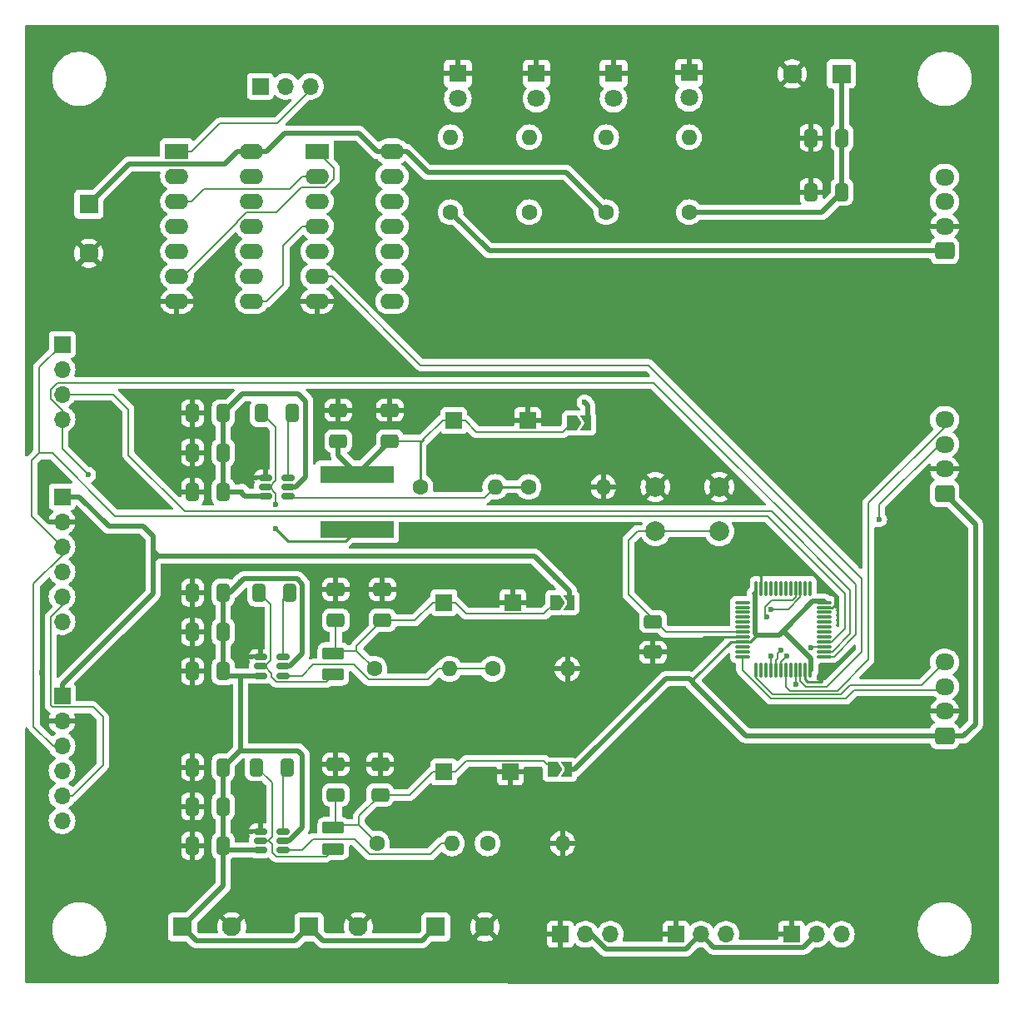
<source format=gbr>
%TF.GenerationSoftware,KiCad,Pcbnew,8.0.0*%
%TF.CreationDate,2024-03-19T14:17:09-05:00*%
%TF.ProjectId,MainBoard,4d61696e-426f-4617-9264-2e6b69636164,rev?*%
%TF.SameCoordinates,Original*%
%TF.FileFunction,Copper,L1,Top*%
%TF.FilePolarity,Positive*%
%FSLAX46Y46*%
G04 Gerber Fmt 4.6, Leading zero omitted, Abs format (unit mm)*
G04 Created by KiCad (PCBNEW 8.0.0) date 2024-03-19 14:17:09*
%MOMM*%
%LPD*%
G01*
G04 APERTURE LIST*
G04 Aperture macros list*
%AMRoundRect*
0 Rectangle with rounded corners*
0 $1 Rounding radius*
0 $2 $3 $4 $5 $6 $7 $8 $9 X,Y pos of 4 corners*
0 Add a 4 corners polygon primitive as box body*
4,1,4,$2,$3,$4,$5,$6,$7,$8,$9,$2,$3,0*
0 Add four circle primitives for the rounded corners*
1,1,$1+$1,$2,$3*
1,1,$1+$1,$4,$5*
1,1,$1+$1,$6,$7*
1,1,$1+$1,$8,$9*
0 Add four rect primitives between the rounded corners*
20,1,$1+$1,$2,$3,$4,$5,0*
20,1,$1+$1,$4,$5,$6,$7,0*
20,1,$1+$1,$6,$7,$8,$9,0*
20,1,$1+$1,$8,$9,$2,$3,0*%
%AMFreePoly0*
4,1,6,1.000000,0.000000,0.500000,-0.750000,-0.500000,-0.750000,-0.500000,0.750000,0.500000,0.750000,1.000000,0.000000,1.000000,0.000000,$1*%
%AMFreePoly1*
4,1,6,0.500000,-0.750000,-0.650000,-0.750000,-0.150000,0.000000,-0.650000,0.750000,0.500000,0.750000,0.500000,-0.750000,0.500000,-0.750000,$1*%
G04 Aperture macros list end*
%TA.AperFunction,SMDPad,CuDef*%
%ADD10RoundRect,0.150000X-0.512500X-0.150000X0.512500X-0.150000X0.512500X0.150000X-0.512500X0.150000X0*%
%TD*%
%TA.AperFunction,ComponentPad*%
%ADD11C,1.600000*%
%TD*%
%TA.AperFunction,ComponentPad*%
%ADD12O,1.600000X1.600000*%
%TD*%
%TA.AperFunction,SMDPad,CuDef*%
%ADD13RoundRect,0.250000X0.412500X0.650000X-0.412500X0.650000X-0.412500X-0.650000X0.412500X-0.650000X0*%
%TD*%
%TA.AperFunction,ComponentPad*%
%ADD14R,1.700000X1.700000*%
%TD*%
%TA.AperFunction,ComponentPad*%
%ADD15O,1.700000X1.700000*%
%TD*%
%TA.AperFunction,ComponentPad*%
%ADD16R,1.950000X1.950000*%
%TD*%
%TA.AperFunction,ComponentPad*%
%ADD17C,1.950000*%
%TD*%
%TA.AperFunction,SMDPad,CuDef*%
%ADD18RoundRect,0.250000X0.650000X-0.412500X0.650000X0.412500X-0.650000X0.412500X-0.650000X-0.412500X0*%
%TD*%
%TA.AperFunction,ComponentPad*%
%ADD19R,1.800000X1.800000*%
%TD*%
%TA.AperFunction,ComponentPad*%
%ADD20C,1.800000*%
%TD*%
%TA.AperFunction,ComponentPad*%
%ADD21C,2.000000*%
%TD*%
%TA.AperFunction,SMDPad,CuDef*%
%ADD22FreePoly0,0.000000*%
%TD*%
%TA.AperFunction,SMDPad,CuDef*%
%ADD23FreePoly1,0.000000*%
%TD*%
%TA.AperFunction,SMDPad,CuDef*%
%ADD24RoundRect,0.075000X-0.662500X-0.075000X0.662500X-0.075000X0.662500X0.075000X-0.662500X0.075000X0*%
%TD*%
%TA.AperFunction,SMDPad,CuDef*%
%ADD25RoundRect,0.075000X-0.075000X-0.662500X0.075000X-0.662500X0.075000X0.662500X-0.075000X0.662500X0*%
%TD*%
%TA.AperFunction,SMDPad,CuDef*%
%ADD26RoundRect,0.250000X0.850000X-0.375000X0.850000X0.375000X-0.850000X0.375000X-0.850000X-0.375000X0*%
%TD*%
%TA.AperFunction,ComponentPad*%
%ADD27RoundRect,0.250000X0.725000X-0.600000X0.725000X0.600000X-0.725000X0.600000X-0.725000X-0.600000X0*%
%TD*%
%TA.AperFunction,ComponentPad*%
%ADD28O,1.950000X1.700000*%
%TD*%
%TA.AperFunction,ComponentPad*%
%ADD29R,2.400000X1.600000*%
%TD*%
%TA.AperFunction,ComponentPad*%
%ADD30O,2.400000X1.600000*%
%TD*%
%TA.AperFunction,SMDPad,CuDef*%
%ADD31R,7.500000X1.800000*%
%TD*%
%TA.AperFunction,SMDPad,CuDef*%
%ADD32RoundRect,0.250000X-0.650000X0.412500X-0.650000X-0.412500X0.650000X-0.412500X0.650000X0.412500X0*%
%TD*%
%TA.AperFunction,ViaPad*%
%ADD33C,0.600000*%
%TD*%
%TA.AperFunction,Conductor*%
%ADD34C,0.508000*%
%TD*%
%TA.AperFunction,Conductor*%
%ADD35C,0.254000*%
%TD*%
%TA.AperFunction,Conductor*%
%ADD36C,0.200000*%
%TD*%
G04 APERTURE END LIST*
D10*
%TO.P,U5,1,GND*%
%TO.N,GND*%
X126950000Y-129550000D03*
%TO.P,U5,2,SW*%
%TO.N,Net-(U5-SW)*%
X126950000Y-130500000D03*
%TO.P,U5,3,VIN*%
%TO.N,+12V*%
X126950000Y-131450000D03*
%TO.P,U5,4,FB*%
%TO.N,Net-(U5-FB)*%
X129225000Y-131450000D03*
%TO.P,U5,5,EN*%
%TO.N,+12V*%
X129225000Y-130500000D03*
%TO.P,U5,6,BOOT*%
%TO.N,Net-(U5-BOOT)*%
X129225000Y-129550000D03*
%TD*%
D11*
%TO.P,R3,1*%
%TO.N,+12V*%
X170500000Y-66560000D03*
D12*
%TO.P,R3,2*%
%TO.N,Net-(D3-A)*%
X170500000Y-58940000D03*
%TD*%
D13*
%TO.P,C11,1*%
%TO.N,+12V*%
X123150000Y-91000000D03*
%TO.P,C11,2*%
%TO.N,GND*%
X120025000Y-91000000D03*
%TD*%
D14*
%TO.P,TP5,1,1*%
%TO.N,Net-(JP3-A)*%
X145587500Y-106250000D03*
%TD*%
%TO.P,TP3,1,1*%
%TO.N,Net-(JP2-A)*%
X146587500Y-87750000D03*
%TD*%
%TO.P,J12,1,Pin_1*%
%TO.N,/SPI2_MOSI*%
X106750000Y-80000000D03*
D15*
%TO.P,J12,2,Pin_2*%
%TO.N,/SPI2_MISO*%
X106750000Y-82540000D03*
%TO.P,J12,3,Pin_3*%
%TO.N,/SPI2_SCK*%
X106750000Y-85080000D03*
%TO.P,J12,4,Pin_4*%
%TO.N,/SPI2_NSS*%
X106750000Y-87620000D03*
%TD*%
D13*
%TO.P,C16,1*%
%TO.N,+12V*%
X123150000Y-105250000D03*
%TO.P,C16,2*%
%TO.N,GND*%
X120025000Y-105250000D03*
%TD*%
D16*
%TO.P,J2,1,1*%
%TO.N,+12V*%
X119000000Y-139250000D03*
D17*
%TO.P,J2,2,2*%
%TO.N,GND*%
X124000000Y-139250000D03*
%TD*%
D11*
%TO.P,R7,1*%
%TO.N,Net-(U1-FB)*%
X154190000Y-94500000D03*
D12*
%TO.P,R7,2*%
%TO.N,GND*%
X161810000Y-94500000D03*
%TD*%
D18*
%TO.P,C8,1*%
%TO.N,Net-(JP1-A)*%
X134587500Y-125812500D03*
%TO.P,C8,2*%
%TO.N,GND*%
X134587500Y-122687500D03*
%TD*%
D14*
%TO.P,J5,1,Pin_1*%
%TO.N,GND*%
X157435000Y-140000000D03*
D15*
%TO.P,J5,2,Pin_2*%
%TO.N,+5V_1.2A*%
X159975000Y-140000000D03*
%TO.P,J5,3,Pin_3*%
%TO.N,Net-(J5-Pin_3)*%
X162515000Y-140000000D03*
%TD*%
D18*
%TO.P,C9,1*%
%TO.N,Net-(JP1-A)*%
X139087500Y-125812500D03*
%TO.P,C9,2*%
%TO.N,GND*%
X139087500Y-122687500D03*
%TD*%
%TO.P,C21,1*%
%TO.N,Net-(JP3-A)*%
X139337500Y-108062500D03*
%TO.P,C21,2*%
%TO.N,GND*%
X139337500Y-104937500D03*
%TD*%
D14*
%TO.P,TP2,1,1*%
%TO.N,GND*%
X152337500Y-123500000D03*
%TD*%
D19*
%TO.P,D1,1,K*%
%TO.N,GND*%
X147000000Y-52460000D03*
D20*
%TO.P,D1,2,A*%
%TO.N,Net-(D1-A)*%
X147000000Y-55000000D03*
%TD*%
D21*
%TO.P,SW1,1,1*%
%TO.N,GND*%
X167087500Y-94500000D03*
X173587500Y-94500000D03*
%TO.P,SW1,2,2*%
%TO.N,Net-(U3-NRST)*%
X167087500Y-99000000D03*
X173587500Y-99000000D03*
%TD*%
D19*
%TO.P,D4,1,K*%
%TO.N,GND*%
X162833300Y-52460000D03*
D20*
%TO.P,D4,2,A*%
%TO.N,Net-(D4-A)*%
X162833300Y-55000000D03*
%TD*%
D22*
%TO.P,JP3,1,A*%
%TO.N,Net-(JP3-A)*%
X156887500Y-106250000D03*
D23*
%TO.P,JP3,2,B*%
%TO.N,+5V_1.2A*%
X158337500Y-106250000D03*
%TD*%
D10*
%TO.P,U2,1,GND*%
%TO.N,GND*%
X126950000Y-111800000D03*
%TO.P,U2,2,SW*%
%TO.N,Net-(U2-SW)*%
X126950000Y-112750000D03*
%TO.P,U2,3,VIN*%
%TO.N,+12V*%
X126950000Y-113700000D03*
%TO.P,U2,4,FB*%
%TO.N,Net-(U2-FB)*%
X129225000Y-113700000D03*
%TO.P,U2,5,EN*%
%TO.N,+12V*%
X129225000Y-112750000D03*
%TO.P,U2,6,BOOT*%
%TO.N,Net-(U2-BOOT)*%
X129225000Y-111800000D03*
%TD*%
D13*
%TO.P,C17,1*%
%TO.N,+12V*%
X123150000Y-109250000D03*
%TO.P,C17,2*%
%TO.N,GND*%
X120025000Y-109250000D03*
%TD*%
%TO.P,C6,1*%
%TO.N,+12V*%
X123150000Y-131000000D03*
%TO.P,C6,2*%
%TO.N,GND*%
X120025000Y-131000000D03*
%TD*%
D11*
%TO.P,R4,1*%
%TO.N,Net-(JP1-A)*%
X138777500Y-130750000D03*
D12*
%TO.P,R4,2*%
%TO.N,Net-(U5-FB)*%
X146397500Y-130750000D03*
%TD*%
D11*
%TO.P,R10,1*%
%TO.N,+5V_3A*%
X162083300Y-66560000D03*
D12*
%TO.P,R10,2*%
%TO.N,Net-(D4-A)*%
X162083300Y-58940000D03*
%TD*%
D11*
%TO.P,R8,1*%
%TO.N,Net-(JP3-A)*%
X138527500Y-113000000D03*
D12*
%TO.P,R8,2*%
%TO.N,Net-(U2-FB)*%
X146147500Y-113000000D03*
%TD*%
D24*
%TO.P,U3,1,VBAT*%
%TO.N,unconnected-(U3-VBAT-Pad1)*%
X175925000Y-106250000D03*
%TO.P,U3,2,PC13*%
%TO.N,unconnected-(U3-PC13-Pad2)*%
X175925000Y-106750000D03*
%TO.P,U3,3,PC14*%
%TO.N,unconnected-(U3-PC14-Pad3)*%
X175925000Y-107250000D03*
%TO.P,U3,4,PC15*%
%TO.N,unconnected-(U3-PC15-Pad4)*%
X175925000Y-107750000D03*
%TO.P,U3,5,PD0*%
%TO.N,unconnected-(U3-PD0-Pad5)*%
X175925000Y-108250000D03*
%TO.P,U3,6,PD1*%
%TO.N,unconnected-(U3-PD1-Pad6)*%
X175925000Y-108750000D03*
%TO.P,U3,7,NRST*%
%TO.N,Net-(U3-NRST)*%
X175925000Y-109250000D03*
%TO.P,U3,8,VSSA*%
%TO.N,GND*%
X175925000Y-109750000D03*
%TO.P,U3,9,VDDA*%
%TO.N,+3.3V_1.2A*%
X175925000Y-110250000D03*
%TO.P,U3,10,PA0*%
%TO.N,unconnected-(U3-PA0-Pad10)*%
X175925000Y-110750000D03*
%TO.P,U3,11,PA1*%
%TO.N,unconnected-(U3-PA1-Pad11)*%
X175925000Y-111250000D03*
%TO.P,U3,12,PA2*%
%TO.N,/ME1_ChA*%
X175925000Y-111750000D03*
D25*
%TO.P,U3,13,PA3*%
%TO.N,/ME1_ChB*%
X177337500Y-113162500D03*
%TO.P,U3,14,PA4*%
%TO.N,unconnected-(U3-PA4-Pad14)*%
X177837500Y-113162500D03*
%TO.P,U3,15,PA5*%
%TO.N,unconnected-(U3-PA5-Pad15)*%
X178337500Y-113162500D03*
%TO.P,U3,16,PA6*%
%TO.N,/ME3_ChA*%
X178837500Y-113162500D03*
%TO.P,U3,17,PA7*%
%TO.N,/ME3_ChB*%
X179337500Y-113162500D03*
%TO.P,U3,18,PB0*%
%TO.N,/ME2_ChA*%
X179837500Y-113162500D03*
%TO.P,U3,19,PB1*%
%TO.N,/ME2_ChB*%
X180337500Y-113162500D03*
%TO.P,U3,20,PB2*%
%TO.N,unconnected-(U3-PB2-Pad20)*%
X180837500Y-113162500D03*
%TO.P,U3,21,PB10*%
%TO.N,Net-(J7-Pin_3)*%
X181337500Y-113162500D03*
%TO.P,U3,22,PB11*%
%TO.N,/LimitSwitchORGates/OR3 Output*%
X181837500Y-113162500D03*
%TO.P,U3,23,VSS*%
%TO.N,GND*%
X182337500Y-113162500D03*
%TO.P,U3,24,VDD*%
%TO.N,+3.3V_1.2A*%
X182837500Y-113162500D03*
D24*
%TO.P,U3,25,PB12*%
%TO.N,/SPI2_NSS*%
X184250000Y-111750000D03*
%TO.P,U3,26,PB13*%
%TO.N,/SPI2_SCK*%
X184250000Y-111250000D03*
%TO.P,U3,27,PB14*%
%TO.N,/SPI2_MISO*%
X184250000Y-110750000D03*
%TO.P,U3,28,PB15*%
%TO.N,/SPI2_MOSI*%
X184250000Y-110250000D03*
%TO.P,U3,29,PA8*%
%TO.N,unconnected-(U3-PA8-Pad29)*%
X184250000Y-109750000D03*
%TO.P,U3,30,PA9*%
%TO.N,unconnected-(U3-PA9-Pad30)*%
X184250000Y-109250000D03*
%TO.P,U3,31,PA10*%
%TO.N,unconnected-(U3-PA10-Pad31)*%
X184250000Y-108750000D03*
%TO.P,U3,32,PA11*%
%TO.N,unconnected-(U3-PA11-Pad32)*%
X184250000Y-108250000D03*
%TO.P,U3,33,PA12*%
%TO.N,unconnected-(U3-PA12-Pad33)*%
X184250000Y-107750000D03*
%TO.P,U3,34,PA13*%
%TO.N,unconnected-(U3-PA13-Pad34)*%
X184250000Y-107250000D03*
%TO.P,U3,35,VSS*%
%TO.N,GND*%
X184250000Y-106750000D03*
%TO.P,U3,36,VDD*%
%TO.N,+3.3V_1.2A*%
X184250000Y-106250000D03*
D25*
%TO.P,U3,37,PA14*%
%TO.N,unconnected-(U3-PA14-Pad37)*%
X182837500Y-104837500D03*
%TO.P,U3,38,PA15*%
%TO.N,unconnected-(U3-PA15-Pad38)*%
X182337500Y-104837500D03*
%TO.P,U3,39,PB3*%
%TO.N,Net-(J5-Pin_3)*%
X181837500Y-104837500D03*
%TO.P,U3,40,PB4*%
%TO.N,Net-(J6-Pin_3)*%
X181337500Y-104837500D03*
%TO.P,U3,41,PB5*%
%TO.N,unconnected-(U3-PB5-Pad41)*%
X180837500Y-104837500D03*
%TO.P,U3,42,PB6*%
%TO.N,unconnected-(U3-PB6-Pad42)*%
X180337500Y-104837500D03*
%TO.P,U3,43,PB7*%
%TO.N,unconnected-(U3-PB7-Pad43)*%
X179837500Y-104837500D03*
%TO.P,U3,44,BOOT0*%
%TO.N,unconnected-(U3-BOOT0-Pad44)*%
X179337500Y-104837500D03*
%TO.P,U3,45,PB8*%
%TO.N,unconnected-(U3-PB8-Pad45)*%
X178837500Y-104837500D03*
%TO.P,U3,46,PB9*%
%TO.N,unconnected-(U3-PB9-Pad46)*%
X178337500Y-104837500D03*
%TO.P,U3,47,VSS*%
%TO.N,GND*%
X177837500Y-104837500D03*
%TO.P,U3,48,VDD*%
%TO.N,+3.3V_1.2A*%
X177337500Y-104837500D03*
%TD*%
D11*
%TO.P,R5,1*%
%TO.N,Net-(U5-FB)*%
X150027500Y-130750000D03*
D12*
%TO.P,R5,2*%
%TO.N,GND*%
X157647500Y-130750000D03*
%TD*%
D26*
%TO.P,L3,1,1*%
%TO.N,Net-(U2-SW)*%
X134337500Y-113575000D03*
%TO.P,L3,2,2*%
%TO.N,Net-(JP3-A)*%
X134337500Y-111425000D03*
%TD*%
D10*
%TO.P,U1,1,GND*%
%TO.N,GND*%
X127450000Y-93550000D03*
%TO.P,U1,2,SW*%
%TO.N,Net-(U1-SW)*%
X127450000Y-94500000D03*
%TO.P,U1,3,VIN*%
%TO.N,+12V*%
X127450000Y-95450000D03*
%TO.P,U1,4,FB*%
%TO.N,Net-(U1-FB)*%
X129725000Y-95450000D03*
%TO.P,U1,5,EN*%
%TO.N,+12V*%
X129725000Y-94500000D03*
%TO.P,U1,6,BOOT*%
%TO.N,Net-(U1-BOOT)*%
X129725000Y-93550000D03*
%TD*%
D11*
%TO.P,R9,1*%
%TO.N,Net-(U2-FB)*%
X150527500Y-113000000D03*
D12*
%TO.P,R9,2*%
%TO.N,GND*%
X158147500Y-113000000D03*
%TD*%
D14*
%TO.P,TP4,1,1*%
%TO.N,GND*%
X154087500Y-87750000D03*
%TD*%
D13*
%TO.P,C18,1*%
%TO.N,+12V*%
X123150000Y-113250000D03*
%TO.P,C18,2*%
%TO.N,GND*%
X120025000Y-113250000D03*
%TD*%
D26*
%TO.P,L1,1,1*%
%TO.N,Net-(U5-SW)*%
X134337500Y-131325000D03*
%TO.P,L1,2,2*%
%TO.N,Net-(JP1-A)*%
X134337500Y-129175000D03*
%TD*%
D13*
%TO.P,C19,1*%
%TO.N,Net-(U2-BOOT)*%
X129900000Y-105250000D03*
%TO.P,C19,2*%
%TO.N,Net-(U2-SW)*%
X126775000Y-105250000D03*
%TD*%
%TO.P,C2,1*%
%TO.N,+12V*%
X123150000Y-127000000D03*
%TO.P,C2,2*%
%TO.N,GND*%
X120025000Y-127000000D03*
%TD*%
%TO.P,C3,1*%
%TO.N,+12V*%
X186062500Y-59000000D03*
%TO.P,C3,2*%
%TO.N,GND*%
X182937500Y-59000000D03*
%TD*%
D27*
%TO.P,J18,1,Pin_1*%
%TO.N,+3.3V_1.2A*%
X196500000Y-95160000D03*
D28*
%TO.P,J18,2,Pin_2*%
%TO.N,GND*%
X196500000Y-92660000D03*
%TO.P,J18,3,Pin_3*%
%TO.N,/ME2_ChA*%
X196500000Y-90160000D03*
%TO.P,J18,4,Pin_4*%
%TO.N,/ME2_ChB*%
X196500000Y-87660000D03*
%TD*%
D27*
%TO.P,J20,1,Pin_1*%
%TO.N,+3.3V_1.2A*%
X196500000Y-70500000D03*
D28*
%TO.P,J20,2,Pin_2*%
%TO.N,GND*%
X196500000Y-68000000D03*
%TO.P,J20,3,Pin_3*%
%TO.N,/ME3_ChA*%
X196500000Y-65500000D03*
%TO.P,J20,4,Pin_4*%
%TO.N,/ME3_ChB*%
X196500000Y-63000000D03*
%TD*%
D11*
%TO.P,R6,1*%
%TO.N,Net-(JP2-A)*%
X143190000Y-94500000D03*
D12*
%TO.P,R6,2*%
%TO.N,Net-(U1-FB)*%
X150810000Y-94500000D03*
%TD*%
D14*
%TO.P,J7,1,Pin_1*%
%TO.N,GND*%
X180920000Y-140000000D03*
D15*
%TO.P,J7,2,Pin_2*%
%TO.N,+5V_1.2A*%
X183460000Y-140000000D03*
%TO.P,J7,3,Pin_3*%
%TO.N,Net-(J7-Pin_3)*%
X186000000Y-140000000D03*
%TD*%
D14*
%TO.P,J10,1,Pin_1*%
%TO.N,+5V_1.2A*%
X106750000Y-95500000D03*
D15*
%TO.P,J10,2,Pin_2*%
%TO.N,GND*%
X106750000Y-98040000D03*
%TO.P,J10,3,Pin_3*%
%TO.N,/SPI2_MOSI*%
X106750000Y-100580000D03*
%TO.P,J10,4,Pin_4*%
%TO.N,/SPI2_MISO*%
X106750000Y-103120000D03*
%TO.P,J10,5,Pin_5*%
%TO.N,/SPI2_SCK*%
X106750000Y-105660000D03*
%TO.P,J10,6,Pin_6*%
%TO.N,/SPI2_NSS*%
X106750000Y-108200000D03*
%TD*%
D16*
%TO.P,J1,1,1*%
%TO.N,+12V*%
X186000000Y-52500000D03*
D17*
%TO.P,J1,2,2*%
%TO.N,GND*%
X181000000Y-52500000D03*
%TD*%
D13*
%TO.P,C13,1*%
%TO.N,Net-(U1-BOOT)*%
X130150000Y-87000000D03*
%TO.P,C13,2*%
%TO.N,Net-(U1-SW)*%
X127025000Y-87000000D03*
%TD*%
D16*
%TO.P,J8,1,1*%
%TO.N,+5V_3A*%
X109475000Y-65750000D03*
D17*
%TO.P,J8,2,2*%
%TO.N,GND*%
X109475000Y-70750000D03*
%TD*%
D14*
%TO.P,J6,1,Pin_1*%
%TO.N,GND*%
X169177500Y-140000000D03*
D15*
%TO.P,J6,2,Pin_2*%
%TO.N,+5V_1.2A*%
X171717500Y-140000000D03*
%TO.P,J6,3,Pin_3*%
%TO.N,Net-(J6-Pin_3)*%
X174257500Y-140000000D03*
%TD*%
D14*
%TO.P,TP6,1,1*%
%TO.N,GND*%
X152587500Y-106250000D03*
%TD*%
D22*
%TO.P,JP2,1,A*%
%TO.N,Net-(JP2-A)*%
X158587500Y-88000000D03*
D23*
%TO.P,JP2,2,B*%
%TO.N,+5V_3A*%
X160037500Y-88000000D03*
%TD*%
D29*
%TO.P,U4,1,1A*%
%TO.N,Net-(J14-Pin_3)*%
X118425000Y-60375000D03*
D30*
%TO.P,U4,2,1B*%
X118425000Y-62915000D03*
%TO.P,U4,3,1Y*%
%TO.N,Net-(U4-1Y)*%
X118425000Y-65455000D03*
%TO.P,U4,4,2A*%
%TO.N,Net-(J14-Pin_2)*%
X118425000Y-67995000D03*
%TO.P,U4,5,2B*%
X118425000Y-70535000D03*
%TO.P,U4,6,2Y*%
%TO.N,Net-(U4-2Y)*%
X118425000Y-73075000D03*
%TO.P,U4,7,GND*%
%TO.N,GND*%
X118425000Y-75615000D03*
%TO.P,U4,8,3Y*%
%TO.N,Net-(U4-3Y)*%
X126045000Y-75615000D03*
%TO.P,U4,9,3A*%
%TO.N,Net-(J14-Pin_1)*%
X126045000Y-73075000D03*
%TO.P,U4,10,3B*%
X126045000Y-70535000D03*
%TO.P,U4,11,4Y*%
%TO.N,unconnected-(U4-4Y-Pad11)*%
X126045000Y-67995000D03*
%TO.P,U4,12,4A*%
%TO.N,unconnected-(U4-4A-Pad12)*%
X126045000Y-65455000D03*
%TO.P,U4,13,4B*%
%TO.N,unconnected-(U4-4B-Pad13)*%
X126045000Y-62915000D03*
%TO.P,U4,14,VCC*%
%TO.N,+5V_3A*%
X126045000Y-60375000D03*
%TD*%
D19*
%TO.P,D3,1,K*%
%TO.N,GND*%
X170500000Y-52375000D03*
D20*
%TO.P,D3,2,A*%
%TO.N,Net-(D3-A)*%
X170500000Y-54915000D03*
%TD*%
D14*
%TO.P,J11,1,Pin_1*%
%TO.N,+5V_1.2A*%
X106750000Y-115750000D03*
D15*
%TO.P,J11,2,Pin_2*%
%TO.N,GND*%
X106750000Y-118290000D03*
%TO.P,J11,3,Pin_3*%
%TO.N,/SPI2_MOSI*%
X106750000Y-120830000D03*
%TO.P,J11,4,Pin_4*%
%TO.N,/SPI2_MISO*%
X106750000Y-123370000D03*
%TO.P,J11,5,Pin_5*%
%TO.N,/SPI2_SCK*%
X106750000Y-125910000D03*
%TO.P,J11,6,Pin_6*%
%TO.N,/SPI2_NSS*%
X106750000Y-128450000D03*
%TD*%
D31*
%TO.P,L2,1*%
%TO.N,Net-(U1-SW)*%
X136750000Y-98800000D03*
%TO.P,L2,2*%
%TO.N,Net-(JP2-A)*%
X136750000Y-93200000D03*
%TD*%
D29*
%TO.P,U6,1,1A*%
%TO.N,Net-(U4-2Y)*%
X132675000Y-60375000D03*
D30*
%TO.P,U6,2,1B*%
%TO.N,Net-(U4-1Y)*%
X132675000Y-62915000D03*
%TO.P,U6,3,1Y*%
%TO.N,Net-(U6-1Y)*%
X132675000Y-65455000D03*
%TO.P,U6,4,2A*%
%TO.N,Net-(U4-3Y)*%
X132675000Y-67995000D03*
%TO.P,U6,5,2B*%
%TO.N,Net-(U6-1Y)*%
X132675000Y-70535000D03*
%TO.P,U6,6,2Y*%
%TO.N,/LimitSwitchORGates/OR3 Output*%
X132675000Y-73075000D03*
%TO.P,U6,7,GND*%
%TO.N,GND*%
X132675000Y-75615000D03*
%TO.P,U6,8,3Y*%
%TO.N,unconnected-(U6-3Y-Pad8)*%
X140295000Y-75615000D03*
%TO.P,U6,9,3A*%
%TO.N,unconnected-(U6-3A-Pad9)*%
X140295000Y-73075000D03*
%TO.P,U6,10,3B*%
%TO.N,unconnected-(U6-3B-Pad10)*%
X140295000Y-70535000D03*
%TO.P,U6,11,4Y*%
%TO.N,unconnected-(U6-4Y-Pad11)*%
X140295000Y-67995000D03*
%TO.P,U6,12,4A*%
%TO.N,unconnected-(U6-4A-Pad12)*%
X140295000Y-65455000D03*
%TO.P,U6,13,4B*%
%TO.N,unconnected-(U6-4B-Pad13)*%
X140295000Y-62915000D03*
%TO.P,U6,14,VCC*%
%TO.N,+5V_3A*%
X140295000Y-60375000D03*
%TD*%
D11*
%TO.P,R1,1*%
%TO.N,+3.3V_1.2A*%
X146250000Y-66560000D03*
D12*
%TO.P,R1,2*%
%TO.N,Net-(D1-A)*%
X146250000Y-58940000D03*
%TD*%
D18*
%TO.P,C20,1*%
%TO.N,Net-(JP3-A)*%
X134587500Y-108062500D03*
%TO.P,C20,2*%
%TO.N,GND*%
X134587500Y-104937500D03*
%TD*%
D13*
%TO.P,C12,1*%
%TO.N,+12V*%
X123150000Y-95000000D03*
%TO.P,C12,2*%
%TO.N,GND*%
X120025000Y-95000000D03*
%TD*%
%TO.P,C7,1*%
%TO.N,Net-(U5-BOOT)*%
X129650000Y-123000000D03*
%TO.P,C7,2*%
%TO.N,Net-(U5-SW)*%
X126525000Y-123000000D03*
%TD*%
D19*
%TO.P,D2,1,K*%
%TO.N,GND*%
X155000000Y-52460000D03*
D20*
%TO.P,D2,2,A*%
%TO.N,Net-(D2-A)*%
X155000000Y-55000000D03*
%TD*%
D13*
%TO.P,C10,1*%
%TO.N,+12V*%
X123150000Y-87000000D03*
%TO.P,C10,2*%
%TO.N,GND*%
X120025000Y-87000000D03*
%TD*%
%TO.P,C4,1*%
%TO.N,+12V*%
X186062500Y-64500000D03*
%TO.P,C4,2*%
%TO.N,GND*%
X182937500Y-64500000D03*
%TD*%
D18*
%TO.P,C15,1*%
%TO.N,Net-(JP2-A)*%
X140087500Y-89812500D03*
%TO.P,C15,2*%
%TO.N,GND*%
X140087500Y-86687500D03*
%TD*%
D14*
%TO.P,TP1,1,1*%
%TO.N,Net-(JP1-A)*%
X145587500Y-123500000D03*
%TD*%
%TO.P,J14,1,Pin_1*%
%TO.N,Net-(J14-Pin_1)*%
X126920000Y-53750000D03*
D15*
%TO.P,J14,2,Pin_2*%
%TO.N,Net-(J14-Pin_2)*%
X129460000Y-53750000D03*
%TO.P,J14,3,Pin_3*%
%TO.N,Net-(J14-Pin_3)*%
X132000000Y-53750000D03*
%TD*%
D16*
%TO.P,J3,1,1*%
%TO.N,+12V*%
X131875000Y-139250000D03*
D17*
%TO.P,J3,2,2*%
%TO.N,GND*%
X136875000Y-139250000D03*
%TD*%
D13*
%TO.P,C1,1*%
%TO.N,+12V*%
X123150000Y-123000000D03*
%TO.P,C1,2*%
%TO.N,GND*%
X120025000Y-123000000D03*
%TD*%
D16*
%TO.P,J4,1,1*%
%TO.N,+12V*%
X144750000Y-139250000D03*
D17*
%TO.P,J4,2,2*%
%TO.N,GND*%
X149750000Y-139250000D03*
%TD*%
D27*
%TO.P,J19,1,Pin_1*%
%TO.N,+3.3V_1.2A*%
X196500000Y-119820000D03*
D28*
%TO.P,J19,2,Pin_2*%
%TO.N,GND*%
X196500000Y-117320000D03*
%TO.P,J19,3,Pin_3*%
%TO.N,/ME1_ChA*%
X196500000Y-114820000D03*
%TO.P,J19,4,Pin_4*%
%TO.N,/ME1_ChB*%
X196500000Y-112320000D03*
%TD*%
D32*
%TO.P,C5,1*%
%TO.N,Net-(U3-NRST)*%
X166837500Y-108187500D03*
%TO.P,C5,2*%
%TO.N,GND*%
X166837500Y-111312500D03*
%TD*%
D11*
%TO.P,R2,1*%
%TO.N,+5V_1.2A*%
X154250000Y-66560000D03*
D12*
%TO.P,R2,2*%
%TO.N,Net-(D2-A)*%
X154250000Y-58940000D03*
%TD*%
D22*
%TO.P,JP1,1,A*%
%TO.N,Net-(JP1-A)*%
X156637500Y-123250000D03*
D23*
%TO.P,JP1,2,B*%
%TO.N,+3.3V_1.2A*%
X158087500Y-123250000D03*
%TD*%
D18*
%TO.P,C14,1*%
%TO.N,Net-(JP2-A)*%
X134837500Y-89812500D03*
%TO.P,C14,2*%
%TO.N,GND*%
X134837500Y-86687500D03*
%TD*%
D33*
%TO.N,+12V*%
X129500000Y-85000000D03*
X125000000Y-95000000D03*
X124902700Y-104156700D03*
%TO.N,GND*%
X136750000Y-133500000D03*
X179000000Y-127500000D03*
X183950000Y-114200000D03*
X138838000Y-118250000D03*
X109950000Y-120900000D03*
X125700000Y-126800000D03*
X125750000Y-90250000D03*
X171250000Y-104000000D03*
X157750000Y-72750000D03*
X185900000Y-118150000D03*
X111750000Y-92000000D03*
X116950000Y-86150000D03*
X104600000Y-93000000D03*
X171500000Y-110350000D03*
X145750000Y-99500000D03*
X104650000Y-113350000D03*
X111400000Y-104100000D03*
X125250000Y-80500000D03*
X185750000Y-81750000D03*
X177800000Y-103150000D03*
X125750000Y-109050000D03*
X184850000Y-105150000D03*
%TO.N,Net-(U1-SW)*%
X128500000Y-98750000D03*
X128500000Y-96250000D03*
%TO.N,+5V_3A*%
X159883500Y-85890400D03*
%TO.N,+5V_1.2A*%
X156936400Y-103687000D03*
%TO.N,Net-(J5-Pin_3)*%
X178831100Y-106920000D03*
%TO.N,Net-(J6-Pin_3)*%
X178381000Y-107683600D03*
%TO.N,Net-(J7-Pin_3)*%
X181400000Y-114611300D03*
%TO.N,/SPI2_NSS*%
X109400000Y-93250000D03*
%TO.N,/SPI2_MISO*%
X182891200Y-110869200D03*
%TO.N,/ME2_ChA*%
X180462500Y-111675100D03*
X189839700Y-97792800D03*
%TO.N,/ME3_ChA*%
X178843300Y-111719600D03*
%TO.N,/ME3_ChB*%
X179886900Y-111094000D03*
%TD*%
D34*
%TO.N,+12V*%
X123150000Y-131000000D02*
X123150000Y-135100000D01*
X124893500Y-121350000D02*
X124800000Y-121350000D01*
X131200000Y-129118100D02*
X131200000Y-121768100D01*
X123600000Y-131450000D02*
X126950000Y-131450000D01*
X123150000Y-87000000D02*
X123150000Y-86931500D01*
X186062500Y-58687500D02*
X186000000Y-58625000D01*
X123150000Y-105250000D02*
X123150000Y-109250000D01*
X125352700Y-95450000D02*
X127450000Y-95450000D01*
X186000000Y-58625000D02*
X186000000Y-52500000D01*
X130657400Y-103850000D02*
X125209400Y-103850000D01*
X144750000Y-139250000D02*
X143321000Y-140679000D01*
X125081500Y-85000000D02*
X130750000Y-85000000D01*
X130500000Y-94500000D02*
X129725000Y-94500000D01*
X130446000Y-140679000D02*
X120429000Y-140679000D01*
X184002500Y-66560000D02*
X186062500Y-64500000D01*
X123150000Y-127000000D02*
X123150000Y-131000000D01*
X133304000Y-140679000D02*
X131875000Y-139250000D01*
X124800000Y-121350000D02*
X123150000Y-123000000D01*
X131875000Y-139250000D02*
X130446000Y-140679000D01*
X123150000Y-135100000D02*
X119000000Y-139250000D01*
X124893500Y-121350000D02*
X124893500Y-113700000D01*
X131200000Y-104392600D02*
X130657400Y-103850000D01*
X170500000Y-66560000D02*
X184002500Y-66560000D01*
X123150000Y-131000000D02*
X123600000Y-131450000D01*
X131500000Y-93500000D02*
X130500000Y-94500000D01*
X123600000Y-113700000D02*
X124893500Y-113700000D01*
X143321000Y-140679000D02*
X133304000Y-140679000D01*
X123150000Y-105250000D02*
X123809400Y-105250000D01*
X123150000Y-91000000D02*
X123150000Y-95000000D01*
X123150000Y-109250000D02*
X123150000Y-113250000D01*
X129919500Y-112750000D02*
X131200000Y-111469500D01*
X129818100Y-130500000D02*
X131200000Y-129118100D01*
X123150000Y-123000000D02*
X123150000Y-127000000D01*
X131200000Y-121768100D02*
X130781900Y-121350000D01*
X123150000Y-113250000D02*
X123600000Y-113700000D01*
X186062500Y-59000000D02*
X186062500Y-64500000D01*
X124902700Y-95000000D02*
X125352700Y-95450000D01*
X186062500Y-59000000D02*
X186062500Y-58687500D01*
X124893500Y-113700000D02*
X126950000Y-113700000D01*
X123150000Y-87000000D02*
X123150000Y-91000000D01*
X130750000Y-85000000D02*
X131500000Y-85750000D01*
X123809400Y-105250000D02*
X124902700Y-104156700D01*
X123150000Y-86931500D02*
X125081500Y-85000000D01*
X129225000Y-130500000D02*
X129606300Y-130500000D01*
X131200000Y-111469500D02*
X131200000Y-104392600D01*
X131500000Y-85750000D02*
X131500000Y-93500000D01*
X123150000Y-95000000D02*
X124902700Y-95000000D01*
X129225000Y-112750000D02*
X129919500Y-112750000D01*
X130781900Y-121350000D02*
X124893500Y-121350000D01*
X125209400Y-103850000D02*
X124902700Y-104156700D01*
X120429000Y-140679000D02*
X119000000Y-139250000D01*
D35*
%TO.N,GND*%
X182576935Y-114335836D02*
X183814164Y-114335836D01*
X185314500Y-106493592D02*
X185058092Y-106750000D01*
X171500000Y-110350000D02*
X172100000Y-109750000D01*
X182337500Y-113162500D02*
X182337500Y-114096401D01*
X183814164Y-114335836D02*
X183950000Y-114200000D01*
X185058092Y-106750000D02*
X184250000Y-106750000D01*
X177837500Y-104837500D02*
X177837500Y-103187500D01*
X172100000Y-109750000D02*
X175925000Y-109750000D01*
X182337500Y-114096401D02*
X182576935Y-114335836D01*
X177837500Y-103187500D02*
X177800000Y-103150000D01*
X185314500Y-105614500D02*
X185314500Y-106493592D01*
X184850000Y-105150000D02*
X185314500Y-105614500D01*
D36*
%TO.N,Net-(U5-SW)*%
X127326000Y-130500000D02*
X126950000Y-130500000D01*
X126525000Y-123000000D02*
X128100000Y-124575000D01*
X134337500Y-131325000D02*
X133597100Y-132065400D01*
X128100000Y-131645400D02*
X128100000Y-130850000D01*
X128100000Y-124575000D02*
X128100000Y-130100000D01*
X128520000Y-132065400D02*
X128100000Y-131645400D01*
X128100000Y-130100000D02*
X127700000Y-130500000D01*
X127750000Y-130500000D02*
X127326000Y-130500000D01*
X127700000Y-130500000D02*
X127326000Y-130500000D01*
X133597100Y-132065400D02*
X128520000Y-132065400D01*
X128100000Y-130850000D02*
X127750000Y-130500000D01*
%TO.N,Net-(U5-BOOT)*%
X129225000Y-123425000D02*
X129225000Y-129550000D01*
X129650000Y-123000000D02*
X129225000Y-123425000D01*
%TO.N,Net-(JP1-A)*%
X138777500Y-130750000D02*
X136952500Y-128925000D01*
X145587500Y-123500000D02*
X146737600Y-123500000D01*
X147887700Y-122349900D02*
X146737600Y-123500000D01*
X136952500Y-127947500D02*
X139087500Y-125812500D01*
X142124900Y-125812500D02*
X144437400Y-123500000D01*
X134587500Y-128925000D02*
X134587500Y-125812500D01*
X136952500Y-128925000D02*
X136952500Y-127947500D01*
X145587500Y-123500000D02*
X144437400Y-123500000D01*
X136952500Y-128925000D02*
X134587500Y-128925000D01*
X139087500Y-125812500D02*
X142124900Y-125812500D01*
X134337500Y-129175000D02*
X134587500Y-128925000D01*
X156637500Y-123250000D02*
X155737400Y-122349900D01*
X155737400Y-122349900D02*
X147887700Y-122349900D01*
%TO.N,Net-(U1-SW)*%
X128500000Y-96250000D02*
X128500000Y-95174000D01*
X128457100Y-93868900D02*
X127826000Y-94500000D01*
X128457100Y-88432100D02*
X128457100Y-93868900D01*
X128500000Y-95174000D02*
X127826000Y-94500000D01*
X127025000Y-87000000D02*
X128457100Y-88432100D01*
D35*
X128500000Y-98750000D02*
X129750000Y-100000000D01*
X129750000Y-100000000D02*
X135550000Y-100000000D01*
D36*
X127826000Y-94500000D02*
X127450000Y-94500000D01*
D35*
X135550000Y-100000000D02*
X136750000Y-98800000D01*
D36*
%TO.N,Net-(U1-BOOT)*%
X129725000Y-87425000D02*
X129725000Y-93550000D01*
X130150000Y-87000000D02*
X129725000Y-87425000D01*
%TO.N,Net-(JP2-A)*%
X158587500Y-88000000D02*
X157687400Y-88900100D01*
X143374900Y-89812500D02*
X140087500Y-89812500D01*
X145437400Y-87750000D02*
X143468700Y-89718700D01*
D35*
X143468700Y-89718700D02*
X143190000Y-89997400D01*
D36*
X146587500Y-87750000D02*
X145437400Y-87750000D01*
D34*
X140087500Y-89812500D02*
X140087500Y-89862500D01*
D36*
X157687400Y-88900100D02*
X148887700Y-88900100D01*
X143468700Y-89718700D02*
X143374900Y-89812500D01*
D34*
X134837500Y-89812500D02*
X134837500Y-91287500D01*
D36*
X146587500Y-87750000D02*
X147737600Y-87750000D01*
D34*
X134837500Y-91287500D02*
X136750000Y-93200000D01*
D36*
X148887700Y-88900100D02*
X147737600Y-87750000D01*
D34*
X140087500Y-89862500D02*
X136750000Y-93200000D01*
D35*
X143190000Y-89997400D02*
X143190000Y-94500000D01*
D36*
%TO.N,Net-(U2-SW)*%
X134337500Y-113575000D02*
X133611200Y-114301300D01*
X128051100Y-113464800D02*
X127336300Y-112750000D01*
X128051100Y-113830500D02*
X128051100Y-113464800D01*
X128521900Y-114301300D02*
X128051100Y-113830500D01*
X127959700Y-112126600D02*
X127336300Y-112750000D01*
X133611200Y-114301300D02*
X128521900Y-114301300D01*
X127959700Y-106434700D02*
X127959700Y-112126600D01*
X127336300Y-112750000D02*
X126950000Y-112750000D01*
X126775000Y-105250000D02*
X127959700Y-106434700D01*
%TO.N,Net-(U2-BOOT)*%
X129900000Y-105250000D02*
X129225000Y-105925000D01*
X129225000Y-105925000D02*
X129225000Y-111800000D01*
%TO.N,Net-(JP3-A)*%
X134337500Y-111425000D02*
X134587500Y-111175000D01*
X134587500Y-111175000D02*
X134587500Y-108062500D01*
X142624900Y-108062500D02*
X144437400Y-106250000D01*
X136702500Y-111175000D02*
X136702500Y-110697500D01*
X155737400Y-107400100D02*
X147887700Y-107400100D01*
X147887700Y-107400100D02*
X146737600Y-106250000D01*
X139337500Y-108062500D02*
X142624900Y-108062500D01*
X134587500Y-111175000D02*
X136702500Y-111175000D01*
X136702500Y-111175000D02*
X138527500Y-113000000D01*
X145587500Y-106250000D02*
X146737600Y-106250000D01*
X136702500Y-110697500D02*
X139337500Y-108062500D01*
X145587500Y-106250000D02*
X144437400Y-106250000D01*
X156887500Y-106250000D02*
X155737400Y-107400100D01*
D34*
%TO.N,+5V_3A*%
X136919900Y-58500000D02*
X129420100Y-58500000D01*
X140295000Y-60375000D02*
X138794900Y-60375000D01*
X113575000Y-61650000D02*
X109475000Y-65750000D01*
X162083300Y-66560000D02*
X158023300Y-62500000D01*
X160173403Y-86180303D02*
X160173403Y-88000000D01*
X141795100Y-60375000D02*
X140295000Y-60375000D01*
X143920100Y-62500000D02*
X141795100Y-60375000D01*
X138794900Y-60375000D02*
X136919900Y-58500000D01*
X123269900Y-61650000D02*
X113575000Y-61650000D01*
X124544900Y-60375000D02*
X123269900Y-61650000D01*
X129420100Y-58500000D02*
X127545100Y-60375000D01*
X159883500Y-85890400D02*
X160173403Y-86180303D01*
X126045000Y-60375000D02*
X124544900Y-60375000D01*
X158023300Y-62500000D02*
X143920100Y-62500000D01*
X127545100Y-60375000D02*
X126045000Y-60375000D01*
%TO.N,+5V_1.2A*%
X117000000Y-101500000D02*
X116500000Y-101500000D01*
X160569800Y-140000000D02*
X162069800Y-141500000D01*
X117000000Y-101500000D02*
X154749400Y-101500000D01*
X162069800Y-141500000D02*
X170175100Y-141500000D01*
X116000000Y-101500000D02*
X117000000Y-101500000D01*
X116500000Y-101500000D02*
X116000000Y-102000000D01*
X116000000Y-99500000D02*
X115000000Y-98500000D01*
X115000000Y-98500000D02*
X111500000Y-98500000D01*
X106750000Y-115750000D02*
X106750000Y-114599900D01*
X106750000Y-114599900D02*
X116000000Y-105349900D01*
X171717500Y-140000000D02*
X173021500Y-141304000D01*
X159975000Y-140000000D02*
X160569800Y-140000000D01*
X173021500Y-141304000D02*
X182156000Y-141304000D01*
X111500000Y-98500000D02*
X108500000Y-95500000D01*
X116500000Y-101500000D02*
X116000000Y-101000000D01*
X170175100Y-141500000D02*
X171675100Y-140000000D01*
X158346403Y-105097003D02*
X158346403Y-106250000D01*
X116000000Y-102000000D02*
X116000000Y-101000000D01*
X156936400Y-103687000D02*
X158346403Y-105097003D01*
X182156000Y-141304000D02*
X183460000Y-140000000D01*
X154749400Y-101500000D02*
X156936400Y-103687000D01*
X116000000Y-105349900D02*
X116000000Y-102000000D01*
X108500000Y-95500000D02*
X106750000Y-95500000D01*
X116000000Y-101000000D02*
X116000000Y-99500000D01*
X171675100Y-140000000D02*
X171717500Y-140000000D01*
D36*
%TO.N,Net-(J5-Pin_3)*%
X181837500Y-104837500D02*
X181837500Y-105720200D01*
X180637700Y-106920000D02*
X178831100Y-106920000D01*
X181837500Y-105720200D02*
X180637700Y-106920000D01*
%TO.N,Net-(J6-Pin_3)*%
X178905700Y-105992900D02*
X178220100Y-106678500D01*
X181337500Y-104837500D02*
X181337500Y-105651500D01*
X178220100Y-107522700D02*
X178381000Y-107683600D01*
X181337500Y-105651500D02*
X180996100Y-105992900D01*
X180996100Y-105992900D02*
X178905700Y-105992900D01*
X178220100Y-106678500D02*
X178220100Y-107522700D01*
%TO.N,Net-(J7-Pin_3)*%
X181400000Y-114611300D02*
X181337500Y-114548800D01*
X181337500Y-114548800D02*
X181337500Y-113162500D01*
%TO.N,/SPI2_NSS*%
X166901400Y-83901400D02*
X187450000Y-104450000D01*
X106750000Y-86700000D02*
X106700000Y-86650000D01*
X106691800Y-86650000D02*
X105586600Y-85544800D01*
X106266000Y-83901400D02*
X166901400Y-83901400D01*
X105586600Y-85544800D02*
X105586600Y-84580800D01*
X106750000Y-87620000D02*
X106750000Y-86700000D01*
X185233400Y-111750000D02*
X184250000Y-111750000D01*
X109400000Y-93250000D02*
X106750000Y-90600000D01*
X187450000Y-104450000D02*
X187450000Y-109533400D01*
X187450000Y-109533400D02*
X185233400Y-111750000D01*
X105586600Y-84580800D02*
X106266000Y-83901400D01*
X106750000Y-90600000D02*
X106750000Y-87620000D01*
X106700000Y-86650000D02*
X106691800Y-86650000D01*
%TO.N,/SPI2_MISO*%
X183010400Y-110750000D02*
X182891200Y-110869200D01*
X184250000Y-110750000D02*
X183010400Y-110750000D01*
%TO.N,/SPI2_SCK*%
X105771300Y-116900200D02*
X105590300Y-116719200D01*
X105590300Y-116719200D02*
X105590300Y-107731500D01*
X119250000Y-97000000D02*
X178900000Y-97000000D01*
X110900000Y-117900000D02*
X109900200Y-116900200D01*
X106750000Y-85080000D02*
X111978700Y-85080000D01*
X105590300Y-107731500D02*
X106750000Y-106571800D01*
X186900000Y-105000000D02*
X186900000Y-109445400D01*
X106750000Y-106571800D02*
X106750000Y-105660000D01*
X109900200Y-116900200D02*
X105771300Y-116900200D01*
X110900000Y-122800000D02*
X110900000Y-117900000D01*
X186900000Y-109445400D02*
X185095400Y-111250000D01*
X113500000Y-91250000D02*
X119250000Y-97000000D01*
X111978700Y-85080000D02*
X113500000Y-86601300D01*
X107790000Y-125910000D02*
X110900000Y-122800000D01*
X178900000Y-97000000D02*
X186900000Y-105000000D01*
X106750000Y-125910000D02*
X107790000Y-125910000D01*
X185095400Y-111250000D02*
X184250000Y-111250000D01*
X113500000Y-86601300D02*
X113500000Y-91250000D01*
%TO.N,/SPI2_MOSI*%
X112138000Y-97438000D02*
X105776500Y-91076500D01*
X106750000Y-101450000D02*
X106750000Y-100580000D01*
X104500000Y-91076500D02*
X104400000Y-90976500D01*
X185028500Y-110250000D02*
X186400000Y-108878500D01*
X178488000Y-97438000D02*
X112138000Y-97438000D01*
X103650000Y-97480000D02*
X106750000Y-100580000D01*
X103850000Y-118850000D02*
X103850000Y-104350000D01*
X104400000Y-82350000D02*
X106750000Y-80000000D01*
X104400000Y-90976500D02*
X104400000Y-82350000D01*
X104400000Y-90976500D02*
X104400000Y-91050000D01*
X186400000Y-105350000D02*
X178488000Y-97438000D01*
X105830000Y-120830000D02*
X103850000Y-118850000D01*
X186400000Y-108878500D02*
X186400000Y-105350000D01*
X104400000Y-91050000D02*
X103650000Y-91800000D01*
X105776500Y-91076500D02*
X104500000Y-91076500D01*
X103850000Y-104350000D02*
X106750000Y-101450000D01*
X184250000Y-110250000D02*
X185028500Y-110250000D01*
X106750000Y-120830000D02*
X105830000Y-120830000D01*
X103650000Y-91800000D02*
X103650000Y-97480000D01*
D35*
%TO.N,+3.3V_1.2A*%
X170750000Y-114250000D02*
X171250000Y-113750000D01*
X174750000Y-110250000D02*
X175925000Y-110250000D01*
D34*
X168137600Y-114000000D02*
X158887600Y-123250000D01*
X180275000Y-108975000D02*
X183104000Y-106146000D01*
X177233500Y-109383500D02*
X177434700Y-109584700D01*
D35*
X177400000Y-109583092D02*
X177400000Y-109550000D01*
D34*
X170500000Y-114000000D02*
X171000000Y-114500000D01*
X199650000Y-98310000D02*
X196500000Y-95160000D01*
X150190000Y-70500000D02*
X146250000Y-66560000D01*
D35*
X171250000Y-113750000D02*
X174750000Y-110250000D01*
D34*
X177400000Y-109550000D02*
X177233500Y-109383500D01*
X180275000Y-108975000D02*
X180275000Y-109319318D01*
X176300000Y-119800000D02*
X196480000Y-119800000D01*
X180275000Y-109319318D02*
X182941500Y-111985818D01*
X196500000Y-119820000D02*
X198430000Y-119820000D01*
D35*
X171250000Y-113750000D02*
X171000000Y-114000000D01*
D34*
X177434700Y-109584700D02*
X179665300Y-109584700D01*
X177233500Y-109383500D02*
X177233500Y-105433500D01*
X171000000Y-114500000D02*
X176300000Y-119800000D01*
X183104000Y-106146000D02*
X184250000Y-106146000D01*
D35*
X175925000Y-110250000D02*
X176733092Y-110250000D01*
D34*
X196500000Y-70500000D02*
X150190000Y-70500000D01*
X199650000Y-118600000D02*
X199650000Y-98310000D01*
D35*
X171000000Y-114000000D02*
X171000000Y-114500000D01*
D34*
X196480000Y-119800000D02*
X196500000Y-119820000D01*
X179665300Y-109584700D02*
X180275000Y-108975000D01*
X182941500Y-111985818D02*
X182941500Y-113162500D01*
D35*
X171000000Y-114000000D02*
X170500000Y-114000000D01*
X176733092Y-110250000D02*
X177400000Y-109583092D01*
D34*
X158887600Y-123250000D02*
X158096403Y-123250000D01*
X170500000Y-114000000D02*
X168137600Y-114000000D01*
X198430000Y-119820000D02*
X199650000Y-118600000D01*
X177233500Y-105433500D02*
X177150000Y-105350000D01*
D36*
%TO.N,Net-(J14-Pin_3)*%
X132000000Y-54150000D02*
X132000000Y-53750000D01*
X118425000Y-60375000D02*
X119925100Y-60375000D01*
X128600000Y-57550000D02*
X132000000Y-54150000D01*
X119925100Y-60375000D02*
X122750100Y-57550000D01*
X122750100Y-57550000D02*
X128600000Y-57550000D01*
%TO.N,/ME2_ChA*%
X189839700Y-96310300D02*
X189839700Y-97792800D01*
X196500000Y-90160000D02*
X195990000Y-90160000D01*
X179837500Y-112300100D02*
X179837500Y-113162500D01*
X180462500Y-111675100D02*
X179837500Y-112300100D01*
X195990000Y-90160000D02*
X189839700Y-96310300D01*
%TO.N,/ME2_ChB*%
X188751300Y-112048700D02*
X185588700Y-115211300D01*
X180761300Y-115211300D02*
X180337500Y-114787500D01*
X185588700Y-115211300D02*
X180761300Y-115211300D01*
X188751300Y-96127500D02*
X188751300Y-112048700D01*
X180337500Y-114787500D02*
X180337500Y-113162500D01*
X196500000Y-87660000D02*
X196500000Y-88378800D01*
X196500000Y-88378800D02*
X188751300Y-96127500D01*
%TO.N,/ME1_ChB*%
X194170000Y-114650000D02*
X186900000Y-114650000D01*
X185938700Y-115611300D02*
X179012900Y-115611300D01*
X177337500Y-113935900D02*
X177337500Y-113162500D01*
X186900000Y-114650000D02*
X185938700Y-115611300D01*
X179012900Y-115611300D02*
X177337500Y-113935900D01*
X196500000Y-112320000D02*
X194170000Y-114650000D01*
%TO.N,/ME1_ChA*%
X187300000Y-115150000D02*
X186438700Y-116011300D01*
X186438700Y-116011300D02*
X178830900Y-116011300D01*
X178830900Y-116011300D02*
X175925000Y-113105400D01*
X196170000Y-115150000D02*
X187300000Y-115150000D01*
X196500000Y-114820000D02*
X196170000Y-115150000D01*
X175925000Y-113105400D02*
X175925000Y-111750000D01*
%TO.N,/ME3_ChA*%
X178837500Y-113162500D02*
X178837500Y-111725400D01*
X178837500Y-111725400D02*
X178843300Y-111719600D01*
%TO.N,/ME3_ChB*%
X179886900Y-111094000D02*
X179506300Y-111474600D01*
X179506300Y-111474600D02*
X179506300Y-111945600D01*
X179337500Y-112114400D02*
X179337500Y-113162500D01*
X179506300Y-111945600D02*
X179337500Y-112114400D01*
%TO.N,Net-(U5-FB)*%
X138057100Y-131850800D02*
X136537600Y-130331300D01*
X145297400Y-130750000D02*
X144196600Y-131850800D01*
X131139700Y-131450000D02*
X129225000Y-131450000D01*
X144196600Y-131850800D02*
X138057100Y-131850800D01*
X146397500Y-130750000D02*
X145297400Y-130750000D01*
X136537600Y-130331300D02*
X132258400Y-130331300D01*
X132258400Y-130331300D02*
X131139700Y-131450000D01*
%TO.N,Net-(U1-FB)*%
X129875000Y-95600000D02*
X129725000Y-95450000D01*
X150810000Y-94500000D02*
X149710000Y-95600000D01*
D35*
X150810000Y-94500000D02*
X154190000Y-94500000D01*
D36*
X149710000Y-95600000D02*
X129875000Y-95600000D01*
%TO.N,Net-(U2-FB)*%
X150527500Y-113000000D02*
X146147500Y-113000000D01*
X145047400Y-113000000D02*
X143946600Y-114100800D01*
X131139700Y-113700000D02*
X129225000Y-113700000D01*
X136412600Y-112581300D02*
X132258400Y-112581300D01*
X143946600Y-114100800D02*
X137932100Y-114100800D01*
X132258400Y-112581300D02*
X131139700Y-113700000D01*
X146147500Y-113000000D02*
X145047400Y-113000000D01*
X137932100Y-114100800D02*
X136412600Y-112581300D01*
%TO.N,/LimitSwitchORGates/OR3 Output*%
X134175100Y-73075000D02*
X143215300Y-82115200D01*
X166415200Y-82115200D02*
X188100000Y-103800000D01*
X182400000Y-114800000D02*
X182000000Y-114400000D01*
X188100000Y-111250000D02*
X184550000Y-114800000D01*
X143215300Y-82115200D02*
X166415200Y-82115200D01*
X181837500Y-114200271D02*
X181837500Y-113162500D01*
X182000000Y-114400000D02*
X182000000Y-114362771D01*
X182000000Y-114362771D02*
X181837500Y-114200271D01*
X188100000Y-103800000D02*
X188100000Y-111250000D01*
X132675000Y-73075000D02*
X134175100Y-73075000D01*
X184550000Y-114800000D02*
X182400000Y-114800000D01*
%TO.N,Net-(U4-1Y)*%
X132675000Y-62915000D02*
X131174900Y-62915000D01*
X118425000Y-65455000D02*
X119925100Y-65455000D01*
X121195100Y-64185000D02*
X119925100Y-65455000D01*
X131174900Y-62915000D02*
X129904900Y-64185000D01*
X129904900Y-64185000D02*
X121195100Y-64185000D01*
%TO.N,Net-(U4-2Y)*%
X128584500Y-66550000D02*
X126905635Y-66550000D01*
X134400000Y-62100000D02*
X134400000Y-63169400D01*
X124545000Y-67539365D02*
X124545000Y-67555000D01*
X133526000Y-64043400D02*
X131091100Y-64043400D01*
X125529365Y-66555000D02*
X124545000Y-67539365D01*
X126900635Y-66555000D02*
X125529365Y-66555000D01*
X124545000Y-67555000D02*
X119025000Y-73075000D01*
X126905635Y-66550000D02*
X126900635Y-66555000D01*
X119025000Y-73075000D02*
X118425000Y-73075000D01*
X134400000Y-63169400D02*
X133526000Y-64043400D01*
X131091100Y-64043400D02*
X128584500Y-66550000D01*
X132675000Y-60375000D02*
X134400000Y-62100000D01*
%TO.N,Net-(U4-3Y)*%
X132675000Y-67995000D02*
X131174900Y-67995000D01*
X127545100Y-75615000D02*
X126045000Y-75615000D01*
X129250000Y-69919900D02*
X129250000Y-73910100D01*
X131174900Y-67995000D02*
X129250000Y-69919900D01*
X129250000Y-73910100D02*
X127545100Y-75615000D01*
%TO.N,Net-(U3-NRST)*%
X166962500Y-108062500D02*
X166837500Y-108187500D01*
X175925000Y-109250000D02*
X168150000Y-109250000D01*
X168150000Y-109250000D02*
X166962500Y-108062500D01*
X165250000Y-99000000D02*
X167087500Y-99000000D01*
X167087500Y-99000000D02*
X173587500Y-99000000D01*
X164350000Y-105450000D02*
X164350000Y-99900000D01*
X166962500Y-108062500D02*
X164350000Y-105450000D01*
X164350000Y-99900000D02*
X165250000Y-99000000D01*
%TD*%
%TA.AperFunction,Conductor*%
%TO.N,GND*%
G36*
X201942121Y-47520002D02*
G01*
X201988614Y-47573658D01*
X202000000Y-47626000D01*
X202000000Y-144923936D01*
X201979998Y-144992057D01*
X201926342Y-145038550D01*
X201873936Y-145049936D01*
X103141436Y-145000070D01*
X103073326Y-144980034D01*
X103026860Y-144926354D01*
X103015500Y-144874070D01*
X103015500Y-139654465D01*
X105749500Y-139654465D01*
X105784089Y-139961456D01*
X105816665Y-140104178D01*
X105852832Y-140262636D01*
X105852834Y-140262642D01*
X105852833Y-140262642D01*
X105954858Y-140554211D01*
X105954869Y-140554238D01*
X106088902Y-140832560D01*
X106088907Y-140832569D01*
X106253265Y-141094143D01*
X106445882Y-141335677D01*
X106664322Y-141554117D01*
X106664326Y-141554120D01*
X106905857Y-141746735D01*
X107095228Y-141865724D01*
X107143839Y-141896269D01*
X107167435Y-141911095D01*
X107445771Y-142045135D01*
X107445787Y-142045140D01*
X107445788Y-142045141D01*
X107737357Y-142147166D01*
X107737360Y-142147166D01*
X107737364Y-142147168D01*
X107960290Y-142198049D01*
X108038543Y-142215910D01*
X108038544Y-142215910D01*
X108038548Y-142215911D01*
X108282565Y-142243405D01*
X108345534Y-142250500D01*
X108345535Y-142250500D01*
X108654466Y-142250500D01*
X108706717Y-142244612D01*
X108961452Y-142215911D01*
X109262636Y-142147168D01*
X109554229Y-142045135D01*
X109832565Y-141911095D01*
X110094143Y-141746735D01*
X110335674Y-141554120D01*
X110554120Y-141335674D01*
X110746735Y-141094143D01*
X110911095Y-140832565D01*
X111045135Y-140554229D01*
X111147168Y-140262636D01*
X111215911Y-139961452D01*
X111250500Y-139654465D01*
X111250500Y-139345535D01*
X111250409Y-139344731D01*
X111239736Y-139249999D01*
X111215911Y-139038548D01*
X111147168Y-138737364D01*
X111126590Y-138678556D01*
X111045141Y-138445788D01*
X111045140Y-138445787D01*
X111045135Y-138445771D01*
X110911095Y-138167435D01*
X110746735Y-137905857D01*
X110554120Y-137664326D01*
X110554117Y-137664322D01*
X110335677Y-137445882D01*
X110094143Y-137253265D01*
X109832569Y-137088907D01*
X109832560Y-137088902D01*
X109554238Y-136954869D01*
X109554233Y-136954867D01*
X109554229Y-136954865D01*
X109554223Y-136954862D01*
X109554211Y-136954858D01*
X109262642Y-136852833D01*
X108961456Y-136784089D01*
X108654466Y-136749500D01*
X108654465Y-136749500D01*
X108345535Y-136749500D01*
X108345534Y-136749500D01*
X108038543Y-136784089D01*
X107737357Y-136852833D01*
X107445788Y-136954858D01*
X107445761Y-136954869D01*
X107167439Y-137088902D01*
X107167430Y-137088907D01*
X106905856Y-137253265D01*
X106664322Y-137445882D01*
X106445882Y-137664322D01*
X106253265Y-137905856D01*
X106088907Y-138167430D01*
X106088902Y-138167439D01*
X105954869Y-138445761D01*
X105954858Y-138445788D01*
X105852833Y-138737357D01*
X105784089Y-139038543D01*
X105749500Y-139345534D01*
X105749500Y-139654465D01*
X103015500Y-139654465D01*
X103015500Y-131254000D01*
X118854500Y-131254000D01*
X118854500Y-131700516D01*
X118865105Y-131804318D01*
X118865106Y-131804321D01*
X118920842Y-131972525D01*
X119013865Y-132123339D01*
X119013870Y-132123345D01*
X119139154Y-132248629D01*
X119139160Y-132248634D01*
X119289974Y-132341657D01*
X119458178Y-132397393D01*
X119458181Y-132397394D01*
X119561983Y-132407999D01*
X119561983Y-132408000D01*
X119771000Y-132408000D01*
X119771000Y-131254000D01*
X120279000Y-131254000D01*
X120279000Y-132408000D01*
X120488017Y-132408000D01*
X120488016Y-132407999D01*
X120591818Y-132397394D01*
X120591821Y-132397393D01*
X120760025Y-132341657D01*
X120910839Y-132248634D01*
X120910845Y-132248629D01*
X121036129Y-132123345D01*
X121036134Y-132123339D01*
X121129157Y-131972525D01*
X121184893Y-131804321D01*
X121184894Y-131804318D01*
X121195499Y-131700516D01*
X121195500Y-131700516D01*
X121195500Y-131254000D01*
X120279000Y-131254000D01*
X119771000Y-131254000D01*
X118854500Y-131254000D01*
X103015500Y-131254000D01*
X103015500Y-130746000D01*
X118854500Y-130746000D01*
X119771000Y-130746000D01*
X119771000Y-129592000D01*
X120279000Y-129592000D01*
X120279000Y-130746000D01*
X121195500Y-130746000D01*
X121195500Y-130299483D01*
X121184894Y-130195681D01*
X121184893Y-130195678D01*
X121129157Y-130027474D01*
X121036134Y-129876660D01*
X121036129Y-129876654D01*
X120910845Y-129751370D01*
X120910839Y-129751365D01*
X120760025Y-129658342D01*
X120591821Y-129602606D01*
X120591818Y-129602605D01*
X120488016Y-129592000D01*
X120279000Y-129592000D01*
X119771000Y-129592000D01*
X119561983Y-129592000D01*
X119458181Y-129602605D01*
X119458178Y-129602606D01*
X119289974Y-129658342D01*
X119139160Y-129751365D01*
X119139154Y-129751370D01*
X119013870Y-129876654D01*
X119013865Y-129876660D01*
X118920842Y-130027474D01*
X118865106Y-130195678D01*
X118865105Y-130195681D01*
X118854500Y-130299483D01*
X118854500Y-130746000D01*
X103015500Y-130746000D01*
X103015500Y-119043732D01*
X103035502Y-118975611D01*
X103089158Y-118929118D01*
X103159432Y-118919014D01*
X103224012Y-118948508D01*
X103262396Y-119008234D01*
X103263199Y-119011092D01*
X103270274Y-119037498D01*
X103282967Y-119084870D01*
X103282970Y-119084877D01*
X103363075Y-119223623D01*
X103363083Y-119223633D01*
X105456368Y-121316918D01*
X105462927Y-121321951D01*
X105461346Y-121324010D01*
X105501395Y-121366001D01*
X105504789Y-121373121D01*
X105533466Y-121438498D01*
X105551141Y-121478793D01*
X105674275Y-121667265D01*
X105674279Y-121667270D01*
X105826762Y-121832908D01*
X105865392Y-121862975D01*
X106004424Y-121971189D01*
X106037680Y-121989186D01*
X106088071Y-122039200D01*
X106103423Y-122108516D01*
X106078862Y-122175129D01*
X106037680Y-122210813D01*
X106004426Y-122228810D01*
X106004424Y-122228811D01*
X105826762Y-122367091D01*
X105674279Y-122532729D01*
X105674275Y-122532734D01*
X105551141Y-122721206D01*
X105460703Y-122927386D01*
X105460702Y-122927387D01*
X105405437Y-123145624D01*
X105405436Y-123145630D01*
X105405436Y-123145632D01*
X105386844Y-123370000D01*
X105403693Y-123573339D01*
X105405437Y-123594375D01*
X105460702Y-123812612D01*
X105460703Y-123812613D01*
X105460704Y-123812616D01*
X105535527Y-123983197D01*
X105551141Y-124018793D01*
X105674275Y-124207265D01*
X105674279Y-124207270D01*
X105826762Y-124372908D01*
X105858222Y-124397394D01*
X106004424Y-124511189D01*
X106037680Y-124529186D01*
X106088071Y-124579200D01*
X106103423Y-124648516D01*
X106078862Y-124715129D01*
X106037680Y-124750813D01*
X106004426Y-124768810D01*
X106004424Y-124768811D01*
X105826762Y-124907091D01*
X105674279Y-125072729D01*
X105674275Y-125072734D01*
X105551141Y-125261206D01*
X105460703Y-125467386D01*
X105460702Y-125467387D01*
X105405437Y-125685624D01*
X105405436Y-125685630D01*
X105405436Y-125685632D01*
X105386844Y-125910000D01*
X105396578Y-126027474D01*
X105405437Y-126134375D01*
X105460702Y-126352612D01*
X105460703Y-126352613D01*
X105460704Y-126352616D01*
X105520708Y-126489412D01*
X105551141Y-126558793D01*
X105674275Y-126747265D01*
X105674279Y-126747270D01*
X105826762Y-126912908D01*
X105881331Y-126955381D01*
X106004424Y-127051189D01*
X106037680Y-127069186D01*
X106088071Y-127119200D01*
X106103423Y-127188516D01*
X106078862Y-127255129D01*
X106037680Y-127290813D01*
X106004426Y-127308810D01*
X106004424Y-127308811D01*
X105826762Y-127447091D01*
X105674279Y-127612729D01*
X105674275Y-127612734D01*
X105551141Y-127801206D01*
X105460703Y-128007386D01*
X105460702Y-128007387D01*
X105405437Y-128225624D01*
X105405436Y-128225630D01*
X105405436Y-128225632D01*
X105386844Y-128450000D01*
X105403213Y-128647544D01*
X105405437Y-128674375D01*
X105460702Y-128892612D01*
X105460703Y-128892613D01*
X105460704Y-128892616D01*
X105475069Y-128925365D01*
X105551141Y-129098793D01*
X105674275Y-129287265D01*
X105674279Y-129287270D01*
X105826762Y-129452908D01*
X105860645Y-129479280D01*
X106004424Y-129591189D01*
X106202426Y-129698342D01*
X106202427Y-129698342D01*
X106202428Y-129698343D01*
X106314227Y-129736723D01*
X106415365Y-129771444D01*
X106637431Y-129808500D01*
X106637435Y-129808500D01*
X106862565Y-129808500D01*
X106862569Y-129808500D01*
X107084635Y-129771444D01*
X107297574Y-129698342D01*
X107495576Y-129591189D01*
X107673240Y-129452906D01*
X107825722Y-129287268D01*
X107948860Y-129098791D01*
X108039296Y-128892616D01*
X108094564Y-128674368D01*
X108113156Y-128450000D01*
X108094564Y-128225632D01*
X108047936Y-128041501D01*
X108039297Y-128007387D01*
X108039296Y-128007386D01*
X108039296Y-128007384D01*
X107948860Y-127801209D01*
X107890987Y-127712627D01*
X107825724Y-127612734D01*
X107825720Y-127612729D01*
X107673237Y-127447091D01*
X107591382Y-127383381D01*
X107495576Y-127308811D01*
X107462319Y-127290813D01*
X107425227Y-127254000D01*
X118854500Y-127254000D01*
X118854500Y-127700516D01*
X118865105Y-127804318D01*
X118865106Y-127804321D01*
X118920842Y-127972525D01*
X119013865Y-128123339D01*
X119013870Y-128123345D01*
X119139154Y-128248629D01*
X119139160Y-128248634D01*
X119289974Y-128341657D01*
X119458178Y-128397393D01*
X119458181Y-128397394D01*
X119561983Y-128407999D01*
X119561983Y-128408000D01*
X119771000Y-128408000D01*
X119771000Y-127254000D01*
X120279000Y-127254000D01*
X120279000Y-128408000D01*
X120488017Y-128408000D01*
X120488016Y-128407999D01*
X120591818Y-128397394D01*
X120591821Y-128397393D01*
X120760025Y-128341657D01*
X120910839Y-128248634D01*
X120910845Y-128248629D01*
X121036129Y-128123345D01*
X121036134Y-128123339D01*
X121129157Y-127972525D01*
X121184893Y-127804321D01*
X121184894Y-127804318D01*
X121195499Y-127700516D01*
X121195500Y-127700516D01*
X121195500Y-127254000D01*
X120279000Y-127254000D01*
X119771000Y-127254000D01*
X118854500Y-127254000D01*
X107425227Y-127254000D01*
X107411929Y-127240802D01*
X107396576Y-127171485D01*
X107421136Y-127104872D01*
X107462320Y-127069186D01*
X107495576Y-127051189D01*
X107673240Y-126912906D01*
X107825722Y-126747268D01*
X107826550Y-126746000D01*
X118854500Y-126746000D01*
X119771000Y-126746000D01*
X119771000Y-125592000D01*
X120279000Y-125592000D01*
X120279000Y-126746000D01*
X121195500Y-126746000D01*
X121195500Y-126299483D01*
X121184894Y-126195681D01*
X121184893Y-126195678D01*
X121129157Y-126027474D01*
X121036134Y-125876660D01*
X121036129Y-125876654D01*
X120910845Y-125751370D01*
X120910839Y-125751365D01*
X120760025Y-125658342D01*
X120591821Y-125602606D01*
X120591818Y-125602605D01*
X120488016Y-125592000D01*
X120279000Y-125592000D01*
X119771000Y-125592000D01*
X119561983Y-125592000D01*
X119458181Y-125602605D01*
X119458178Y-125602606D01*
X119289974Y-125658342D01*
X119139160Y-125751365D01*
X119139154Y-125751370D01*
X119013870Y-125876654D01*
X119013865Y-125876660D01*
X118920842Y-126027474D01*
X118865106Y-126195678D01*
X118865105Y-126195681D01*
X118854500Y-126299483D01*
X118854500Y-126746000D01*
X107826550Y-126746000D01*
X107948860Y-126558791D01*
X107955453Y-126543759D01*
X108001132Y-126489412D01*
X108022626Y-126477962D01*
X108024866Y-126477033D01*
X108024873Y-126477032D01*
X108163627Y-126396922D01*
X111306549Y-123254000D01*
X118854500Y-123254000D01*
X118854500Y-123700516D01*
X118865105Y-123804318D01*
X118865106Y-123804321D01*
X118920842Y-123972525D01*
X119013865Y-124123339D01*
X119013870Y-124123345D01*
X119139154Y-124248629D01*
X119139160Y-124248634D01*
X119289974Y-124341657D01*
X119458178Y-124397393D01*
X119458181Y-124397394D01*
X119561983Y-124407999D01*
X119561983Y-124408000D01*
X119771000Y-124408000D01*
X119771000Y-123254000D01*
X120279000Y-123254000D01*
X120279000Y-124408000D01*
X120488017Y-124408000D01*
X120488016Y-124407999D01*
X120591818Y-124397394D01*
X120591821Y-124397393D01*
X120760025Y-124341657D01*
X120910839Y-124248634D01*
X120910845Y-124248629D01*
X121036129Y-124123345D01*
X121036134Y-124123339D01*
X121129157Y-123972525D01*
X121184893Y-123804321D01*
X121184894Y-123804318D01*
X121195499Y-123700516D01*
X121195500Y-123700516D01*
X121195500Y-123254000D01*
X120279000Y-123254000D01*
X119771000Y-123254000D01*
X118854500Y-123254000D01*
X111306549Y-123254000D01*
X111386921Y-123173628D01*
X111467032Y-123034873D01*
X111487766Y-122957491D01*
X111508500Y-122880111D01*
X111508500Y-122746000D01*
X118854500Y-122746000D01*
X119771000Y-122746000D01*
X119771000Y-121592000D01*
X120279000Y-121592000D01*
X120279000Y-122746000D01*
X121195500Y-122746000D01*
X121195500Y-122299483D01*
X121184894Y-122195681D01*
X121184893Y-122195678D01*
X121129157Y-122027474D01*
X121036134Y-121876660D01*
X121036129Y-121876654D01*
X120910845Y-121751370D01*
X120910839Y-121751365D01*
X120760025Y-121658342D01*
X120591821Y-121602606D01*
X120591818Y-121602605D01*
X120488016Y-121592000D01*
X120279000Y-121592000D01*
X119771000Y-121592000D01*
X119561983Y-121592000D01*
X119458181Y-121602605D01*
X119458178Y-121602606D01*
X119289974Y-121658342D01*
X119139160Y-121751365D01*
X119139154Y-121751370D01*
X119013870Y-121876654D01*
X119013865Y-121876660D01*
X118920842Y-122027474D01*
X118865106Y-122195678D01*
X118865105Y-122195681D01*
X118854500Y-122299483D01*
X118854500Y-122746000D01*
X111508500Y-122746000D01*
X111508500Y-117819889D01*
X111467032Y-117665128D01*
X111386921Y-117526372D01*
X111273628Y-117413079D01*
X110800454Y-116939905D01*
X110273833Y-116413283D01*
X110273823Y-116413275D01*
X110135077Y-116333170D01*
X110135074Y-116333169D01*
X110135073Y-116333168D01*
X110135071Y-116333167D01*
X110135070Y-116333167D01*
X110057691Y-116312434D01*
X109980311Y-116291700D01*
X109980309Y-116291700D01*
X108234500Y-116291700D01*
X108166379Y-116271698D01*
X108119886Y-116218042D01*
X108108500Y-116165700D01*
X108108500Y-114851367D01*
X108108499Y-114851350D01*
X108101990Y-114790803D01*
X108101988Y-114790795D01*
X108054350Y-114663076D01*
X108050889Y-114653796D01*
X108050888Y-114653794D01*
X108050887Y-114653792D01*
X107997967Y-114583100D01*
X107973156Y-114516580D01*
X107988247Y-114447206D01*
X108009736Y-114418500D01*
X108924236Y-113504000D01*
X118854500Y-113504000D01*
X118854500Y-113950516D01*
X118865105Y-114054318D01*
X118865106Y-114054321D01*
X118920842Y-114222525D01*
X119013865Y-114373339D01*
X119013870Y-114373345D01*
X119139154Y-114498629D01*
X119139160Y-114498634D01*
X119289974Y-114591657D01*
X119458178Y-114647393D01*
X119458181Y-114647394D01*
X119561983Y-114657999D01*
X119561983Y-114658000D01*
X119771000Y-114658000D01*
X119771000Y-113504000D01*
X120279000Y-113504000D01*
X120279000Y-114658000D01*
X120488017Y-114658000D01*
X120488016Y-114657999D01*
X120591818Y-114647394D01*
X120591821Y-114647393D01*
X120760025Y-114591657D01*
X120910839Y-114498634D01*
X120910845Y-114498629D01*
X121036129Y-114373345D01*
X121036134Y-114373339D01*
X121129157Y-114222525D01*
X121184893Y-114054321D01*
X121184894Y-114054318D01*
X121195499Y-113950516D01*
X121195500Y-113950516D01*
X121195500Y-113504000D01*
X120279000Y-113504000D01*
X119771000Y-113504000D01*
X118854500Y-113504000D01*
X108924236Y-113504000D01*
X109432236Y-112996000D01*
X118854500Y-112996000D01*
X119771000Y-112996000D01*
X119771000Y-111842000D01*
X120279000Y-111842000D01*
X120279000Y-112996000D01*
X121195500Y-112996000D01*
X121195500Y-112549483D01*
X121184894Y-112445681D01*
X121184893Y-112445678D01*
X121129157Y-112277474D01*
X121036134Y-112126660D01*
X121036129Y-112126654D01*
X120910845Y-112001370D01*
X120910839Y-112001365D01*
X120760025Y-111908342D01*
X120591821Y-111852606D01*
X120591818Y-111852605D01*
X120488016Y-111842000D01*
X120279000Y-111842000D01*
X119771000Y-111842000D01*
X119561983Y-111842000D01*
X119458181Y-111852605D01*
X119458178Y-111852606D01*
X119289974Y-111908342D01*
X119139160Y-112001365D01*
X119139154Y-112001370D01*
X119013870Y-112126654D01*
X119013865Y-112126660D01*
X118920842Y-112277474D01*
X118865106Y-112445678D01*
X118865105Y-112445681D01*
X118854500Y-112549483D01*
X118854500Y-112996000D01*
X109432236Y-112996000D01*
X112924237Y-109504000D01*
X118854500Y-109504000D01*
X118854500Y-109950516D01*
X118865105Y-110054318D01*
X118865106Y-110054321D01*
X118920842Y-110222525D01*
X119013865Y-110373339D01*
X119013870Y-110373345D01*
X119139154Y-110498629D01*
X119139160Y-110498634D01*
X119289974Y-110591657D01*
X119458178Y-110647393D01*
X119458181Y-110647394D01*
X119561983Y-110657999D01*
X119561983Y-110658000D01*
X119771000Y-110658000D01*
X119771000Y-109504000D01*
X120279000Y-109504000D01*
X120279000Y-110658000D01*
X120488017Y-110658000D01*
X120488016Y-110657999D01*
X120591818Y-110647394D01*
X120591821Y-110647393D01*
X120760025Y-110591657D01*
X120910839Y-110498634D01*
X120910845Y-110498629D01*
X121036129Y-110373345D01*
X121036134Y-110373339D01*
X121129157Y-110222525D01*
X121184893Y-110054321D01*
X121184894Y-110054318D01*
X121195499Y-109950516D01*
X121195500Y-109950516D01*
X121195500Y-109504000D01*
X120279000Y-109504000D01*
X119771000Y-109504000D01*
X118854500Y-109504000D01*
X112924237Y-109504000D01*
X113432237Y-108996000D01*
X118854500Y-108996000D01*
X119771000Y-108996000D01*
X119771000Y-107842000D01*
X120279000Y-107842000D01*
X120279000Y-108996000D01*
X121195500Y-108996000D01*
X121195500Y-108549483D01*
X121184894Y-108445681D01*
X121184893Y-108445678D01*
X121129157Y-108277474D01*
X121036134Y-108126660D01*
X121036129Y-108126654D01*
X120910845Y-108001370D01*
X120910839Y-108001365D01*
X120760025Y-107908342D01*
X120591821Y-107852606D01*
X120591818Y-107852605D01*
X120488016Y-107842000D01*
X120279000Y-107842000D01*
X119771000Y-107842000D01*
X119561983Y-107842000D01*
X119458181Y-107852605D01*
X119458178Y-107852606D01*
X119289974Y-107908342D01*
X119139160Y-108001365D01*
X119139154Y-108001370D01*
X119013870Y-108126654D01*
X119013865Y-108126660D01*
X118920842Y-108277474D01*
X118865106Y-108445678D01*
X118865105Y-108445681D01*
X118854500Y-108549483D01*
X118854500Y-108996000D01*
X113432237Y-108996000D01*
X116592272Y-105835966D01*
X116675718Y-105711079D01*
X116733197Y-105572313D01*
X116733197Y-105572309D01*
X116733199Y-105572307D01*
X116737362Y-105551376D01*
X116737362Y-105551373D01*
X116746785Y-105504000D01*
X118854500Y-105504000D01*
X118854500Y-105950516D01*
X118865105Y-106054318D01*
X118865106Y-106054321D01*
X118920842Y-106222525D01*
X119013865Y-106373339D01*
X119013869Y-106373344D01*
X119139154Y-106498629D01*
X119139160Y-106498634D01*
X119289974Y-106591657D01*
X119458178Y-106647393D01*
X119458181Y-106647394D01*
X119561983Y-106657999D01*
X119561983Y-106658000D01*
X119771000Y-106658000D01*
X119771000Y-105504000D01*
X120279000Y-105504000D01*
X120279000Y-106658000D01*
X120488017Y-106658000D01*
X120488016Y-106657999D01*
X120591818Y-106647394D01*
X120591821Y-106647393D01*
X120760025Y-106591657D01*
X120910839Y-106498634D01*
X120910845Y-106498629D01*
X121036131Y-106373344D01*
X121036134Y-106373339D01*
X121129157Y-106222525D01*
X121184893Y-106054321D01*
X121184894Y-106054318D01*
X121195499Y-105950516D01*
X121195500Y-105950516D01*
X121195500Y-105504000D01*
X120279000Y-105504000D01*
X119771000Y-105504000D01*
X118854500Y-105504000D01*
X116746785Y-105504000D01*
X116762500Y-105425000D01*
X116762500Y-104996000D01*
X118854500Y-104996000D01*
X119771000Y-104996000D01*
X119771000Y-103842000D01*
X120279000Y-103842000D01*
X120279000Y-104996000D01*
X121195500Y-104996000D01*
X121195500Y-104549483D01*
X121184894Y-104445681D01*
X121184893Y-104445678D01*
X121129157Y-104277474D01*
X121036134Y-104126660D01*
X121036129Y-104126654D01*
X120910845Y-104001370D01*
X120910839Y-104001365D01*
X120760025Y-103908342D01*
X120591821Y-103852606D01*
X120591818Y-103852605D01*
X120488016Y-103842000D01*
X120279000Y-103842000D01*
X119771000Y-103842000D01*
X119561983Y-103842000D01*
X119458181Y-103852605D01*
X119458178Y-103852606D01*
X119289974Y-103908342D01*
X119139160Y-104001365D01*
X119139154Y-104001370D01*
X119013870Y-104126654D01*
X119013865Y-104126660D01*
X118920842Y-104277474D01*
X118865106Y-104445678D01*
X118865105Y-104445681D01*
X118854500Y-104549483D01*
X118854500Y-104996000D01*
X116762500Y-104996000D01*
X116762500Y-102388500D01*
X116782502Y-102320379D01*
X116836158Y-102273886D01*
X116888500Y-102262500D01*
X116924900Y-102262500D01*
X154381372Y-102262500D01*
X154449493Y-102282502D01*
X154470467Y-102299405D01*
X156181046Y-104009984D01*
X156198565Y-104034670D01*
X156199593Y-104034025D01*
X156300287Y-104194279D01*
X156300288Y-104194281D01*
X156429118Y-104323111D01*
X156429120Y-104323112D01*
X156589377Y-104423808D01*
X156588729Y-104424837D01*
X156613413Y-104442351D01*
X156861533Y-104690471D01*
X156942467Y-104771404D01*
X156976492Y-104833717D01*
X156971428Y-104904532D01*
X156928881Y-104961368D01*
X156862361Y-104986179D01*
X156853372Y-104986500D01*
X156387500Y-104986500D01*
X156338780Y-104989984D01*
X156314418Y-104991727D01*
X156174186Y-105032903D01*
X156174182Y-105032905D01*
X156051229Y-105111922D01*
X155955516Y-105222380D01*
X155896594Y-105351402D01*
X155894800Y-105355330D01*
X155884784Y-105424998D01*
X155874000Y-105500002D01*
X155874000Y-106350761D01*
X155853998Y-106418882D01*
X155837095Y-106439856D01*
X155522256Y-106754695D01*
X155459944Y-106788721D01*
X155433161Y-106791600D01*
X154071500Y-106791600D01*
X154003379Y-106771598D01*
X153956886Y-106717942D01*
X153945500Y-106665600D01*
X153945500Y-106504000D01*
X153018203Y-106504000D01*
X153053425Y-106442993D01*
X153087500Y-106315826D01*
X153087500Y-106184174D01*
X153053425Y-106057007D01*
X153018203Y-105996000D01*
X153945500Y-105996000D01*
X153945500Y-105351414D01*
X153945499Y-105351402D01*
X153938994Y-105290906D01*
X153887944Y-105154035D01*
X153887944Y-105154034D01*
X153800404Y-105037095D01*
X153683465Y-104949555D01*
X153546593Y-104898505D01*
X153486097Y-104892000D01*
X152841500Y-104892000D01*
X152841500Y-105819297D01*
X152780493Y-105784075D01*
X152653326Y-105750000D01*
X152521674Y-105750000D01*
X152394507Y-105784075D01*
X152333500Y-105819297D01*
X152333500Y-104892000D01*
X151688902Y-104892000D01*
X151628406Y-104898505D01*
X151491535Y-104949555D01*
X151491534Y-104949555D01*
X151374595Y-105037095D01*
X151287055Y-105154034D01*
X151287055Y-105154035D01*
X151236005Y-105290906D01*
X151229500Y-105351402D01*
X151229500Y-105996000D01*
X152156797Y-105996000D01*
X152121575Y-106057007D01*
X152087500Y-106184174D01*
X152087500Y-106315826D01*
X152121575Y-106442993D01*
X152156797Y-106504000D01*
X151229500Y-106504000D01*
X151229500Y-106665600D01*
X151209498Y-106733721D01*
X151155842Y-106780214D01*
X151103500Y-106791600D01*
X148191938Y-106791600D01*
X148123817Y-106771598D01*
X148102847Y-106754699D01*
X147111227Y-105763078D01*
X147081956Y-105746178D01*
X147008999Y-105704056D01*
X146960006Y-105652673D01*
X146946000Y-105594937D01*
X146946000Y-105351367D01*
X146945999Y-105351350D01*
X146939490Y-105290803D01*
X146939488Y-105290795D01*
X146902452Y-105191500D01*
X146888389Y-105153796D01*
X146888388Y-105153794D01*
X146888387Y-105153792D01*
X146800761Y-105036738D01*
X146683707Y-104949112D01*
X146683702Y-104949110D01*
X146546704Y-104898011D01*
X146546696Y-104898009D01*
X146486149Y-104891500D01*
X146486138Y-104891500D01*
X144688862Y-104891500D01*
X144688850Y-104891500D01*
X144628303Y-104898009D01*
X144628295Y-104898011D01*
X144491297Y-104949110D01*
X144491292Y-104949112D01*
X144374238Y-105036738D01*
X144286612Y-105153792D01*
X144286610Y-105153797D01*
X144235511Y-105290795D01*
X144235509Y-105290803D01*
X144229000Y-105351350D01*
X144229000Y-105594937D01*
X144208998Y-105663058D01*
X144166001Y-105704056D01*
X144063773Y-105763078D01*
X144063765Y-105763084D01*
X142409756Y-107417095D01*
X142347444Y-107451120D01*
X142320661Y-107454000D01*
X140812597Y-107454000D01*
X140744476Y-107433998D01*
X140697983Y-107380342D01*
X140692993Y-107367633D01*
X140679616Y-107327265D01*
X140679615Y-107327264D01*
X140679615Y-107327262D01*
X140586530Y-107176348D01*
X140586529Y-107176347D01*
X140586524Y-107176341D01*
X140461158Y-107050975D01*
X140461152Y-107050970D01*
X140310238Y-106957885D01*
X140200388Y-106921485D01*
X140141927Y-106902113D01*
X140141920Y-106902112D01*
X140038053Y-106891500D01*
X138636955Y-106891500D01*
X138533074Y-106902112D01*
X138364761Y-106957885D01*
X138213847Y-107050970D01*
X138213841Y-107050975D01*
X138088475Y-107176341D01*
X138088470Y-107176347D01*
X137995385Y-107327262D01*
X137939613Y-107495572D01*
X137939612Y-107495579D01*
X137929000Y-107599446D01*
X137929000Y-108525549D01*
X137929001Y-108525551D01*
X137930785Y-108543023D01*
X137917806Y-108612823D01*
X137894532Y-108644917D01*
X136215583Y-110323866D01*
X136215575Y-110323876D01*
X136135470Y-110462622D01*
X136135466Y-110462631D01*
X136132658Y-110473114D01*
X136095705Y-110533736D01*
X136031844Y-110564756D01*
X136010952Y-110566500D01*
X135828872Y-110566500D01*
X135760751Y-110546498D01*
X135739781Y-110529599D01*
X135661152Y-110450970D01*
X135510238Y-110357885D01*
X135407595Y-110323873D01*
X135341927Y-110302113D01*
X135341921Y-110302112D01*
X135309191Y-110298768D01*
X135243457Y-110271945D01*
X135202659Y-110213841D01*
X135196000Y-110173421D01*
X135196000Y-109356686D01*
X135216002Y-109288565D01*
X135269658Y-109242072D01*
X135309194Y-109231338D01*
X135391926Y-109222887D01*
X135560238Y-109167115D01*
X135711152Y-109074030D01*
X135836530Y-108948652D01*
X135929615Y-108797738D01*
X135985387Y-108629426D01*
X135996000Y-108525545D01*
X135995999Y-107599456D01*
X135993399Y-107574009D01*
X135985387Y-107495574D01*
X135984435Y-107492700D01*
X135929615Y-107327262D01*
X135836530Y-107176348D01*
X135836529Y-107176347D01*
X135836524Y-107176341D01*
X135711158Y-107050975D01*
X135711152Y-107050970D01*
X135560238Y-106957885D01*
X135450388Y-106921485D01*
X135391927Y-106902113D01*
X135391920Y-106902112D01*
X135288053Y-106891500D01*
X133886955Y-106891500D01*
X133783074Y-106902112D01*
X133614761Y-106957885D01*
X133463847Y-107050970D01*
X133463841Y-107050975D01*
X133338475Y-107176341D01*
X133338470Y-107176347D01*
X133245385Y-107327262D01*
X133189613Y-107495572D01*
X133189612Y-107495579D01*
X133179000Y-107599446D01*
X133179000Y-108525544D01*
X133189612Y-108629425D01*
X133245385Y-108797738D01*
X133338470Y-108948652D01*
X133338475Y-108948658D01*
X133463841Y-109074024D01*
X133463847Y-109074029D01*
X133463848Y-109074030D01*
X133614762Y-109167115D01*
X133783074Y-109222887D01*
X133821645Y-109226827D01*
X133865807Y-109231340D01*
X133931542Y-109258162D01*
X133972340Y-109316265D01*
X133979000Y-109356687D01*
X133979000Y-110165500D01*
X133958998Y-110233621D01*
X133905342Y-110280114D01*
X133853000Y-110291500D01*
X133436955Y-110291500D01*
X133333074Y-110302112D01*
X133164761Y-110357885D01*
X133013847Y-110450970D01*
X133013841Y-110450975D01*
X132888475Y-110576341D01*
X132888470Y-110576347D01*
X132795385Y-110727262D01*
X132739613Y-110895572D01*
X132739612Y-110895579D01*
X132729000Y-110999446D01*
X132729001Y-111846800D01*
X132708999Y-111914921D01*
X132655343Y-111961414D01*
X132603001Y-111972800D01*
X132178289Y-111972800D01*
X132161413Y-111977322D01*
X132073157Y-112000969D01*
X132073157Y-112000970D01*
X132023528Y-112014268D01*
X132023526Y-112014268D01*
X132017219Y-112015959D01*
X131946242Y-112014269D01*
X131887446Y-111974475D01*
X131859498Y-111909211D01*
X131871271Y-111839197D01*
X131873487Y-111834852D01*
X131875712Y-111830686D01*
X131875718Y-111830679D01*
X131933197Y-111691913D01*
X131934270Y-111686516D01*
X131934277Y-111686502D01*
X131934273Y-111686502D01*
X131962500Y-111544600D01*
X131962500Y-105191500D01*
X133179500Y-105191500D01*
X133179500Y-105400516D01*
X133190105Y-105504318D01*
X133190106Y-105504321D01*
X133245842Y-105672525D01*
X133338865Y-105823339D01*
X133338870Y-105823345D01*
X133464154Y-105948629D01*
X133464160Y-105948634D01*
X133614974Y-106041657D01*
X133783178Y-106097393D01*
X133783181Y-106097394D01*
X133886983Y-106107999D01*
X133886983Y-106108000D01*
X134333500Y-106108000D01*
X134333500Y-105191500D01*
X134841500Y-105191500D01*
X134841500Y-106108000D01*
X135288017Y-106108000D01*
X135288016Y-106107999D01*
X135391818Y-106097394D01*
X135391821Y-106097393D01*
X135560025Y-106041657D01*
X135710839Y-105948634D01*
X135710845Y-105948629D01*
X135836129Y-105823345D01*
X135836134Y-105823339D01*
X135929157Y-105672525D01*
X135984893Y-105504321D01*
X135984894Y-105504318D01*
X135995499Y-105400516D01*
X135995500Y-105400516D01*
X135995500Y-105191500D01*
X137929500Y-105191500D01*
X137929500Y-105400516D01*
X137940105Y-105504318D01*
X137940106Y-105504321D01*
X137995842Y-105672525D01*
X138088865Y-105823339D01*
X138088870Y-105823345D01*
X138214154Y-105948629D01*
X138214160Y-105948634D01*
X138364974Y-106041657D01*
X138533178Y-106097393D01*
X138533181Y-106097394D01*
X138636983Y-106107999D01*
X138636983Y-106108000D01*
X139083500Y-106108000D01*
X139083500Y-105191500D01*
X139591500Y-105191500D01*
X139591500Y-106108000D01*
X140038017Y-106108000D01*
X140038016Y-106107999D01*
X140141818Y-106097394D01*
X140141821Y-106097393D01*
X140310025Y-106041657D01*
X140460839Y-105948634D01*
X140460845Y-105948629D01*
X140586129Y-105823345D01*
X140586134Y-105823339D01*
X140679157Y-105672525D01*
X140734893Y-105504321D01*
X140734894Y-105504318D01*
X140745499Y-105400516D01*
X140745500Y-105400516D01*
X140745500Y-105191500D01*
X139591500Y-105191500D01*
X139083500Y-105191500D01*
X137929500Y-105191500D01*
X135995500Y-105191500D01*
X134841500Y-105191500D01*
X134333500Y-105191500D01*
X133179500Y-105191500D01*
X131962500Y-105191500D01*
X131962500Y-104683500D01*
X133179500Y-104683500D01*
X134333500Y-104683500D01*
X134333500Y-103767000D01*
X134841500Y-103767000D01*
X134841500Y-104683500D01*
X135995500Y-104683500D01*
X137929500Y-104683500D01*
X139083500Y-104683500D01*
X139083500Y-103767000D01*
X139591500Y-103767000D01*
X139591500Y-104683500D01*
X140745500Y-104683500D01*
X140745500Y-104474483D01*
X140734894Y-104370681D01*
X140734893Y-104370678D01*
X140679157Y-104202474D01*
X140586134Y-104051660D01*
X140586129Y-104051654D01*
X140460845Y-103926370D01*
X140460839Y-103926365D01*
X140310025Y-103833342D01*
X140141821Y-103777606D01*
X140141818Y-103777605D01*
X140038016Y-103767000D01*
X139591500Y-103767000D01*
X139083500Y-103767000D01*
X138636983Y-103767000D01*
X138533181Y-103777605D01*
X138533178Y-103777606D01*
X138364974Y-103833342D01*
X138214160Y-103926365D01*
X138214154Y-103926370D01*
X138088870Y-104051654D01*
X138088865Y-104051660D01*
X137995842Y-104202474D01*
X137940106Y-104370678D01*
X137940105Y-104370681D01*
X137929500Y-104474483D01*
X137929500Y-104683500D01*
X135995500Y-104683500D01*
X135995500Y-104474483D01*
X135984894Y-104370681D01*
X135984893Y-104370678D01*
X135929157Y-104202474D01*
X135836134Y-104051660D01*
X135836129Y-104051654D01*
X135710845Y-103926370D01*
X135710839Y-103926365D01*
X135560025Y-103833342D01*
X135391821Y-103777606D01*
X135391818Y-103777605D01*
X135288016Y-103767000D01*
X134841500Y-103767000D01*
X134333500Y-103767000D01*
X133886983Y-103767000D01*
X133783181Y-103777605D01*
X133783178Y-103777606D01*
X133614974Y-103833342D01*
X133464160Y-103926365D01*
X133464154Y-103926370D01*
X133338870Y-104051654D01*
X133338865Y-104051660D01*
X133245842Y-104202474D01*
X133190106Y-104370678D01*
X133190105Y-104370681D01*
X133179500Y-104474483D01*
X133179500Y-104683500D01*
X131962500Y-104683500D01*
X131962500Y-104317500D01*
X131933197Y-104170187D01*
X131875718Y-104031421D01*
X131792272Y-103906535D01*
X131686065Y-103800328D01*
X131143465Y-103257727D01*
X131018579Y-103174282D01*
X130879814Y-103116803D01*
X130732503Y-103087500D01*
X130732500Y-103087500D01*
X125134300Y-103087500D01*
X125134296Y-103087500D01*
X124986985Y-103116803D01*
X124986984Y-103116804D01*
X124848219Y-103174283D01*
X124840085Y-103179718D01*
X124723337Y-103257727D01*
X124723334Y-103257729D01*
X124723332Y-103257730D01*
X124579713Y-103401348D01*
X124555030Y-103418867D01*
X124555675Y-103419893D01*
X124395420Y-103520587D01*
X124395418Y-103520588D01*
X124266588Y-103649418D01*
X124266587Y-103649420D01*
X124165893Y-103809675D01*
X124164867Y-103809030D01*
X124147347Y-103833713D01*
X124071925Y-103909135D01*
X124009613Y-103943161D01*
X123938798Y-103938096D01*
X123916686Y-103927282D01*
X123885238Y-103907885D01*
X123801082Y-103879999D01*
X123716927Y-103852113D01*
X123716920Y-103852112D01*
X123613053Y-103841500D01*
X122686955Y-103841500D01*
X122583074Y-103852112D01*
X122414761Y-103907885D01*
X122263847Y-104000970D01*
X122263841Y-104000975D01*
X122138475Y-104126341D01*
X122138470Y-104126347D01*
X122045385Y-104277262D01*
X121989613Y-104445572D01*
X121989612Y-104445579D01*
X121979000Y-104549446D01*
X121979000Y-105950544D01*
X121989612Y-106054425D01*
X122045385Y-106222738D01*
X122138470Y-106373652D01*
X122138475Y-106373658D01*
X122263841Y-106499024D01*
X122263847Y-106499029D01*
X122263848Y-106499030D01*
X122327647Y-106538382D01*
X122375125Y-106591167D01*
X122387500Y-106645622D01*
X122387500Y-107854377D01*
X122367498Y-107922498D01*
X122327648Y-107961617D01*
X122263849Y-108000968D01*
X122263841Y-108000975D01*
X122138475Y-108126341D01*
X122138470Y-108126347D01*
X122045385Y-108277262D01*
X121989613Y-108445572D01*
X121989612Y-108445579D01*
X121979000Y-108549446D01*
X121979000Y-109950544D01*
X121989612Y-110054425D01*
X122045385Y-110222738D01*
X122138470Y-110373652D01*
X122138475Y-110373658D01*
X122263841Y-110499024D01*
X122263847Y-110499029D01*
X122263848Y-110499030D01*
X122327647Y-110538382D01*
X122375125Y-110591167D01*
X122387500Y-110645622D01*
X122387500Y-111854377D01*
X122367498Y-111922498D01*
X122327648Y-111961617D01*
X122263849Y-112000968D01*
X122263841Y-112000975D01*
X122138475Y-112126341D01*
X122138470Y-112126347D01*
X122045385Y-112277262D01*
X121989613Y-112445572D01*
X121989612Y-112445579D01*
X121979000Y-112549446D01*
X121979000Y-113950544D01*
X121989612Y-114054425D01*
X122045385Y-114222738D01*
X122138470Y-114373652D01*
X122138475Y-114373658D01*
X122263841Y-114499024D01*
X122263847Y-114499029D01*
X122263848Y-114499030D01*
X122414762Y-114592115D01*
X122583074Y-114647887D01*
X122686955Y-114658500D01*
X123613044Y-114658499D01*
X123716926Y-114647887D01*
X123885238Y-114592115D01*
X123938855Y-114559043D01*
X124007332Y-114540307D01*
X124075071Y-114561566D01*
X124120563Y-114616073D01*
X124131000Y-114666285D01*
X124131000Y-120888472D01*
X124110998Y-120956593D01*
X124094099Y-120977562D01*
X123799050Y-121272612D01*
X123517066Y-121554596D01*
X123454754Y-121588621D01*
X123427971Y-121591500D01*
X122686955Y-121591500D01*
X122583074Y-121602112D01*
X122414761Y-121657885D01*
X122263847Y-121750970D01*
X122263841Y-121750975D01*
X122138475Y-121876341D01*
X122138470Y-121876347D01*
X122045385Y-122027262D01*
X121989613Y-122195572D01*
X121989612Y-122195579D01*
X121979000Y-122299446D01*
X121979000Y-123700544D01*
X121989612Y-123804425D01*
X122045385Y-123972738D01*
X122138470Y-124123652D01*
X122138475Y-124123658D01*
X122263841Y-124249024D01*
X122263847Y-124249029D01*
X122263848Y-124249030D01*
X122327647Y-124288382D01*
X122375125Y-124341167D01*
X122387500Y-124395622D01*
X122387500Y-125604377D01*
X122367498Y-125672498D01*
X122327648Y-125711617D01*
X122263849Y-125750968D01*
X122263841Y-125750975D01*
X122138475Y-125876341D01*
X122138470Y-125876347D01*
X122045385Y-126027262D01*
X121989613Y-126195572D01*
X121989612Y-126195579D01*
X121979000Y-126299446D01*
X121979000Y-127700544D01*
X121989612Y-127804425D01*
X122045385Y-127972738D01*
X122138470Y-128123652D01*
X122138475Y-128123658D01*
X122263841Y-128249024D01*
X122263847Y-128249029D01*
X122263848Y-128249030D01*
X122327647Y-128288382D01*
X122375125Y-128341167D01*
X122387500Y-128395622D01*
X122387500Y-129604377D01*
X122367498Y-129672498D01*
X122327648Y-129711617D01*
X122263849Y-129750968D01*
X122263841Y-129750975D01*
X122138475Y-129876341D01*
X122138470Y-129876347D01*
X122045385Y-130027262D01*
X121989613Y-130195572D01*
X121989612Y-130195579D01*
X121979000Y-130299446D01*
X121979000Y-131700544D01*
X121989612Y-131804425D01*
X122045385Y-131972738D01*
X122138470Y-132123652D01*
X122138475Y-132123658D01*
X122263841Y-132249024D01*
X122263847Y-132249029D01*
X122263848Y-132249030D01*
X122327647Y-132288382D01*
X122375125Y-132341167D01*
X122387500Y-132395622D01*
X122387500Y-134731972D01*
X122367498Y-134800093D01*
X122350595Y-134821067D01*
X119442067Y-137729595D01*
X119379755Y-137763621D01*
X119352972Y-137766500D01*
X117976350Y-137766500D01*
X117915803Y-137773009D01*
X117915795Y-137773011D01*
X117778797Y-137824110D01*
X117778792Y-137824112D01*
X117661738Y-137911738D01*
X117574112Y-138028792D01*
X117574110Y-138028797D01*
X117523011Y-138165795D01*
X117523009Y-138165803D01*
X117516500Y-138226350D01*
X117516500Y-140273649D01*
X117523009Y-140334196D01*
X117523011Y-140334204D01*
X117574110Y-140471202D01*
X117574112Y-140471207D01*
X117661738Y-140588261D01*
X117778792Y-140675887D01*
X117778794Y-140675888D01*
X117778796Y-140675889D01*
X117823455Y-140692546D01*
X117915795Y-140726988D01*
X117915803Y-140726990D01*
X117976350Y-140733499D01*
X117976355Y-140733499D01*
X117976362Y-140733500D01*
X119352972Y-140733500D01*
X119421093Y-140753502D01*
X119442062Y-140770400D01*
X119942935Y-141271273D01*
X120067821Y-141354718D01*
X120206587Y-141412197D01*
X120353900Y-141441500D01*
X130521100Y-141441500D01*
X130668413Y-141412197D01*
X130807179Y-141354718D01*
X130932065Y-141271273D01*
X131432934Y-140770403D01*
X131495245Y-140736380D01*
X131522028Y-140733500D01*
X132227972Y-140733500D01*
X132296093Y-140753502D01*
X132317062Y-140770400D01*
X132817935Y-141271273D01*
X132942821Y-141354718D01*
X133081587Y-141412197D01*
X133228900Y-141441500D01*
X143396100Y-141441500D01*
X143543413Y-141412197D01*
X143682179Y-141354718D01*
X143807065Y-141271273D01*
X144179740Y-140898597D01*
X156077000Y-140898597D01*
X156083505Y-140959093D01*
X156134555Y-141095964D01*
X156134555Y-141095965D01*
X156222095Y-141212904D01*
X156339034Y-141300444D01*
X156475906Y-141351494D01*
X156536402Y-141357999D01*
X156536415Y-141358000D01*
X157181000Y-141358000D01*
X157181000Y-140430702D01*
X157242007Y-140465925D01*
X157369174Y-140500000D01*
X157500826Y-140500000D01*
X157627993Y-140465925D01*
X157689000Y-140430702D01*
X157689000Y-141358000D01*
X158333585Y-141358000D01*
X158333597Y-141357999D01*
X158394093Y-141351494D01*
X158530964Y-141300444D01*
X158530965Y-141300444D01*
X158647904Y-141212904D01*
X158735444Y-141095965D01*
X158779618Y-140977530D01*
X158822165Y-140920694D01*
X158888685Y-140895883D01*
X158958059Y-140910974D01*
X158990372Y-140936222D01*
X159011427Y-140959093D01*
X159051762Y-141002908D01*
X159106331Y-141045381D01*
X159229424Y-141141189D01*
X159427426Y-141248342D01*
X159427427Y-141248342D01*
X159427428Y-141248343D01*
X159539227Y-141286723D01*
X159640365Y-141321444D01*
X159862431Y-141358500D01*
X159862435Y-141358500D01*
X160087565Y-141358500D01*
X160087569Y-141358500D01*
X160309635Y-141321444D01*
X160522574Y-141248342D01*
X160580896Y-141216779D01*
X160650323Y-141201949D01*
X160716750Y-141227008D01*
X160729959Y-141238497D01*
X161477528Y-141986065D01*
X161583735Y-142092272D01*
X161708621Y-142175718D01*
X161847387Y-142233197D01*
X161994700Y-142262500D01*
X170250200Y-142262500D01*
X170397513Y-142233197D01*
X170536279Y-142175718D01*
X170661165Y-142092273D01*
X171379107Y-141374328D01*
X171441418Y-141340305D01*
X171488938Y-141339144D01*
X171562947Y-141351494D01*
X171604930Y-141358500D01*
X171604931Y-141358500D01*
X171830070Y-141358500D01*
X171858690Y-141353724D01*
X171909722Y-141345208D01*
X171980205Y-141353724D01*
X172019553Y-141380391D01*
X172535434Y-141896272D01*
X172660321Y-141979718D01*
X172799087Y-142037197D01*
X172946400Y-142066500D01*
X182231100Y-142066500D01*
X182378413Y-142037197D01*
X182517179Y-141979718D01*
X182642065Y-141896273D01*
X183157944Y-141380392D01*
X183220255Y-141346369D01*
X183267776Y-141345208D01*
X183274734Y-141346369D01*
X183347429Y-141358500D01*
X183347431Y-141358500D01*
X183572565Y-141358500D01*
X183572569Y-141358500D01*
X183794635Y-141321444D01*
X184007574Y-141248342D01*
X184205576Y-141141189D01*
X184383240Y-141002906D01*
X184535722Y-140837268D01*
X184624518Y-140701354D01*
X184678520Y-140655268D01*
X184748868Y-140645692D01*
X184813225Y-140675669D01*
X184835480Y-140701353D01*
X184868607Y-140752058D01*
X184924275Y-140837265D01*
X184924279Y-140837270D01*
X185076762Y-141002908D01*
X185131331Y-141045381D01*
X185254424Y-141141189D01*
X185452426Y-141248342D01*
X185452427Y-141248342D01*
X185452428Y-141248343D01*
X185564227Y-141286723D01*
X185665365Y-141321444D01*
X185887431Y-141358500D01*
X185887435Y-141358500D01*
X186112565Y-141358500D01*
X186112569Y-141358500D01*
X186334635Y-141321444D01*
X186547574Y-141248342D01*
X186745576Y-141141189D01*
X186923240Y-141002906D01*
X187075722Y-140837268D01*
X187198860Y-140648791D01*
X187289296Y-140442616D01*
X187344564Y-140224368D01*
X187363156Y-140000000D01*
X187344564Y-139775632D01*
X187323637Y-139692993D01*
X187313880Y-139654465D01*
X193749500Y-139654465D01*
X193784089Y-139961456D01*
X193816665Y-140104178D01*
X193852832Y-140262636D01*
X193852834Y-140262642D01*
X193852833Y-140262642D01*
X193954858Y-140554211D01*
X193954869Y-140554238D01*
X194088902Y-140832560D01*
X194088907Y-140832569D01*
X194253265Y-141094143D01*
X194445882Y-141335677D01*
X194664322Y-141554117D01*
X194664326Y-141554120D01*
X194905857Y-141746735D01*
X195095228Y-141865724D01*
X195143839Y-141896269D01*
X195167435Y-141911095D01*
X195445771Y-142045135D01*
X195445787Y-142045140D01*
X195445788Y-142045141D01*
X195737357Y-142147166D01*
X195737360Y-142147166D01*
X195737364Y-142147168D01*
X195960290Y-142198049D01*
X196038543Y-142215910D01*
X196038544Y-142215910D01*
X196038548Y-142215911D01*
X196282565Y-142243405D01*
X196345534Y-142250500D01*
X196345535Y-142250500D01*
X196654466Y-142250500D01*
X196706717Y-142244612D01*
X196961452Y-142215911D01*
X197262636Y-142147168D01*
X197554229Y-142045135D01*
X197832565Y-141911095D01*
X198094143Y-141746735D01*
X198335674Y-141554120D01*
X198554120Y-141335674D01*
X198746735Y-141094143D01*
X198911095Y-140832565D01*
X199045135Y-140554229D01*
X199147168Y-140262636D01*
X199215911Y-139961452D01*
X199250500Y-139654465D01*
X199250500Y-139345535D01*
X199250409Y-139344731D01*
X199239736Y-139249999D01*
X199215911Y-139038548D01*
X199147168Y-138737364D01*
X199126590Y-138678556D01*
X199045141Y-138445788D01*
X199045140Y-138445787D01*
X199045135Y-138445771D01*
X198911095Y-138167435D01*
X198746735Y-137905857D01*
X198554120Y-137664326D01*
X198554117Y-137664322D01*
X198335677Y-137445882D01*
X198094143Y-137253265D01*
X197832569Y-137088907D01*
X197832560Y-137088902D01*
X197554238Y-136954869D01*
X197554233Y-136954867D01*
X197554229Y-136954865D01*
X197554223Y-136954862D01*
X197554211Y-136954858D01*
X197262642Y-136852833D01*
X196961456Y-136784089D01*
X196654466Y-136749500D01*
X196654465Y-136749500D01*
X196345535Y-136749500D01*
X196345534Y-136749500D01*
X196038543Y-136784089D01*
X195737357Y-136852833D01*
X195445788Y-136954858D01*
X195445761Y-136954869D01*
X195167439Y-137088902D01*
X195167430Y-137088907D01*
X194905856Y-137253265D01*
X194664322Y-137445882D01*
X194445882Y-137664322D01*
X194253265Y-137905856D01*
X194088907Y-138167430D01*
X194088902Y-138167439D01*
X193954869Y-138445761D01*
X193954858Y-138445788D01*
X193852833Y-138737357D01*
X193784089Y-139038543D01*
X193749500Y-139345534D01*
X193749500Y-139654465D01*
X187313880Y-139654465D01*
X187289297Y-139557387D01*
X187289296Y-139557386D01*
X187289296Y-139557384D01*
X187198860Y-139351209D01*
X187192140Y-139340924D01*
X187075724Y-139162734D01*
X187075720Y-139162729D01*
X186946600Y-139022470D01*
X186923240Y-138997094D01*
X186923239Y-138997093D01*
X186923237Y-138997091D01*
X186803679Y-138904035D01*
X186745576Y-138858811D01*
X186547574Y-138751658D01*
X186547572Y-138751657D01*
X186547571Y-138751656D01*
X186334639Y-138678557D01*
X186334630Y-138678555D01*
X186290476Y-138671187D01*
X186112569Y-138641500D01*
X185887431Y-138641500D01*
X185739211Y-138666233D01*
X185665369Y-138678555D01*
X185665360Y-138678557D01*
X185452428Y-138751656D01*
X185452426Y-138751658D01*
X185348441Y-138807932D01*
X185254426Y-138858810D01*
X185254424Y-138858811D01*
X185076762Y-138997091D01*
X184924279Y-139162729D01*
X184835483Y-139298643D01*
X184781479Y-139344731D01*
X184711131Y-139354306D01*
X184646774Y-139324329D01*
X184624517Y-139298643D01*
X184535720Y-139162729D01*
X184406600Y-139022470D01*
X184383240Y-138997094D01*
X184383239Y-138997093D01*
X184383237Y-138997091D01*
X184263679Y-138904035D01*
X184205576Y-138858811D01*
X184007574Y-138751658D01*
X184007572Y-138751657D01*
X184007571Y-138751656D01*
X183794639Y-138678557D01*
X183794630Y-138678555D01*
X183750476Y-138671187D01*
X183572569Y-138641500D01*
X183347431Y-138641500D01*
X183199211Y-138666233D01*
X183125369Y-138678555D01*
X183125360Y-138678557D01*
X182912428Y-138751656D01*
X182912426Y-138751658D01*
X182808441Y-138807932D01*
X182714426Y-138858810D01*
X182714424Y-138858811D01*
X182536759Y-138997094D01*
X182475374Y-139063775D01*
X182414521Y-139100346D01*
X182343557Y-139098211D01*
X182285012Y-139058049D01*
X182264618Y-139022470D01*
X182220443Y-138904033D01*
X182132904Y-138787095D01*
X182015965Y-138699555D01*
X181879093Y-138648505D01*
X181818597Y-138642000D01*
X181174000Y-138642000D01*
X181174000Y-139569297D01*
X181112993Y-139534075D01*
X180985826Y-139500000D01*
X180854174Y-139500000D01*
X180727007Y-139534075D01*
X180666000Y-139569297D01*
X180666000Y-138642000D01*
X180021402Y-138642000D01*
X179960906Y-138648505D01*
X179824035Y-138699555D01*
X179824034Y-138699555D01*
X179707095Y-138787095D01*
X179619555Y-138904034D01*
X179619555Y-138904035D01*
X179568505Y-139040906D01*
X179562000Y-139101402D01*
X179562000Y-139746000D01*
X180489297Y-139746000D01*
X180454075Y-139807007D01*
X180420000Y-139934174D01*
X180420000Y-140065826D01*
X180454075Y-140192993D01*
X180489297Y-140254000D01*
X179562000Y-140254000D01*
X179562000Y-140415500D01*
X179541998Y-140483621D01*
X179488342Y-140530114D01*
X179436000Y-140541500D01*
X175683640Y-140541500D01*
X175615519Y-140521498D01*
X175569026Y-140467842D01*
X175558922Y-140397568D01*
X175561496Y-140384569D01*
X175602062Y-140224375D01*
X175602064Y-140224368D01*
X175620656Y-140000000D01*
X175602064Y-139775632D01*
X175581137Y-139692993D01*
X175546797Y-139557387D01*
X175546796Y-139557386D01*
X175546796Y-139557384D01*
X175456360Y-139351209D01*
X175449640Y-139340924D01*
X175333224Y-139162734D01*
X175333220Y-139162729D01*
X175204100Y-139022470D01*
X175180740Y-138997094D01*
X175180739Y-138997093D01*
X175180737Y-138997091D01*
X175061179Y-138904035D01*
X175003076Y-138858811D01*
X174805074Y-138751658D01*
X174805072Y-138751657D01*
X174805071Y-138751656D01*
X174592139Y-138678557D01*
X174592130Y-138678555D01*
X174547976Y-138671187D01*
X174370069Y-138641500D01*
X174144931Y-138641500D01*
X173996711Y-138666233D01*
X173922869Y-138678555D01*
X173922860Y-138678557D01*
X173709928Y-138751656D01*
X173709926Y-138751658D01*
X173605941Y-138807932D01*
X173511926Y-138858810D01*
X173511924Y-138858811D01*
X173334262Y-138997091D01*
X173181779Y-139162729D01*
X173092983Y-139298643D01*
X173038979Y-139344731D01*
X172968631Y-139354306D01*
X172904274Y-139324329D01*
X172882017Y-139298643D01*
X172793220Y-139162729D01*
X172664100Y-139022470D01*
X172640740Y-138997094D01*
X172640739Y-138997093D01*
X172640737Y-138997091D01*
X172521179Y-138904035D01*
X172463076Y-138858811D01*
X172265074Y-138751658D01*
X172265072Y-138751657D01*
X172265071Y-138751656D01*
X172052139Y-138678557D01*
X172052130Y-138678555D01*
X172007976Y-138671187D01*
X171830069Y-138641500D01*
X171604931Y-138641500D01*
X171456711Y-138666233D01*
X171382869Y-138678555D01*
X171382860Y-138678557D01*
X171169928Y-138751656D01*
X171169926Y-138751658D01*
X171065941Y-138807932D01*
X170971926Y-138858810D01*
X170971924Y-138858811D01*
X170794259Y-138997094D01*
X170732874Y-139063775D01*
X170672021Y-139100346D01*
X170601057Y-139098211D01*
X170542512Y-139058049D01*
X170522118Y-139022470D01*
X170477943Y-138904033D01*
X170390404Y-138787095D01*
X170273465Y-138699555D01*
X170136593Y-138648505D01*
X170076097Y-138642000D01*
X169431500Y-138642000D01*
X169431500Y-139569297D01*
X169370493Y-139534075D01*
X169243326Y-139500000D01*
X169111674Y-139500000D01*
X168984507Y-139534075D01*
X168923500Y-139569297D01*
X168923500Y-138642000D01*
X168278902Y-138642000D01*
X168218406Y-138648505D01*
X168081535Y-138699555D01*
X168081534Y-138699555D01*
X167964595Y-138787095D01*
X167877055Y-138904034D01*
X167877055Y-138904035D01*
X167826005Y-139040906D01*
X167819500Y-139101402D01*
X167819500Y-139746000D01*
X168746797Y-139746000D01*
X168711575Y-139807007D01*
X168677500Y-139934174D01*
X168677500Y-140065826D01*
X168711575Y-140192993D01*
X168746797Y-140254000D01*
X167819500Y-140254000D01*
X167819500Y-140611500D01*
X167799498Y-140679621D01*
X167745842Y-140726114D01*
X167693500Y-140737500D01*
X163867806Y-140737500D01*
X163799685Y-140717498D01*
X163753192Y-140663842D01*
X163743088Y-140593568D01*
X163752418Y-140560887D01*
X163779125Y-140500000D01*
X163804296Y-140442616D01*
X163859564Y-140224368D01*
X163878156Y-140000000D01*
X163859564Y-139775632D01*
X163838637Y-139692993D01*
X163804297Y-139557387D01*
X163804296Y-139557386D01*
X163804296Y-139557384D01*
X163713860Y-139351209D01*
X163707140Y-139340924D01*
X163590724Y-139162734D01*
X163590720Y-139162729D01*
X163461600Y-139022470D01*
X163438240Y-138997094D01*
X163438239Y-138997093D01*
X163438237Y-138997091D01*
X163318679Y-138904035D01*
X163260576Y-138858811D01*
X163062574Y-138751658D01*
X163062572Y-138751657D01*
X163062571Y-138751656D01*
X162849639Y-138678557D01*
X162849630Y-138678555D01*
X162805476Y-138671187D01*
X162627569Y-138641500D01*
X162402431Y-138641500D01*
X162254211Y-138666233D01*
X162180369Y-138678555D01*
X162180360Y-138678557D01*
X161967428Y-138751656D01*
X161967426Y-138751658D01*
X161863441Y-138807932D01*
X161769426Y-138858810D01*
X161769424Y-138858811D01*
X161591762Y-138997091D01*
X161439279Y-139162729D01*
X161350483Y-139298643D01*
X161296479Y-139344731D01*
X161226131Y-139354306D01*
X161161774Y-139324329D01*
X161139517Y-139298643D01*
X161050720Y-139162729D01*
X160921600Y-139022470D01*
X160898240Y-138997094D01*
X160898239Y-138997093D01*
X160898237Y-138997091D01*
X160778679Y-138904035D01*
X160720576Y-138858811D01*
X160522574Y-138751658D01*
X160522572Y-138751657D01*
X160522571Y-138751656D01*
X160309639Y-138678557D01*
X160309630Y-138678555D01*
X160265476Y-138671187D01*
X160087569Y-138641500D01*
X159862431Y-138641500D01*
X159714211Y-138666233D01*
X159640369Y-138678555D01*
X159640360Y-138678557D01*
X159427428Y-138751656D01*
X159427426Y-138751658D01*
X159323441Y-138807932D01*
X159229426Y-138858810D01*
X159229424Y-138858811D01*
X159051759Y-138997094D01*
X158990374Y-139063775D01*
X158929521Y-139100346D01*
X158858557Y-139098211D01*
X158800012Y-139058049D01*
X158779618Y-139022470D01*
X158735443Y-138904033D01*
X158647904Y-138787095D01*
X158530965Y-138699555D01*
X158394093Y-138648505D01*
X158333597Y-138642000D01*
X157689000Y-138642000D01*
X157689000Y-139569297D01*
X157627993Y-139534075D01*
X157500826Y-139500000D01*
X157369174Y-139500000D01*
X157242007Y-139534075D01*
X157181000Y-139569297D01*
X157181000Y-138642000D01*
X156536402Y-138642000D01*
X156475906Y-138648505D01*
X156339035Y-138699555D01*
X156339034Y-138699555D01*
X156222095Y-138787095D01*
X156134555Y-138904034D01*
X156134555Y-138904035D01*
X156083505Y-139040906D01*
X156077000Y-139101402D01*
X156077000Y-139746000D01*
X157004297Y-139746000D01*
X156969075Y-139807007D01*
X156935000Y-139934174D01*
X156935000Y-140065826D01*
X156969075Y-140192993D01*
X157004297Y-140254000D01*
X156077000Y-140254000D01*
X156077000Y-140898597D01*
X144179740Y-140898597D01*
X144307934Y-140770403D01*
X144370245Y-140736380D01*
X144397028Y-140733500D01*
X145773632Y-140733500D01*
X145773638Y-140733500D01*
X145773645Y-140733499D01*
X145773649Y-140733499D01*
X145834196Y-140726990D01*
X145834199Y-140726989D01*
X145834201Y-140726989D01*
X145971204Y-140675889D01*
X145998751Y-140655268D01*
X146088261Y-140588261D01*
X146175887Y-140471207D01*
X146175887Y-140471206D01*
X146175889Y-140471204D01*
X146226989Y-140334201D01*
X146233500Y-140273638D01*
X146233500Y-139250000D01*
X148261917Y-139250000D01*
X148282213Y-139494931D01*
X148342547Y-139733185D01*
X148441265Y-139958239D01*
X148441267Y-139958242D01*
X148536610Y-140104178D01*
X149147301Y-139493487D01*
X149173978Y-139557890D01*
X149245112Y-139664351D01*
X149335649Y-139754888D01*
X149442110Y-139826022D01*
X149506511Y-139852698D01*
X148895238Y-140463971D01*
X148936087Y-140495766D01*
X148936093Y-140495770D01*
X149152248Y-140612748D01*
X149384692Y-140692546D01*
X149384701Y-140692548D01*
X149627119Y-140733000D01*
X149872881Y-140733000D01*
X150115298Y-140692548D01*
X150115307Y-140692546D01*
X150347753Y-140612748D01*
X150347755Y-140612747D01*
X150563897Y-140495776D01*
X150604760Y-140463969D01*
X149993489Y-139852698D01*
X150057890Y-139826022D01*
X150164351Y-139754888D01*
X150254888Y-139664351D01*
X150326022Y-139557890D01*
X150352698Y-139493487D01*
X150963389Y-140104178D01*
X151058731Y-139958245D01*
X151157452Y-139733185D01*
X151217786Y-139494931D01*
X151238082Y-139250000D01*
X151217786Y-139005068D01*
X151157452Y-138766814D01*
X151058730Y-138541751D01*
X150963388Y-138395820D01*
X150352698Y-139006510D01*
X150326022Y-138942110D01*
X150254888Y-138835649D01*
X150164351Y-138745112D01*
X150057890Y-138673978D01*
X149993488Y-138647301D01*
X150604761Y-138036028D01*
X150563905Y-138004228D01*
X150347751Y-137887251D01*
X150115307Y-137807453D01*
X150115298Y-137807451D01*
X149872881Y-137767000D01*
X149627119Y-137767000D01*
X149384701Y-137807451D01*
X149384692Y-137807453D01*
X149152248Y-137887251D01*
X148936092Y-138004229D01*
X148936087Y-138004232D01*
X148895238Y-138036027D01*
X148895238Y-138036029D01*
X149506510Y-138647301D01*
X149442110Y-138673978D01*
X149335649Y-138745112D01*
X149245112Y-138835649D01*
X149173978Y-138942110D01*
X149147301Y-139006510D01*
X148536610Y-138395819D01*
X148536609Y-138395820D01*
X148441274Y-138541742D01*
X148441267Y-138541756D01*
X148342547Y-138766814D01*
X148282213Y-139005068D01*
X148261917Y-139250000D01*
X146233500Y-139250000D01*
X146233500Y-138226362D01*
X146233499Y-138226350D01*
X146226990Y-138165803D01*
X146226988Y-138165795D01*
X146197924Y-138087875D01*
X146175889Y-138028796D01*
X146175888Y-138028794D01*
X146175887Y-138028792D01*
X146088261Y-137911738D01*
X145971207Y-137824112D01*
X145971202Y-137824110D01*
X145834204Y-137773011D01*
X145834196Y-137773009D01*
X145773649Y-137766500D01*
X145773638Y-137766500D01*
X143726362Y-137766500D01*
X143726350Y-137766500D01*
X143665803Y-137773009D01*
X143665795Y-137773011D01*
X143528797Y-137824110D01*
X143528792Y-137824112D01*
X143411738Y-137911738D01*
X143324112Y-138028792D01*
X143324110Y-138028797D01*
X143273011Y-138165795D01*
X143273009Y-138165803D01*
X143266500Y-138226350D01*
X143266500Y-139602972D01*
X143246498Y-139671093D01*
X143229595Y-139692067D01*
X143042067Y-139879595D01*
X142979755Y-139913621D01*
X142952972Y-139916500D01*
X138394901Y-139916500D01*
X138326780Y-139896498D01*
X138280287Y-139842842D01*
X138270183Y-139772568D01*
X138279513Y-139739888D01*
X138282452Y-139733185D01*
X138342786Y-139494931D01*
X138363082Y-139250000D01*
X138342786Y-139005068D01*
X138282452Y-138766814D01*
X138183730Y-138541751D01*
X138088388Y-138395820D01*
X137477697Y-139006510D01*
X137451022Y-138942110D01*
X137379888Y-138835649D01*
X137289351Y-138745112D01*
X137182890Y-138673978D01*
X137118488Y-138647301D01*
X137729761Y-138036028D01*
X137688905Y-138004228D01*
X137472751Y-137887251D01*
X137240307Y-137807453D01*
X137240298Y-137807451D01*
X136997881Y-137767000D01*
X136752119Y-137767000D01*
X136509701Y-137807451D01*
X136509692Y-137807453D01*
X136277248Y-137887251D01*
X136061092Y-138004229D01*
X136061087Y-138004232D01*
X136020238Y-138036027D01*
X136020238Y-138036029D01*
X136631510Y-138647301D01*
X136567110Y-138673978D01*
X136460649Y-138745112D01*
X136370112Y-138835649D01*
X136298978Y-138942110D01*
X136272301Y-139006511D01*
X135661610Y-138395819D01*
X135661609Y-138395820D01*
X135566274Y-138541742D01*
X135566267Y-138541756D01*
X135467547Y-138766814D01*
X135407213Y-139005068D01*
X135386917Y-139250000D01*
X135407213Y-139494931D01*
X135467547Y-139733185D01*
X135470487Y-139739888D01*
X135479533Y-139810306D01*
X135449071Y-139874436D01*
X135388775Y-139911916D01*
X135355099Y-139916500D01*
X133672028Y-139916500D01*
X133603907Y-139896498D01*
X133582933Y-139879595D01*
X133395405Y-139692067D01*
X133361379Y-139629755D01*
X133358500Y-139602972D01*
X133358500Y-138226367D01*
X133358499Y-138226350D01*
X133351990Y-138165803D01*
X133351988Y-138165795D01*
X133322924Y-138087875D01*
X133300889Y-138028796D01*
X133300888Y-138028794D01*
X133300887Y-138028792D01*
X133213261Y-137911738D01*
X133096207Y-137824112D01*
X133096202Y-137824110D01*
X132959204Y-137773011D01*
X132959196Y-137773009D01*
X132898649Y-137766500D01*
X132898638Y-137766500D01*
X130851362Y-137766500D01*
X130851350Y-137766500D01*
X130790803Y-137773009D01*
X130790795Y-137773011D01*
X130653797Y-137824110D01*
X130653792Y-137824112D01*
X130536738Y-137911738D01*
X130449112Y-138028792D01*
X130449110Y-138028797D01*
X130398011Y-138165795D01*
X130398009Y-138165803D01*
X130391500Y-138226350D01*
X130391500Y-139602972D01*
X130371498Y-139671093D01*
X130354595Y-139692067D01*
X130167067Y-139879595D01*
X130104755Y-139913621D01*
X130077972Y-139916500D01*
X125519901Y-139916500D01*
X125451780Y-139896498D01*
X125405287Y-139842842D01*
X125395183Y-139772568D01*
X125404513Y-139739888D01*
X125407452Y-139733185D01*
X125467786Y-139494931D01*
X125488082Y-139250000D01*
X125467786Y-139005068D01*
X125407452Y-138766814D01*
X125308730Y-138541751D01*
X125213388Y-138395820D01*
X124602697Y-139006510D01*
X124576022Y-138942110D01*
X124504888Y-138835649D01*
X124414351Y-138745112D01*
X124307890Y-138673978D01*
X124243488Y-138647301D01*
X124854761Y-138036028D01*
X124813905Y-138004228D01*
X124597751Y-137887251D01*
X124365307Y-137807453D01*
X124365298Y-137807451D01*
X124122881Y-137767000D01*
X123877119Y-137767000D01*
X123634701Y-137807451D01*
X123634692Y-137807453D01*
X123402248Y-137887251D01*
X123186092Y-138004229D01*
X123186087Y-138004232D01*
X123145238Y-138036027D01*
X123145238Y-138036029D01*
X123756510Y-138647301D01*
X123692110Y-138673978D01*
X123585649Y-138745112D01*
X123495112Y-138835649D01*
X123423978Y-138942110D01*
X123397301Y-139006511D01*
X122786610Y-138395819D01*
X122786609Y-138395820D01*
X122691274Y-138541742D01*
X122691267Y-138541756D01*
X122592547Y-138766814D01*
X122532213Y-139005068D01*
X122511917Y-139250000D01*
X122532213Y-139494931D01*
X122592547Y-139733185D01*
X122595487Y-139739888D01*
X122604533Y-139810306D01*
X122574071Y-139874436D01*
X122513775Y-139911916D01*
X122480099Y-139916500D01*
X120797028Y-139916500D01*
X120728907Y-139896498D01*
X120707933Y-139879595D01*
X120520405Y-139692067D01*
X120486379Y-139629755D01*
X120483500Y-139602972D01*
X120483500Y-138897027D01*
X120503502Y-138828906D01*
X120520405Y-138807932D01*
X122075072Y-137253265D01*
X123742272Y-135586065D01*
X123825718Y-135461179D01*
X123883197Y-135322413D01*
X123912500Y-135175100D01*
X123912500Y-132395622D01*
X123932502Y-132327501D01*
X123972351Y-132288382D01*
X124036152Y-132249030D01*
X124036158Y-132249024D01*
X124041910Y-132244477D01*
X124042782Y-132245580D01*
X124098090Y-132215379D01*
X124124873Y-132212500D01*
X126167515Y-132212500D01*
X126202667Y-132217503D01*
X126242391Y-132229043D01*
X126333669Y-132255562D01*
X126370988Y-132258499D01*
X126370989Y-132258500D01*
X126370998Y-132258500D01*
X127529011Y-132258500D01*
X127529011Y-132258499D01*
X127566331Y-132255562D01*
X127714284Y-132212578D01*
X127785278Y-132212781D01*
X127838530Y-132244480D01*
X128146366Y-132552316D01*
X128146371Y-132552320D01*
X128146373Y-132552322D01*
X128285128Y-132632432D01*
X128439889Y-132673900D01*
X128439890Y-132673900D01*
X128439891Y-132673900D01*
X133677210Y-132673900D01*
X133677211Y-132673900D01*
X133754591Y-132653166D01*
X133831973Y-132632432D01*
X133970727Y-132552322D01*
X134027644Y-132495403D01*
X134089956Y-132461379D01*
X134116740Y-132458499D01*
X135238044Y-132458499D01*
X135341926Y-132447887D01*
X135510238Y-132392115D01*
X135661152Y-132299030D01*
X135786530Y-132173652D01*
X135879615Y-132022738D01*
X135935387Y-131854426D01*
X135946000Y-131750545D01*
X135945999Y-131065799D01*
X135966001Y-130997679D01*
X136019657Y-130951186D01*
X136071999Y-130939800D01*
X136233361Y-130939800D01*
X136301482Y-130959802D01*
X136322456Y-130976705D01*
X137683466Y-132337716D01*
X137683470Y-132337719D01*
X137683473Y-132337722D01*
X137683474Y-132337723D01*
X137683476Y-132337724D01*
X137777683Y-132392114D01*
X137822228Y-132417832D01*
X137976989Y-132459300D01*
X137976990Y-132459300D01*
X137976991Y-132459300D01*
X144276710Y-132459300D01*
X144276711Y-132459300D01*
X144354091Y-132438566D01*
X144431473Y-132417832D01*
X144570227Y-132337722D01*
X145263381Y-131644566D01*
X145325692Y-131610543D01*
X145396507Y-131615607D01*
X145441570Y-131644568D01*
X145553200Y-131756198D01*
X145740751Y-131887523D01*
X145948257Y-131984284D01*
X146169413Y-132043543D01*
X146397500Y-132063498D01*
X146625587Y-132043543D01*
X146846743Y-131984284D01*
X147054249Y-131887523D01*
X147241800Y-131756198D01*
X147403698Y-131594300D01*
X147535023Y-131406749D01*
X147631784Y-131199243D01*
X147691043Y-130978087D01*
X147710998Y-130750000D01*
X148714002Y-130750000D01*
X148733957Y-130978087D01*
X148743435Y-131013458D01*
X148793215Y-131199240D01*
X148793217Y-131199246D01*
X148818749Y-131254000D01*
X148889977Y-131406749D01*
X149021302Y-131594300D01*
X149183200Y-131756198D01*
X149370751Y-131887523D01*
X149578257Y-131984284D01*
X149799413Y-132043543D01*
X150027500Y-132063498D01*
X150255587Y-132043543D01*
X150476743Y-131984284D01*
X150684249Y-131887523D01*
X150871800Y-131756198D01*
X151033698Y-131594300D01*
X151165023Y-131406749D01*
X151261784Y-131199243D01*
X151321043Y-130978087D01*
X151340998Y-130750000D01*
X151321043Y-130521913D01*
X151314100Y-130496000D01*
X156361417Y-130496000D01*
X157335814Y-130496000D01*
X157327420Y-130504394D01*
X157274759Y-130595606D01*
X157247500Y-130697339D01*
X157247500Y-130802661D01*
X157274759Y-130904394D01*
X157327420Y-130995606D01*
X157335814Y-131004000D01*
X156361418Y-131004000D01*
X156413686Y-131199068D01*
X156413688Y-131199073D01*
X156510412Y-131406498D01*
X156641684Y-131593974D01*
X156641689Y-131593980D01*
X156803519Y-131755810D01*
X156803525Y-131755815D01*
X156991001Y-131887087D01*
X157198426Y-131983811D01*
X157198431Y-131983813D01*
X157393500Y-132036081D01*
X157393500Y-131061686D01*
X157401894Y-131070080D01*
X157493106Y-131122741D01*
X157594839Y-131150000D01*
X157700161Y-131150000D01*
X157801894Y-131122741D01*
X157893106Y-131070080D01*
X157901500Y-131061686D01*
X157901500Y-132036081D01*
X158096568Y-131983813D01*
X158096573Y-131983811D01*
X158303998Y-131887087D01*
X158491474Y-131755815D01*
X158491480Y-131755810D01*
X158653310Y-131593980D01*
X158653315Y-131593974D01*
X158784587Y-131406498D01*
X158881311Y-131199073D01*
X158881313Y-131199068D01*
X158933582Y-131004000D01*
X157959186Y-131004000D01*
X157967580Y-130995606D01*
X158020241Y-130904394D01*
X158047500Y-130802661D01*
X158047500Y-130697339D01*
X158020241Y-130595606D01*
X157967580Y-130504394D01*
X157959186Y-130496000D01*
X158933582Y-130496000D01*
X158881313Y-130300931D01*
X158881311Y-130300926D01*
X158784587Y-130093501D01*
X158653315Y-129906025D01*
X158653310Y-129906019D01*
X158491480Y-129744189D01*
X158491474Y-129744184D01*
X158303998Y-129612912D01*
X158096573Y-129516188D01*
X158096571Y-129516187D01*
X157901500Y-129463917D01*
X157901500Y-130438314D01*
X157893106Y-130429920D01*
X157801894Y-130377259D01*
X157700161Y-130350000D01*
X157594839Y-130350000D01*
X157493106Y-130377259D01*
X157401894Y-130429920D01*
X157393500Y-130438314D01*
X157393500Y-129463917D01*
X157393499Y-129463917D01*
X157198428Y-129516187D01*
X157198426Y-129516188D01*
X156991001Y-129612912D01*
X156803525Y-129744184D01*
X156803519Y-129744189D01*
X156641689Y-129906019D01*
X156641684Y-129906025D01*
X156510412Y-130093501D01*
X156413688Y-130300926D01*
X156413686Y-130300931D01*
X156361417Y-130496000D01*
X151314100Y-130496000D01*
X151261784Y-130300757D01*
X151165023Y-130093251D01*
X151033698Y-129905700D01*
X150871800Y-129743802D01*
X150867591Y-129740855D01*
X150684249Y-129612477D01*
X150476746Y-129515717D01*
X150476740Y-129515715D01*
X150383271Y-129490670D01*
X150255587Y-129456457D01*
X150027500Y-129436502D01*
X149799413Y-129456457D01*
X149578259Y-129515715D01*
X149578253Y-129515717D01*
X149370750Y-129612477D01*
X149183203Y-129743799D01*
X149183197Y-129743804D01*
X149021304Y-129905697D01*
X149021299Y-129905703D01*
X148889977Y-130093250D01*
X148793217Y-130300753D01*
X148793215Y-130300759D01*
X148756105Y-130439256D01*
X148733957Y-130521913D01*
X148714002Y-130750000D01*
X147710998Y-130750000D01*
X147691043Y-130521913D01*
X147631784Y-130300757D01*
X147535023Y-130093251D01*
X147403698Y-129905700D01*
X147241800Y-129743802D01*
X147237591Y-129740855D01*
X147054249Y-129612477D01*
X146846746Y-129515717D01*
X146846740Y-129515715D01*
X146753271Y-129490670D01*
X146625587Y-129456457D01*
X146397500Y-129436502D01*
X146169413Y-129456457D01*
X145948259Y-129515715D01*
X145948253Y-129515717D01*
X145740750Y-129612477D01*
X145553203Y-129743799D01*
X145553197Y-129743804D01*
X145391304Y-129905697D01*
X145391295Y-129905708D01*
X145256822Y-130097757D01*
X145255474Y-130096813D01*
X145209513Y-130140610D01*
X145184423Y-130150305D01*
X145062534Y-130182965D01*
X145062522Y-130182970D01*
X144923775Y-130263076D01*
X144923769Y-130263081D01*
X144682457Y-130504394D01*
X143981454Y-131205396D01*
X143919144Y-131239420D01*
X143892361Y-131242300D01*
X140164453Y-131242300D01*
X140096332Y-131222298D01*
X140049839Y-131168642D01*
X140039735Y-131098368D01*
X140042742Y-131083705D01*
X140071043Y-130978087D01*
X140090998Y-130750000D01*
X140071043Y-130521913D01*
X140011784Y-130300757D01*
X139915023Y-130093251D01*
X139783698Y-129905700D01*
X139621800Y-129743802D01*
X139617591Y-129740855D01*
X139434249Y-129612477D01*
X139226746Y-129515717D01*
X139226740Y-129515715D01*
X139133271Y-129490670D01*
X139005587Y-129456457D01*
X138777500Y-129436502D01*
X138549412Y-129456457D01*
X138458073Y-129480931D01*
X138387096Y-129479241D01*
X138336368Y-129448319D01*
X137597905Y-128709856D01*
X137563879Y-128647544D01*
X137561000Y-128620761D01*
X137561000Y-128251738D01*
X137581002Y-128183617D01*
X137597900Y-128162647D01*
X138740144Y-127020403D01*
X138802456Y-126986378D01*
X138829239Y-126983499D01*
X139788044Y-126983499D01*
X139891926Y-126972887D01*
X140060238Y-126917115D01*
X140211152Y-126824030D01*
X140336530Y-126698652D01*
X140429615Y-126547738D01*
X140434149Y-126534052D01*
X140442993Y-126507367D01*
X140483407Y-126448995D01*
X140548963Y-126421740D01*
X140562597Y-126421000D01*
X142205009Y-126421000D01*
X142205010Y-126421000D01*
X142205011Y-126421000D01*
X142329274Y-126387704D01*
X142359773Y-126379532D01*
X142498527Y-126299422D01*
X144147459Y-124650488D01*
X144209768Y-124616466D01*
X144280583Y-124621530D01*
X144337418Y-124664076D01*
X144374238Y-124713260D01*
X144374239Y-124713261D01*
X144397860Y-124730943D01*
X144491292Y-124800887D01*
X144491294Y-124800888D01*
X144491296Y-124800889D01*
X144550375Y-124822924D01*
X144628295Y-124851988D01*
X144628303Y-124851990D01*
X144688850Y-124858499D01*
X144688855Y-124858499D01*
X144688862Y-124858500D01*
X144688868Y-124858500D01*
X146486132Y-124858500D01*
X146486138Y-124858500D01*
X146486145Y-124858499D01*
X146486149Y-124858499D01*
X146546696Y-124851990D01*
X146546699Y-124851989D01*
X146546701Y-124851989D01*
X146683704Y-124800889D01*
X146684299Y-124800444D01*
X146800761Y-124713261D01*
X146888387Y-124596207D01*
X146888387Y-124596206D01*
X146888389Y-124596204D01*
X146939489Y-124459201D01*
X146941235Y-124442966D01*
X146945999Y-124398649D01*
X146946000Y-124398632D01*
X146946000Y-124155062D01*
X146966002Y-124086941D01*
X147009000Y-124045943D01*
X147056025Y-124018793D01*
X147111227Y-123986922D01*
X148102844Y-122995303D01*
X148165155Y-122961280D01*
X148191938Y-122958400D01*
X150853500Y-122958400D01*
X150921621Y-122978402D01*
X150968114Y-123032058D01*
X150979500Y-123084400D01*
X150979500Y-123246000D01*
X151906797Y-123246000D01*
X151871575Y-123307007D01*
X151837500Y-123434174D01*
X151837500Y-123565826D01*
X151871575Y-123692993D01*
X151906797Y-123754000D01*
X150979500Y-123754000D01*
X150979500Y-124398597D01*
X150986005Y-124459093D01*
X151037055Y-124595964D01*
X151037055Y-124595965D01*
X151124595Y-124712904D01*
X151241534Y-124800444D01*
X151378406Y-124851494D01*
X151438902Y-124857999D01*
X151438915Y-124858000D01*
X152083500Y-124858000D01*
X152083500Y-123930702D01*
X152144507Y-123965925D01*
X152271674Y-124000000D01*
X152403326Y-124000000D01*
X152530493Y-123965925D01*
X152591500Y-123930702D01*
X152591500Y-124858000D01*
X153236085Y-124858000D01*
X153236097Y-124857999D01*
X153296593Y-124851494D01*
X153433464Y-124800444D01*
X153433465Y-124800444D01*
X153550404Y-124712904D01*
X153637944Y-124595965D01*
X153637944Y-124595964D01*
X153688994Y-124459093D01*
X153695499Y-124398597D01*
X153695500Y-124398585D01*
X153695500Y-123754000D01*
X152768203Y-123754000D01*
X152803425Y-123692993D01*
X152837500Y-123565826D01*
X152837500Y-123434174D01*
X152803425Y-123307007D01*
X152768203Y-123246000D01*
X153695500Y-123246000D01*
X153695500Y-123084400D01*
X153715502Y-123016279D01*
X153769158Y-122969786D01*
X153821500Y-122958400D01*
X155433161Y-122958400D01*
X155501282Y-122978402D01*
X155522256Y-122995305D01*
X155587095Y-123060144D01*
X155621121Y-123122456D01*
X155624000Y-123149239D01*
X155624000Y-123999994D01*
X155629227Y-124073081D01*
X155643986Y-124123345D01*
X155670404Y-124213316D01*
X155709913Y-124274793D01*
X155742371Y-124325299D01*
X155749423Y-124336271D01*
X155859881Y-124431984D01*
X155992830Y-124492700D01*
X156137500Y-124513500D01*
X156137503Y-124513500D01*
X157137502Y-124513500D01*
X157202017Y-124509431D01*
X157202020Y-124509430D01*
X157202028Y-124509430D01*
X157247718Y-124496843D01*
X157299104Y-124493602D01*
X157437500Y-124513500D01*
X158587494Y-124513500D01*
X158587500Y-124513500D01*
X158660579Y-124508273D01*
X158800816Y-124467096D01*
X158923771Y-124388077D01*
X159019484Y-124277619D01*
X159080200Y-124144670D01*
X159092787Y-124057119D01*
X159122279Y-123992542D01*
X159169285Y-123958645D01*
X159248779Y-123925718D01*
X159269426Y-123911922D01*
X159373665Y-123842273D01*
X168416533Y-114799405D01*
X168478845Y-114765379D01*
X168505628Y-114762500D01*
X170131972Y-114762500D01*
X170200093Y-114782502D01*
X170221067Y-114799405D01*
X170407727Y-114986065D01*
X175813930Y-120392269D01*
X175813934Y-120392272D01*
X175931079Y-120470545D01*
X175931080Y-120470545D01*
X175938821Y-120475718D01*
X176077587Y-120533197D01*
X176224900Y-120562500D01*
X194932175Y-120562500D01*
X195000296Y-120582502D01*
X195046789Y-120636158D01*
X195051779Y-120648867D01*
X195082883Y-120742734D01*
X195082884Y-120742736D01*
X195082885Y-120742738D01*
X195136709Y-120830000D01*
X195175970Y-120893652D01*
X195175975Y-120893658D01*
X195301341Y-121019024D01*
X195301347Y-121019029D01*
X195301348Y-121019030D01*
X195452262Y-121112115D01*
X195620574Y-121167887D01*
X195724455Y-121178500D01*
X197275544Y-121178499D01*
X197379426Y-121167887D01*
X197547738Y-121112115D01*
X197698652Y-121019030D01*
X197824030Y-120893652D01*
X197917115Y-120742738D01*
X197923846Y-120722423D01*
X197941594Y-120668867D01*
X197982008Y-120610495D01*
X198047564Y-120583240D01*
X198061198Y-120582500D01*
X198505100Y-120582500D01*
X198652413Y-120553197D01*
X198791179Y-120495718D01*
X198916065Y-120412273D01*
X200242273Y-119086065D01*
X200325719Y-118961179D01*
X200383197Y-118822412D01*
X200393645Y-118769890D01*
X200412500Y-118675100D01*
X200412500Y-98234900D01*
X200383197Y-98087587D01*
X200383195Y-98087583D01*
X200383193Y-98087575D01*
X200353942Y-98016958D01*
X200353941Y-98016957D01*
X200336220Y-97974174D01*
X200325719Y-97948821D01*
X200242273Y-97823935D01*
X198020404Y-95602066D01*
X197986378Y-95539754D01*
X197983499Y-95512971D01*
X197983499Y-94509455D01*
X197972887Y-94405574D01*
X197959074Y-94363888D01*
X197917115Y-94237262D01*
X197824030Y-94086348D01*
X197824029Y-94086347D01*
X197824024Y-94086341D01*
X197698658Y-93960975D01*
X197698652Y-93960970D01*
X197669831Y-93943193D01*
X197553401Y-93871378D01*
X197505926Y-93818595D01*
X197494523Y-93748520D01*
X197522815Y-93683405D01*
X197530456Y-93675044D01*
X197660823Y-93544677D01*
X197786463Y-93371750D01*
X197883506Y-93181292D01*
X197883509Y-93181286D01*
X197949559Y-92978004D01*
X197959698Y-92914000D01*
X196901836Y-92914000D01*
X196942630Y-92843343D01*
X196975000Y-92722535D01*
X196975000Y-92597465D01*
X196942630Y-92476657D01*
X196901836Y-92406000D01*
X197959697Y-92406000D01*
X197949559Y-92341995D01*
X197883509Y-92138713D01*
X197883506Y-92138707D01*
X197786463Y-91948249D01*
X197660822Y-91775320D01*
X197509679Y-91624177D01*
X197355618Y-91512245D01*
X197312264Y-91456022D01*
X197306189Y-91385286D01*
X197339321Y-91322495D01*
X197355612Y-91308377D01*
X197510004Y-91196206D01*
X197661206Y-91045004D01*
X197786894Y-90872009D01*
X197883972Y-90681483D01*
X197950049Y-90478116D01*
X197983500Y-90266916D01*
X197983500Y-90053084D01*
X197950049Y-89841884D01*
X197883972Y-89638517D01*
X197786894Y-89447991D01*
X197661206Y-89274996D01*
X197661203Y-89274993D01*
X197661201Y-89274990D01*
X197510009Y-89123798D01*
X197510006Y-89123796D01*
X197510004Y-89123794D01*
X197356043Y-89011935D01*
X197312690Y-88955714D01*
X197306615Y-88884978D01*
X197339746Y-88822186D01*
X197356044Y-88808064D01*
X197510004Y-88696206D01*
X197661206Y-88545004D01*
X197786894Y-88372009D01*
X197883972Y-88181483D01*
X197950049Y-87978116D01*
X197983500Y-87766916D01*
X197983500Y-87553084D01*
X197950049Y-87341884D01*
X197883972Y-87138517D01*
X197786894Y-86947991D01*
X197661206Y-86774996D01*
X197661203Y-86774993D01*
X197661201Y-86774990D01*
X197510009Y-86623798D01*
X197510006Y-86623796D01*
X197510004Y-86623794D01*
X197373050Y-86524291D01*
X197337012Y-86498108D01*
X197337011Y-86498107D01*
X197337009Y-86498106D01*
X197146483Y-86401028D01*
X197146480Y-86401027D01*
X197146478Y-86401026D01*
X196943120Y-86334952D01*
X196943123Y-86334952D01*
X196901389Y-86328342D01*
X196731916Y-86301500D01*
X196268084Y-86301500D01*
X196056884Y-86334951D01*
X196056878Y-86334952D01*
X195853521Y-86401026D01*
X195853515Y-86401029D01*
X195662987Y-86498108D01*
X195489993Y-86623796D01*
X195489990Y-86623798D01*
X195338798Y-86774990D01*
X195338796Y-86774993D01*
X195213108Y-86947987D01*
X195116029Y-87138515D01*
X195116026Y-87138521D01*
X195049952Y-87341878D01*
X195049951Y-87341883D01*
X195049951Y-87341884D01*
X195016500Y-87553084D01*
X195016500Y-87766916D01*
X195049099Y-87972737D01*
X195049952Y-87978121D01*
X195116026Y-88181478D01*
X195116028Y-88181483D01*
X195213106Y-88372009D01*
X195213108Y-88372012D01*
X195332118Y-88535816D01*
X195355977Y-88602684D01*
X195339896Y-88671836D01*
X195319277Y-88698972D01*
X188264383Y-95753866D01*
X188264375Y-95753876D01*
X188184270Y-95892622D01*
X188184266Y-95892633D01*
X188178426Y-95914425D01*
X188178427Y-95914426D01*
X188162803Y-95972738D01*
X188142800Y-96047390D01*
X188142800Y-102678060D01*
X188122798Y-102746181D01*
X188069142Y-102792674D01*
X187998868Y-102802778D01*
X187934288Y-102773284D01*
X187927705Y-102767155D01*
X166788833Y-81628283D01*
X166788823Y-81628275D01*
X166650077Y-81548170D01*
X166650074Y-81548169D01*
X166650073Y-81548168D01*
X166650071Y-81548167D01*
X166650070Y-81548167D01*
X166572691Y-81527434D01*
X166495311Y-81506700D01*
X166495309Y-81506700D01*
X143519539Y-81506700D01*
X143451418Y-81486698D01*
X143430444Y-81469795D01*
X134548733Y-72588083D01*
X134548723Y-72588075D01*
X134409977Y-72507970D01*
X134409974Y-72507969D01*
X134409973Y-72507968D01*
X134409971Y-72507967D01*
X134409970Y-72507967D01*
X134332591Y-72487234D01*
X134332590Y-72487233D01*
X134284273Y-72474286D01*
X134223650Y-72437334D01*
X134204619Y-72409784D01*
X134194128Y-72389196D01*
X134194126Y-72389193D01*
X134073068Y-72222570D01*
X134073065Y-72222567D01*
X134073063Y-72222564D01*
X133927435Y-72076936D01*
X133927432Y-72076934D01*
X133927430Y-72076932D01*
X133760803Y-71955871D01*
X133685034Y-71917265D01*
X133633422Y-71868519D01*
X133616356Y-71799604D01*
X133639257Y-71732402D01*
X133685034Y-71692735D01*
X133760803Y-71654129D01*
X133927430Y-71533068D01*
X134073068Y-71387430D01*
X134194129Y-71220803D01*
X134287634Y-71037290D01*
X134351280Y-70841408D01*
X134383500Y-70637981D01*
X134383500Y-70432019D01*
X134351280Y-70228592D01*
X134287634Y-70032710D01*
X134194129Y-69849197D01*
X134073068Y-69682570D01*
X134073065Y-69682567D01*
X134073063Y-69682564D01*
X133927435Y-69536936D01*
X133927432Y-69536934D01*
X133927430Y-69536932D01*
X133801999Y-69445802D01*
X133760806Y-69415873D01*
X133760805Y-69415872D01*
X133760803Y-69415871D01*
X133685034Y-69377265D01*
X133633422Y-69328519D01*
X133616356Y-69259604D01*
X133639257Y-69192402D01*
X133685034Y-69152735D01*
X133760803Y-69114129D01*
X133927430Y-68993068D01*
X134073068Y-68847430D01*
X134194129Y-68680803D01*
X134287634Y-68497290D01*
X134351280Y-68301408D01*
X134383500Y-68097981D01*
X134383500Y-67892019D01*
X134351280Y-67688592D01*
X134287634Y-67492710D01*
X134194129Y-67309197D01*
X134073068Y-67142570D01*
X134073065Y-67142567D01*
X134073063Y-67142564D01*
X133927435Y-66996936D01*
X133927432Y-66996934D01*
X133927430Y-66996932D01*
X133760803Y-66875871D01*
X133685034Y-66837265D01*
X133633422Y-66788519D01*
X133616356Y-66719604D01*
X133639257Y-66652402D01*
X133685034Y-66612735D01*
X133760803Y-66574129D01*
X133927430Y-66453068D01*
X134073068Y-66307430D01*
X134194129Y-66140803D01*
X134287634Y-65957290D01*
X134351280Y-65761408D01*
X134383500Y-65557981D01*
X134383500Y-65352019D01*
X134351280Y-65148592D01*
X134287634Y-64952710D01*
X134194129Y-64769197D01*
X134073068Y-64602570D01*
X134039317Y-64568819D01*
X134005293Y-64506510D01*
X134010357Y-64435694D01*
X134039316Y-64390632D01*
X134886922Y-63543027D01*
X134967032Y-63404272D01*
X134990117Y-63318116D01*
X135008500Y-63249511D01*
X135008500Y-62019889D01*
X134967032Y-61865128D01*
X134927046Y-61795871D01*
X134886923Y-61726375D01*
X134886919Y-61726370D01*
X134835500Y-61674951D01*
X134773628Y-61613079D01*
X134420405Y-61259856D01*
X134386379Y-61197544D01*
X134383500Y-61170761D01*
X134383500Y-59526367D01*
X134383499Y-59526350D01*
X134376990Y-59465803D01*
X134376989Y-59465800D01*
X134376987Y-59465795D01*
X134364581Y-59432532D01*
X134359517Y-59361717D01*
X134393542Y-59299404D01*
X134455854Y-59265379D01*
X134482637Y-59262500D01*
X136551872Y-59262500D01*
X136619993Y-59282502D01*
X136640967Y-59299405D01*
X138308826Y-60967265D01*
X138308831Y-60967269D01*
X138308834Y-60967272D01*
X138433721Y-61050718D01*
X138572487Y-61108197D01*
X138719800Y-61137500D01*
X138767394Y-61137500D01*
X138835515Y-61157502D01*
X138869329Y-61189438D01*
X138896932Y-61227430D01*
X138896934Y-61227432D01*
X138896936Y-61227435D01*
X139042564Y-61373063D01*
X139042567Y-61373065D01*
X139042570Y-61373068D01*
X139209197Y-61494129D01*
X139284962Y-61532733D01*
X139336577Y-61581482D01*
X139353643Y-61650397D01*
X139330742Y-61717598D01*
X139284963Y-61757266D01*
X139266246Y-61766803D01*
X139209193Y-61795873D01*
X139042567Y-61916934D01*
X139042564Y-61916936D01*
X138896936Y-62062564D01*
X138896934Y-62062567D01*
X138775873Y-62229193D01*
X138682367Y-62412708D01*
X138682364Y-62412714D01*
X138618721Y-62608587D01*
X138618720Y-62608590D01*
X138618720Y-62608592D01*
X138586500Y-62812019D01*
X138586500Y-63017981D01*
X138618720Y-63221408D01*
X138618721Y-63221412D01*
X138678137Y-63404277D01*
X138682366Y-63417290D01*
X138775871Y-63600803D01*
X138896932Y-63767430D01*
X138896934Y-63767432D01*
X138896936Y-63767435D01*
X139042564Y-63913063D01*
X139042567Y-63913065D01*
X139042570Y-63913068D01*
X139209197Y-64034129D01*
X139284962Y-64072733D01*
X139336577Y-64121482D01*
X139353643Y-64190397D01*
X139330742Y-64257598D01*
X139284963Y-64297266D01*
X139232279Y-64324110D01*
X139209193Y-64335873D01*
X139042567Y-64456934D01*
X139042564Y-64456936D01*
X138896936Y-64602564D01*
X138896934Y-64602567D01*
X138775873Y-64769193D01*
X138682367Y-64952708D01*
X138682364Y-64952714D01*
X138618721Y-65148587D01*
X138618721Y-65148589D01*
X138618720Y-65148592D01*
X138586500Y-65352019D01*
X138586500Y-65557981D01*
X138618720Y-65761408D01*
X138618721Y-65761412D01*
X138677372Y-65941922D01*
X138682366Y-65957290D01*
X138775871Y-66140803D01*
X138896932Y-66307430D01*
X138896934Y-66307432D01*
X138896936Y-66307435D01*
X139042564Y-66453063D01*
X139042567Y-66453065D01*
X139042570Y-66453068D01*
X139209197Y-66574129D01*
X139284962Y-66612733D01*
X139336577Y-66661482D01*
X139353643Y-66730397D01*
X139330742Y-66797598D01*
X139284963Y-66837266D01*
X139216033Y-66872387D01*
X139209193Y-66875873D01*
X139042567Y-66996934D01*
X139042564Y-66996936D01*
X138896936Y-67142564D01*
X138896934Y-67142567D01*
X138775873Y-67309193D01*
X138682367Y-67492708D01*
X138682364Y-67492714D01*
X138618721Y-67688587D01*
X138618720Y-67688590D01*
X138618720Y-67688592D01*
X138586500Y-67892019D01*
X138586500Y-68097981D01*
X138617176Y-68291657D01*
X138618721Y-68301412D01*
X138675123Y-68475000D01*
X138682366Y-68497290D01*
X138775871Y-68680803D01*
X138896932Y-68847430D01*
X138896934Y-68847432D01*
X138896936Y-68847435D01*
X139042564Y-68993063D01*
X139042567Y-68993065D01*
X139042570Y-68993068D01*
X139209197Y-69114129D01*
X139284962Y-69152733D01*
X139336577Y-69201482D01*
X139353643Y-69270397D01*
X139330742Y-69337598D01*
X139284963Y-69377266D01*
X139265367Y-69387251D01*
X139209193Y-69415873D01*
X139042567Y-69536934D01*
X139042564Y-69536936D01*
X138896936Y-69682564D01*
X138896934Y-69682567D01*
X138775873Y-69849193D01*
X138682367Y-70032708D01*
X138682364Y-70032714D01*
X138618721Y-70228587D01*
X138618720Y-70228590D01*
X138618720Y-70228592D01*
X138586500Y-70432019D01*
X138586500Y-70637981D01*
X138618720Y-70841408D01*
X138618721Y-70841412D01*
X138668602Y-70994931D01*
X138682366Y-71037290D01*
X138775871Y-71220803D01*
X138896932Y-71387430D01*
X138896934Y-71387432D01*
X138896936Y-71387435D01*
X139042564Y-71533063D01*
X139042567Y-71533065D01*
X139042570Y-71533068D01*
X139209197Y-71654129D01*
X139284962Y-71692733D01*
X139336577Y-71741482D01*
X139353643Y-71810397D01*
X139330742Y-71877598D01*
X139284963Y-71917266D01*
X139216033Y-71952387D01*
X139209193Y-71955873D01*
X139042567Y-72076934D01*
X139042564Y-72076936D01*
X138896936Y-72222564D01*
X138896934Y-72222567D01*
X138775873Y-72389193D01*
X138682367Y-72572708D01*
X138682364Y-72572714D01*
X138618721Y-72768587D01*
X138618720Y-72768590D01*
X138618720Y-72768592D01*
X138586500Y-72972019D01*
X138586500Y-73177981D01*
X138618720Y-73381408D01*
X138682366Y-73577290D01*
X138775871Y-73760803D01*
X138896932Y-73927430D01*
X138896934Y-73927432D01*
X138896936Y-73927435D01*
X139042564Y-74073063D01*
X139042567Y-74073065D01*
X139042570Y-74073068D01*
X139209197Y-74194129D01*
X139284962Y-74232733D01*
X139336577Y-74281482D01*
X139353643Y-74350397D01*
X139330742Y-74417598D01*
X139284963Y-74457266D01*
X139284416Y-74457545D01*
X139209193Y-74495873D01*
X139042567Y-74616934D01*
X139042564Y-74616936D01*
X138896936Y-74762564D01*
X138896934Y-74762567D01*
X138775873Y-74929193D01*
X138682367Y-75112708D01*
X138682364Y-75112714D01*
X138618721Y-75308587D01*
X138618720Y-75308590D01*
X138618720Y-75308592D01*
X138586500Y-75512019D01*
X138586500Y-75717981D01*
X138618702Y-75921295D01*
X138618721Y-75921412D01*
X138677372Y-76101922D01*
X138682366Y-76117290D01*
X138775871Y-76300803D01*
X138896932Y-76467430D01*
X138896934Y-76467432D01*
X138896936Y-76467435D01*
X139042564Y-76613063D01*
X139042567Y-76613065D01*
X139042570Y-76613068D01*
X139209197Y-76734129D01*
X139392710Y-76827634D01*
X139588592Y-76891280D01*
X139792019Y-76923500D01*
X139792022Y-76923500D01*
X140797978Y-76923500D01*
X140797981Y-76923500D01*
X141001408Y-76891280D01*
X141197290Y-76827634D01*
X141380803Y-76734129D01*
X141547430Y-76613068D01*
X141693068Y-76467430D01*
X141814129Y-76300803D01*
X141907634Y-76117290D01*
X141971280Y-75921408D01*
X142003500Y-75717981D01*
X142003500Y-75512019D01*
X141971280Y-75308592D01*
X141907634Y-75112710D01*
X141814129Y-74929197D01*
X141693068Y-74762570D01*
X141693065Y-74762567D01*
X141693063Y-74762564D01*
X141547435Y-74616936D01*
X141547432Y-74616934D01*
X141547430Y-74616932D01*
X141380803Y-74495871D01*
X141305034Y-74457265D01*
X141253422Y-74408519D01*
X141236356Y-74339604D01*
X141259257Y-74272402D01*
X141305034Y-74232735D01*
X141380803Y-74194129D01*
X141547430Y-74073068D01*
X141693068Y-73927430D01*
X141814129Y-73760803D01*
X141907634Y-73577290D01*
X141971280Y-73381408D01*
X142003500Y-73177981D01*
X142003500Y-72972019D01*
X141971280Y-72768592D01*
X141907634Y-72572710D01*
X141814129Y-72389197D01*
X141693068Y-72222570D01*
X141693065Y-72222567D01*
X141693063Y-72222564D01*
X141547435Y-72076936D01*
X141547432Y-72076934D01*
X141547430Y-72076932D01*
X141380803Y-71955871D01*
X141305034Y-71917265D01*
X141253422Y-71868519D01*
X141236356Y-71799604D01*
X141259257Y-71732402D01*
X141305034Y-71692735D01*
X141380803Y-71654129D01*
X141547430Y-71533068D01*
X141693068Y-71387430D01*
X141814129Y-71220803D01*
X141907634Y-71037290D01*
X141971280Y-70841408D01*
X142003500Y-70637981D01*
X142003500Y-70432019D01*
X141971280Y-70228592D01*
X141907634Y-70032710D01*
X141814129Y-69849197D01*
X141693068Y-69682570D01*
X141693065Y-69682567D01*
X141693063Y-69682564D01*
X141547435Y-69536936D01*
X141547432Y-69536934D01*
X141547430Y-69536932D01*
X141421999Y-69445802D01*
X141380806Y-69415873D01*
X141380805Y-69415872D01*
X141380803Y-69415871D01*
X141305034Y-69377265D01*
X141253422Y-69328519D01*
X141236356Y-69259604D01*
X141259257Y-69192402D01*
X141305034Y-69152735D01*
X141380803Y-69114129D01*
X141547430Y-68993068D01*
X141693068Y-68847430D01*
X141814129Y-68680803D01*
X141907634Y-68497290D01*
X141971280Y-68301408D01*
X142003500Y-68097981D01*
X142003500Y-67892019D01*
X141971280Y-67688592D01*
X141907634Y-67492710D01*
X141814129Y-67309197D01*
X141693068Y-67142570D01*
X141693065Y-67142567D01*
X141693063Y-67142564D01*
X141547435Y-66996936D01*
X141547432Y-66996934D01*
X141547430Y-66996932D01*
X141380803Y-66875871D01*
X141305034Y-66837265D01*
X141253422Y-66788519D01*
X141236356Y-66719604D01*
X141259257Y-66652402D01*
X141305034Y-66612735D01*
X141380803Y-66574129D01*
X141400250Y-66560000D01*
X144936502Y-66560000D01*
X144956457Y-66788087D01*
X144964415Y-66817787D01*
X145015715Y-67009240D01*
X145015717Y-67009246D01*
X145112477Y-67216749D01*
X145124205Y-67233499D01*
X145243802Y-67404300D01*
X145405700Y-67566198D01*
X145593251Y-67697523D01*
X145800757Y-67794284D01*
X146021913Y-67853543D01*
X146250000Y-67873498D01*
X146383397Y-67861827D01*
X146407710Y-67859700D01*
X146477315Y-67873688D01*
X146507787Y-67896125D01*
X149703926Y-71092265D01*
X149703929Y-71092267D01*
X149703934Y-71092272D01*
X149791145Y-71150544D01*
X149828821Y-71175718D01*
X149967587Y-71233197D01*
X150114900Y-71262500D01*
X194938802Y-71262500D01*
X195006923Y-71282502D01*
X195053416Y-71336158D01*
X195058406Y-71348867D01*
X195082883Y-71422734D01*
X195082884Y-71422736D01*
X195082885Y-71422738D01*
X195175970Y-71573652D01*
X195175975Y-71573658D01*
X195301341Y-71699024D01*
X195301347Y-71699029D01*
X195301348Y-71699030D01*
X195452262Y-71792115D01*
X195620574Y-71847887D01*
X195724455Y-71858500D01*
X197275544Y-71858499D01*
X197379426Y-71847887D01*
X197547738Y-71792115D01*
X197698652Y-71699030D01*
X197824030Y-71573652D01*
X197917115Y-71422738D01*
X197972887Y-71254426D01*
X197977435Y-71209905D01*
X197983500Y-71150553D01*
X197983500Y-71150544D01*
X197983499Y-69849455D01*
X197972887Y-69745574D01*
X197941593Y-69651133D01*
X197917115Y-69577262D01*
X197824030Y-69426348D01*
X197824029Y-69426347D01*
X197824024Y-69426341D01*
X197698658Y-69300975D01*
X197698652Y-69300970D01*
X197553401Y-69211378D01*
X197505926Y-69158595D01*
X197494523Y-69088520D01*
X197522815Y-69023405D01*
X197530456Y-69015044D01*
X197660823Y-68884677D01*
X197786463Y-68711750D01*
X197883506Y-68521292D01*
X197883509Y-68521286D01*
X197949559Y-68318004D01*
X197959698Y-68254000D01*
X196901836Y-68254000D01*
X196942630Y-68183343D01*
X196975000Y-68062535D01*
X196975000Y-67937465D01*
X196942630Y-67816657D01*
X196901836Y-67746000D01*
X197959697Y-67746000D01*
X197949559Y-67681995D01*
X197883509Y-67478713D01*
X197883506Y-67478707D01*
X197786463Y-67288249D01*
X197660822Y-67115320D01*
X197509679Y-66964177D01*
X197355618Y-66852245D01*
X197312264Y-66796022D01*
X197306189Y-66725286D01*
X197339321Y-66662495D01*
X197355612Y-66648377D01*
X197510004Y-66536206D01*
X197661206Y-66385004D01*
X197786894Y-66212009D01*
X197883972Y-66021483D01*
X197950049Y-65818116D01*
X197983500Y-65606916D01*
X197983500Y-65393084D01*
X197950049Y-65181884D01*
X197883972Y-64978517D01*
X197786894Y-64787991D01*
X197661206Y-64614996D01*
X197661203Y-64614993D01*
X197661201Y-64614990D01*
X197510009Y-64463798D01*
X197510006Y-64463796D01*
X197510004Y-64463794D01*
X197356043Y-64351935D01*
X197312690Y-64295714D01*
X197306615Y-64224978D01*
X197339746Y-64162186D01*
X197356044Y-64148064D01*
X197510004Y-64036206D01*
X197661206Y-63885004D01*
X197786894Y-63712009D01*
X197883972Y-63521483D01*
X197950049Y-63318116D01*
X197983500Y-63106916D01*
X197983500Y-62893084D01*
X197950049Y-62681884D01*
X197883972Y-62478517D01*
X197786894Y-62287991D01*
X197661206Y-62114996D01*
X197661203Y-62114993D01*
X197661201Y-62114990D01*
X197510009Y-61963798D01*
X197510006Y-61963796D01*
X197510004Y-61963794D01*
X197337009Y-61838106D01*
X197146483Y-61741028D01*
X197146480Y-61741027D01*
X197146478Y-61741026D01*
X196943120Y-61674952D01*
X196943123Y-61674952D01*
X196903801Y-61668724D01*
X196731916Y-61641500D01*
X196268084Y-61641500D01*
X196056884Y-61674951D01*
X196056878Y-61674952D01*
X195853521Y-61741026D01*
X195853515Y-61741029D01*
X195662987Y-61838108D01*
X195489993Y-61963796D01*
X195489990Y-61963798D01*
X195338798Y-62114990D01*
X195338796Y-62114993D01*
X195213108Y-62287987D01*
X195116029Y-62478515D01*
X195116026Y-62478521D01*
X195049952Y-62681878D01*
X195049951Y-62681883D01*
X195049951Y-62681884D01*
X195016500Y-62893084D01*
X195016500Y-63106916D01*
X195049951Y-63318116D01*
X195049952Y-63318121D01*
X195109971Y-63502842D01*
X195116028Y-63521483D01*
X195213106Y-63712009D01*
X195338794Y-63885004D01*
X195338796Y-63885006D01*
X195338798Y-63885009D01*
X195489990Y-64036201D01*
X195489993Y-64036203D01*
X195489996Y-64036206D01*
X195590298Y-64109079D01*
X195643955Y-64148064D01*
X195687309Y-64204286D01*
X195693384Y-64275023D01*
X195660252Y-64337814D01*
X195643955Y-64351936D01*
X195489993Y-64463796D01*
X195489990Y-64463798D01*
X195338798Y-64614990D01*
X195338796Y-64614993D01*
X195213108Y-64787987D01*
X195116029Y-64978515D01*
X195116026Y-64978521D01*
X195049952Y-65181878D01*
X195049951Y-65181883D01*
X195049951Y-65181884D01*
X195016500Y-65393084D01*
X195016500Y-65606916D01*
X195049951Y-65818116D01*
X195049952Y-65818121D01*
X195095171Y-65957291D01*
X195116028Y-66021483D01*
X195213106Y-66212009D01*
X195338794Y-66385004D01*
X195338796Y-66385006D01*
X195338798Y-66385009D01*
X195489990Y-66536201D01*
X195489993Y-66536203D01*
X195489996Y-66536206D01*
X195542193Y-66574129D01*
X195644381Y-66648373D01*
X195687735Y-66704595D01*
X195693810Y-66775331D01*
X195660679Y-66838123D01*
X195644382Y-66852245D01*
X195490316Y-66964181D01*
X195339177Y-67115320D01*
X195213536Y-67288249D01*
X195116493Y-67478707D01*
X195116490Y-67478713D01*
X195050440Y-67681995D01*
X195040302Y-67746000D01*
X196098164Y-67746000D01*
X196057370Y-67816657D01*
X196025000Y-67937465D01*
X196025000Y-68062535D01*
X196057370Y-68183343D01*
X196098164Y-68254000D01*
X195040302Y-68254000D01*
X195050440Y-68318004D01*
X195116490Y-68521286D01*
X195116493Y-68521292D01*
X195213536Y-68711750D01*
X195339177Y-68884679D01*
X195469543Y-69015045D01*
X195503569Y-69077357D01*
X195498504Y-69148172D01*
X195455957Y-69205008D01*
X195446603Y-69211375D01*
X195378283Y-69253515D01*
X195301347Y-69300970D01*
X195301341Y-69300975D01*
X195175975Y-69426341D01*
X195175970Y-69426347D01*
X195082883Y-69577265D01*
X195058406Y-69651133D01*
X195017992Y-69709505D01*
X194952436Y-69736760D01*
X194938802Y-69737500D01*
X150558028Y-69737500D01*
X150489907Y-69717498D01*
X150468933Y-69700595D01*
X147586125Y-66817787D01*
X147552099Y-66755475D01*
X147549700Y-66717710D01*
X147558884Y-66612733D01*
X147563498Y-66560000D01*
X152936502Y-66560000D01*
X152956457Y-66788087D01*
X152964415Y-66817787D01*
X153015715Y-67009240D01*
X153015717Y-67009246D01*
X153112477Y-67216749D01*
X153124205Y-67233499D01*
X153243802Y-67404300D01*
X153405700Y-67566198D01*
X153593251Y-67697523D01*
X153800757Y-67794284D01*
X154021913Y-67853543D01*
X154250000Y-67873498D01*
X154478087Y-67853543D01*
X154699243Y-67794284D01*
X154906749Y-67697523D01*
X155094300Y-67566198D01*
X155256198Y-67404300D01*
X155387523Y-67216749D01*
X155484284Y-67009243D01*
X155543543Y-66788087D01*
X155563498Y-66560000D01*
X155543543Y-66331913D01*
X155484284Y-66110757D01*
X155387523Y-65903251D01*
X155256198Y-65715700D01*
X155094300Y-65553802D01*
X154906749Y-65422477D01*
X154755657Y-65352022D01*
X154699246Y-65325717D01*
X154699240Y-65325715D01*
X154605771Y-65300670D01*
X154478087Y-65266457D01*
X154250000Y-65246502D01*
X154021913Y-65266457D01*
X153800759Y-65325715D01*
X153800753Y-65325717D01*
X153593250Y-65422477D01*
X153405703Y-65553799D01*
X153405697Y-65553804D01*
X153243804Y-65715697D01*
X153243799Y-65715703D01*
X153112477Y-65903250D01*
X153015717Y-66110753D01*
X153015715Y-66110759D01*
X152964416Y-66302211D01*
X152956457Y-66331913D01*
X152936502Y-66560000D01*
X147563498Y-66560000D01*
X147543543Y-66331913D01*
X147484284Y-66110757D01*
X147387523Y-65903251D01*
X147256198Y-65715700D01*
X147094300Y-65553802D01*
X146906749Y-65422477D01*
X146755657Y-65352022D01*
X146699246Y-65325717D01*
X146699240Y-65325715D01*
X146605771Y-65300670D01*
X146478087Y-65266457D01*
X146250000Y-65246502D01*
X146021913Y-65266457D01*
X145800759Y-65325715D01*
X145800753Y-65325717D01*
X145593250Y-65422477D01*
X145405703Y-65553799D01*
X145405697Y-65553804D01*
X145243804Y-65715697D01*
X145243799Y-65715703D01*
X145112477Y-65903250D01*
X145015717Y-66110753D01*
X145015715Y-66110759D01*
X144964416Y-66302211D01*
X144956457Y-66331913D01*
X144936502Y-66560000D01*
X141400250Y-66560000D01*
X141547430Y-66453068D01*
X141693068Y-66307430D01*
X141814129Y-66140803D01*
X141907634Y-65957290D01*
X141971280Y-65761408D01*
X142003500Y-65557981D01*
X142003500Y-65352019D01*
X141971280Y-65148592D01*
X141907634Y-64952710D01*
X141814129Y-64769197D01*
X141693068Y-64602570D01*
X141693065Y-64602567D01*
X141693063Y-64602564D01*
X141547435Y-64456936D01*
X141547432Y-64456934D01*
X141547430Y-64456932D01*
X141383879Y-64338106D01*
X141380806Y-64335873D01*
X141380805Y-64335872D01*
X141380803Y-64335871D01*
X141305034Y-64297265D01*
X141253422Y-64248519D01*
X141236356Y-64179604D01*
X141259257Y-64112402D01*
X141305034Y-64072735D01*
X141380803Y-64034129D01*
X141547430Y-63913068D01*
X141693068Y-63767430D01*
X141814129Y-63600803D01*
X141907634Y-63417290D01*
X141971280Y-63221408D01*
X142003500Y-63017981D01*
X142003500Y-62812019D01*
X141971280Y-62608592D01*
X141907634Y-62412710D01*
X141814129Y-62229197D01*
X141693068Y-62062570D01*
X141693065Y-62062567D01*
X141693063Y-62062564D01*
X141547435Y-61916936D01*
X141547432Y-61916934D01*
X141547431Y-61916933D01*
X141547430Y-61916932D01*
X141380803Y-61795871D01*
X141305034Y-61757265D01*
X141253422Y-61708519D01*
X141236356Y-61639604D01*
X141259257Y-61572402D01*
X141305034Y-61532735D01*
X141380803Y-61494129D01*
X141547430Y-61373068D01*
X141547434Y-61373063D01*
X141549147Y-61371601D01*
X141549934Y-61371247D01*
X141551435Y-61370158D01*
X141551663Y-61370473D01*
X141613935Y-61342567D01*
X141684136Y-61353170D01*
X141720076Y-61378314D01*
X143434030Y-63092269D01*
X143434034Y-63092272D01*
X143434035Y-63092273D01*
X143520241Y-63149873D01*
X143558921Y-63175718D01*
X143697687Y-63233197D01*
X143845000Y-63262500D01*
X157655272Y-63262500D01*
X157723393Y-63282502D01*
X157744367Y-63299405D01*
X160747173Y-66302211D01*
X160781199Y-66364523D01*
X160783599Y-66402286D01*
X160769802Y-66559998D01*
X160769802Y-66560000D01*
X160789757Y-66788087D01*
X160797715Y-66817787D01*
X160849015Y-67009240D01*
X160849017Y-67009246D01*
X160945777Y-67216749D01*
X160957505Y-67233499D01*
X161077102Y-67404300D01*
X161239000Y-67566198D01*
X161426551Y-67697523D01*
X161634057Y-67794284D01*
X161855213Y-67853543D01*
X162083300Y-67873498D01*
X162311387Y-67853543D01*
X162532543Y-67794284D01*
X162740049Y-67697523D01*
X162927600Y-67566198D01*
X163089498Y-67404300D01*
X163220823Y-67216749D01*
X163317584Y-67009243D01*
X163376843Y-66788087D01*
X163396798Y-66560000D01*
X169186502Y-66560000D01*
X169206457Y-66788087D01*
X169214415Y-66817787D01*
X169265715Y-67009240D01*
X169265717Y-67009246D01*
X169362477Y-67216749D01*
X169374205Y-67233499D01*
X169493802Y-67404300D01*
X169655700Y-67566198D01*
X169843251Y-67697523D01*
X170050757Y-67794284D01*
X170271913Y-67853543D01*
X170500000Y-67873498D01*
X170728087Y-67853543D01*
X170949243Y-67794284D01*
X171156749Y-67697523D01*
X171344300Y-67566198D01*
X171506198Y-67404300D01*
X171525854Y-67376229D01*
X171581312Y-67331900D01*
X171629067Y-67322500D01*
X184077600Y-67322500D01*
X184224913Y-67293197D01*
X184363679Y-67235718D01*
X184488565Y-67152273D01*
X185695434Y-65945402D01*
X185757745Y-65911379D01*
X185784528Y-65908499D01*
X186525544Y-65908499D01*
X186629426Y-65897887D01*
X186797738Y-65842115D01*
X186948652Y-65749030D01*
X187074030Y-65623652D01*
X187167115Y-65472738D01*
X187222887Y-65304426D01*
X187233500Y-65200545D01*
X187233499Y-63799456D01*
X187222887Y-63695574D01*
X187167115Y-63527262D01*
X187074030Y-63376348D01*
X187074029Y-63376347D01*
X187074024Y-63376341D01*
X186948658Y-63250975D01*
X186948650Y-63250968D01*
X186884852Y-63211617D01*
X186837375Y-63158831D01*
X186825000Y-63104377D01*
X186825000Y-60395622D01*
X186845002Y-60327501D01*
X186884851Y-60288382D01*
X186948652Y-60249030D01*
X187074030Y-60123652D01*
X187167115Y-59972738D01*
X187222887Y-59804426D01*
X187233500Y-59700545D01*
X187233499Y-58299456D01*
X187231843Y-58283250D01*
X187222887Y-58195574D01*
X187210220Y-58157346D01*
X187167115Y-58027262D01*
X187074030Y-57876348D01*
X187074028Y-57876346D01*
X187074024Y-57876341D01*
X186948658Y-57750975D01*
X186948652Y-57750970D01*
X186926814Y-57737500D01*
X186822352Y-57673067D01*
X186774875Y-57620282D01*
X186762500Y-57565827D01*
X186762500Y-54109500D01*
X186782502Y-54041379D01*
X186836158Y-53994886D01*
X186888500Y-53983500D01*
X187023632Y-53983500D01*
X187023638Y-53983500D01*
X187023645Y-53983499D01*
X187023649Y-53983499D01*
X187084196Y-53976990D01*
X187084199Y-53976989D01*
X187084201Y-53976989D01*
X187091210Y-53974375D01*
X187103045Y-53969960D01*
X187221204Y-53925889D01*
X187288941Y-53875182D01*
X187338261Y-53838261D01*
X187425887Y-53721207D01*
X187425887Y-53721206D01*
X187425889Y-53721204D01*
X187476989Y-53584201D01*
X187483287Y-53525624D01*
X187483499Y-53523649D01*
X187483500Y-53523632D01*
X187483500Y-53154465D01*
X193749500Y-53154465D01*
X193784089Y-53461456D01*
X193812106Y-53584204D01*
X193852832Y-53762636D01*
X193852834Y-53762642D01*
X193852833Y-53762642D01*
X193954858Y-54054211D01*
X193954869Y-54054238D01*
X194088902Y-54332560D01*
X194088907Y-54332569D01*
X194253265Y-54594143D01*
X194445882Y-54835677D01*
X194664322Y-55054117D01*
X194724350Y-55101988D01*
X194905857Y-55246735D01*
X195095228Y-55365724D01*
X195108250Y-55373907D01*
X195167435Y-55411095D01*
X195445771Y-55545135D01*
X195445787Y-55545140D01*
X195445788Y-55545141D01*
X195737357Y-55647166D01*
X195737360Y-55647166D01*
X195737364Y-55647168D01*
X195960290Y-55698049D01*
X196038543Y-55715910D01*
X196038544Y-55715910D01*
X196038548Y-55715911D01*
X196282565Y-55743405D01*
X196345534Y-55750500D01*
X196345535Y-55750500D01*
X196654466Y-55750500D01*
X196706717Y-55744612D01*
X196961452Y-55715911D01*
X197262636Y-55647168D01*
X197554229Y-55545135D01*
X197832565Y-55411095D01*
X198094143Y-55246735D01*
X198335674Y-55054120D01*
X198554120Y-54835674D01*
X198746735Y-54594143D01*
X198911095Y-54332565D01*
X199045135Y-54054229D01*
X199147168Y-53762636D01*
X199215911Y-53461452D01*
X199250500Y-53154465D01*
X199250500Y-52845535D01*
X199215911Y-52538548D01*
X199147168Y-52237364D01*
X199136193Y-52206000D01*
X199045141Y-51945788D01*
X199045140Y-51945787D01*
X199045135Y-51945771D01*
X198911095Y-51667435D01*
X198897513Y-51645820D01*
X198791036Y-51476362D01*
X198746735Y-51405857D01*
X198605723Y-51229034D01*
X198554117Y-51164322D01*
X198335677Y-50945882D01*
X198094143Y-50753265D01*
X197832569Y-50588907D01*
X197832560Y-50588902D01*
X197554238Y-50454869D01*
X197554233Y-50454867D01*
X197554229Y-50454865D01*
X197554223Y-50454862D01*
X197554211Y-50454858D01*
X197262642Y-50352833D01*
X196961456Y-50284089D01*
X196654466Y-50249500D01*
X196654465Y-50249500D01*
X196345535Y-50249500D01*
X196345534Y-50249500D01*
X196038543Y-50284089D01*
X195737357Y-50352833D01*
X195445788Y-50454858D01*
X195445761Y-50454869D01*
X195167439Y-50588902D01*
X195167430Y-50588907D01*
X194905856Y-50753265D01*
X194664322Y-50945882D01*
X194445882Y-51164322D01*
X194253265Y-51405856D01*
X194088907Y-51667430D01*
X194088902Y-51667439D01*
X193954869Y-51945761D01*
X193954858Y-51945788D01*
X193852833Y-52237357D01*
X193784089Y-52538543D01*
X193749500Y-52845534D01*
X193749500Y-53154465D01*
X187483500Y-53154465D01*
X187483500Y-51476367D01*
X187483499Y-51476350D01*
X187476990Y-51415803D01*
X187476988Y-51415795D01*
X187447924Y-51337875D01*
X187425889Y-51278796D01*
X187425888Y-51278794D01*
X187425887Y-51278792D01*
X187338261Y-51161738D01*
X187221207Y-51074112D01*
X187221202Y-51074110D01*
X187084204Y-51023011D01*
X187084196Y-51023009D01*
X187023649Y-51016500D01*
X187023638Y-51016500D01*
X184976362Y-51016500D01*
X184976350Y-51016500D01*
X184915803Y-51023009D01*
X184915795Y-51023011D01*
X184778797Y-51074110D01*
X184778792Y-51074112D01*
X184661738Y-51161738D01*
X184574112Y-51278792D01*
X184574110Y-51278797D01*
X184523011Y-51415795D01*
X184523009Y-51415803D01*
X184516500Y-51476350D01*
X184516500Y-53523649D01*
X184523009Y-53584196D01*
X184523011Y-53584204D01*
X184574110Y-53721202D01*
X184574112Y-53721207D01*
X184661738Y-53838261D01*
X184778792Y-53925887D01*
X184778794Y-53925888D01*
X184778796Y-53925889D01*
X184823455Y-53942546D01*
X184915795Y-53976988D01*
X184915803Y-53976990D01*
X184976350Y-53983499D01*
X184976355Y-53983499D01*
X184976362Y-53983500D01*
X185111500Y-53983500D01*
X185179621Y-54003502D01*
X185226114Y-54057158D01*
X185237500Y-54109500D01*
X185237500Y-57642928D01*
X185217498Y-57711049D01*
X185181828Y-57746065D01*
X185182106Y-57746417D01*
X185178840Y-57748998D01*
X185177653Y-57750165D01*
X185176350Y-57750968D01*
X185050971Y-57876346D01*
X185050970Y-57876347D01*
X184957885Y-58027262D01*
X184902113Y-58195572D01*
X184902112Y-58195579D01*
X184891500Y-58299446D01*
X184891500Y-59700544D01*
X184902112Y-59804425D01*
X184957885Y-59972738D01*
X185050970Y-60123652D01*
X185050975Y-60123658D01*
X185176341Y-60249024D01*
X185176347Y-60249029D01*
X185176348Y-60249030D01*
X185240147Y-60288382D01*
X185287625Y-60341167D01*
X185300000Y-60395622D01*
X185300000Y-63104377D01*
X185279998Y-63172498D01*
X185240148Y-63211617D01*
X185176349Y-63250968D01*
X185176341Y-63250975D01*
X185050975Y-63376341D01*
X185050970Y-63376347D01*
X184957885Y-63527262D01*
X184902113Y-63695572D01*
X184902112Y-63695579D01*
X184891500Y-63799446D01*
X184891500Y-64540471D01*
X184871498Y-64608592D01*
X184854595Y-64629566D01*
X184323095Y-65161066D01*
X184260783Y-65195092D01*
X184189968Y-65190027D01*
X184133132Y-65147480D01*
X184108321Y-65080960D01*
X184108000Y-65071971D01*
X184108000Y-64754000D01*
X181767000Y-64754000D01*
X181767000Y-65200516D01*
X181777605Y-65304318D01*
X181777606Y-65304321D01*
X181833342Y-65472525D01*
X181915272Y-65605353D01*
X181934009Y-65673832D01*
X181912750Y-65741571D01*
X181858243Y-65787063D01*
X181808031Y-65797500D01*
X171629067Y-65797500D01*
X171560946Y-65777498D01*
X171525854Y-65743771D01*
X171518622Y-65733444D01*
X171506198Y-65715700D01*
X171344300Y-65553802D01*
X171156749Y-65422477D01*
X171005657Y-65352022D01*
X170949246Y-65325717D01*
X170949240Y-65325715D01*
X170855771Y-65300670D01*
X170728087Y-65266457D01*
X170500000Y-65246502D01*
X170271913Y-65266457D01*
X170050759Y-65325715D01*
X170050753Y-65325717D01*
X169843250Y-65422477D01*
X169655703Y-65553799D01*
X169655697Y-65553804D01*
X169493804Y-65715697D01*
X169493799Y-65715703D01*
X169362477Y-65903250D01*
X169265717Y-66110753D01*
X169265715Y-66110759D01*
X169214416Y-66302211D01*
X169206457Y-66331913D01*
X169186502Y-66560000D01*
X163396798Y-66560000D01*
X163376843Y-66331913D01*
X163317584Y-66110757D01*
X163220823Y-65903251D01*
X163089498Y-65715700D01*
X162927600Y-65553802D01*
X162740049Y-65422477D01*
X162588957Y-65352022D01*
X162532546Y-65325717D01*
X162532540Y-65325715D01*
X162439071Y-65300670D01*
X162311387Y-65266457D01*
X162083300Y-65246502D01*
X162083298Y-65246502D01*
X161925586Y-65260299D01*
X161855982Y-65246309D01*
X161825511Y-65223873D01*
X160847638Y-64246000D01*
X181767000Y-64246000D01*
X182683500Y-64246000D01*
X182683500Y-63092000D01*
X183191500Y-63092000D01*
X183191500Y-64246000D01*
X184108000Y-64246000D01*
X184108000Y-63799483D01*
X184097394Y-63695681D01*
X184097393Y-63695678D01*
X184041657Y-63527474D01*
X183948634Y-63376660D01*
X183948629Y-63376654D01*
X183823345Y-63251370D01*
X183823339Y-63251365D01*
X183672525Y-63158342D01*
X183504321Y-63102606D01*
X183504318Y-63102605D01*
X183400516Y-63092000D01*
X183191500Y-63092000D01*
X182683500Y-63092000D01*
X182474483Y-63092000D01*
X182370681Y-63102605D01*
X182370678Y-63102606D01*
X182202474Y-63158342D01*
X182051660Y-63251365D01*
X182051654Y-63251370D01*
X181926370Y-63376654D01*
X181926365Y-63376660D01*
X181833342Y-63527474D01*
X181777606Y-63695678D01*
X181777605Y-63695681D01*
X181767000Y-63799483D01*
X181767000Y-64246000D01*
X160847638Y-64246000D01*
X158509369Y-61907730D01*
X158509365Y-61907727D01*
X158384479Y-61824282D01*
X158245715Y-61766804D01*
X158245714Y-61766803D01*
X158098403Y-61737500D01*
X158098400Y-61737500D01*
X144288128Y-61737500D01*
X144220007Y-61717498D01*
X144199033Y-61700595D01*
X142281169Y-59782730D01*
X142281165Y-59782727D01*
X142156279Y-59699282D01*
X142017515Y-59641804D01*
X142017514Y-59641803D01*
X141870203Y-59612500D01*
X141870200Y-59612500D01*
X141822606Y-59612500D01*
X141754485Y-59592498D01*
X141720670Y-59560561D01*
X141693068Y-59522570D01*
X141693065Y-59522567D01*
X141693063Y-59522564D01*
X141547435Y-59376936D01*
X141547432Y-59376934D01*
X141547430Y-59376932D01*
X141380803Y-59255871D01*
X141197290Y-59162366D01*
X141197287Y-59162365D01*
X141197285Y-59162364D01*
X141001412Y-59098721D01*
X141001410Y-59098720D01*
X141001408Y-59098720D01*
X140797981Y-59066500D01*
X139792019Y-59066500D01*
X139588592Y-59098720D01*
X139588590Y-59098720D01*
X139588587Y-59098721D01*
X139392714Y-59162364D01*
X139392708Y-59162367D01*
X139209193Y-59255873D01*
X139042560Y-59376939D01*
X139040833Y-59378414D01*
X139040044Y-59378767D01*
X139038565Y-59379842D01*
X139038339Y-59379531D01*
X138976039Y-59407435D01*
X138905841Y-59396819D01*
X138869923Y-59371685D01*
X138438238Y-58940000D01*
X144936502Y-58940000D01*
X144956457Y-59168087D01*
X144979979Y-59255871D01*
X145015715Y-59389240D01*
X145015717Y-59389246D01*
X145112477Y-59596749D01*
X145242702Y-59782730D01*
X145243802Y-59784300D01*
X145405700Y-59946198D01*
X145593251Y-60077523D01*
X145800757Y-60174284D01*
X146021913Y-60233543D01*
X146250000Y-60253498D01*
X146478087Y-60233543D01*
X146699243Y-60174284D01*
X146906749Y-60077523D01*
X147094300Y-59946198D01*
X147256198Y-59784300D01*
X147387523Y-59596749D01*
X147484284Y-59389243D01*
X147543543Y-59168087D01*
X147563498Y-58940000D01*
X152936502Y-58940000D01*
X152956457Y-59168087D01*
X152979979Y-59255871D01*
X153015715Y-59389240D01*
X153015717Y-59389246D01*
X153112477Y-59596749D01*
X153242702Y-59782730D01*
X153243802Y-59784300D01*
X153405700Y-59946198D01*
X153593251Y-60077523D01*
X153800757Y-60174284D01*
X154021913Y-60233543D01*
X154250000Y-60253498D01*
X154478087Y-60233543D01*
X154699243Y-60174284D01*
X154906749Y-60077523D01*
X155094300Y-59946198D01*
X155256198Y-59784300D01*
X155387523Y-59596749D01*
X155484284Y-59389243D01*
X155543543Y-59168087D01*
X155563498Y-58940000D01*
X160769802Y-58940000D01*
X160789757Y-59168087D01*
X160813279Y-59255871D01*
X160849015Y-59389240D01*
X160849017Y-59389246D01*
X160945777Y-59596749D01*
X161076002Y-59782730D01*
X161077102Y-59784300D01*
X161239000Y-59946198D01*
X161426551Y-60077523D01*
X161634057Y-60174284D01*
X161855213Y-60233543D01*
X162083300Y-60253498D01*
X162311387Y-60233543D01*
X162532543Y-60174284D01*
X162740049Y-60077523D01*
X162927600Y-59946198D01*
X163089498Y-59784300D01*
X163220823Y-59596749D01*
X163317584Y-59389243D01*
X163376843Y-59168087D01*
X163396798Y-58940000D01*
X169186502Y-58940000D01*
X169206457Y-59168087D01*
X169229979Y-59255871D01*
X169265715Y-59389240D01*
X169265717Y-59389246D01*
X169362477Y-59596749D01*
X169492702Y-59782730D01*
X169493802Y-59784300D01*
X169655700Y-59946198D01*
X169843251Y-60077523D01*
X170050757Y-60174284D01*
X170271913Y-60233543D01*
X170500000Y-60253498D01*
X170728087Y-60233543D01*
X170949243Y-60174284D01*
X171156749Y-60077523D01*
X171344300Y-59946198D01*
X171506198Y-59784300D01*
X171637523Y-59596749D01*
X171734284Y-59389243D01*
X171770523Y-59254000D01*
X181767000Y-59254000D01*
X181767000Y-59700516D01*
X181777605Y-59804318D01*
X181777606Y-59804321D01*
X181833342Y-59972525D01*
X181926365Y-60123339D01*
X181926370Y-60123345D01*
X182051654Y-60248629D01*
X182051660Y-60248634D01*
X182202474Y-60341657D01*
X182370678Y-60397393D01*
X182370681Y-60397394D01*
X182474483Y-60407999D01*
X182474483Y-60408000D01*
X182683500Y-60408000D01*
X182683500Y-59254000D01*
X183191500Y-59254000D01*
X183191500Y-60408000D01*
X183400517Y-60408000D01*
X183400516Y-60407999D01*
X183504318Y-60397394D01*
X183504321Y-60397393D01*
X183672525Y-60341657D01*
X183823339Y-60248634D01*
X183823345Y-60248629D01*
X183948629Y-60123345D01*
X183948634Y-60123339D01*
X184041657Y-59972525D01*
X184097393Y-59804321D01*
X184097394Y-59804318D01*
X184107999Y-59700516D01*
X184108000Y-59700516D01*
X184108000Y-59254000D01*
X183191500Y-59254000D01*
X182683500Y-59254000D01*
X181767000Y-59254000D01*
X171770523Y-59254000D01*
X171793543Y-59168087D01*
X171813498Y-58940000D01*
X171796525Y-58746000D01*
X181767000Y-58746000D01*
X182683500Y-58746000D01*
X182683500Y-57592000D01*
X183191500Y-57592000D01*
X183191500Y-58746000D01*
X184108000Y-58746000D01*
X184108000Y-58299483D01*
X184097394Y-58195681D01*
X184097393Y-58195678D01*
X184041657Y-58027474D01*
X183948634Y-57876660D01*
X183948629Y-57876654D01*
X183823345Y-57751370D01*
X183823339Y-57751365D01*
X183672525Y-57658342D01*
X183504321Y-57602606D01*
X183504318Y-57602605D01*
X183400516Y-57592000D01*
X183191500Y-57592000D01*
X182683500Y-57592000D01*
X182474483Y-57592000D01*
X182370681Y-57602605D01*
X182370678Y-57602606D01*
X182202474Y-57658342D01*
X182051660Y-57751365D01*
X182051654Y-57751370D01*
X181926370Y-57876654D01*
X181926365Y-57876660D01*
X181833342Y-58027474D01*
X181777606Y-58195678D01*
X181777605Y-58195681D01*
X181767000Y-58299483D01*
X181767000Y-58746000D01*
X171796525Y-58746000D01*
X171793543Y-58711913D01*
X171734284Y-58490757D01*
X171637523Y-58283251D01*
X171506198Y-58095700D01*
X171344300Y-57933802D01*
X171307065Y-57907730D01*
X171156749Y-57802477D01*
X170949246Y-57705717D01*
X170949240Y-57705715D01*
X170792968Y-57663842D01*
X170728087Y-57646457D01*
X170500000Y-57626502D01*
X170271913Y-57646457D01*
X170050759Y-57705715D01*
X170050753Y-57705717D01*
X169843250Y-57802477D01*
X169655703Y-57933799D01*
X169655697Y-57933804D01*
X169493804Y-58095697D01*
X169493799Y-58095703D01*
X169362477Y-58283250D01*
X169265717Y-58490753D01*
X169265716Y-58490757D01*
X169206457Y-58711913D01*
X169186502Y-58940000D01*
X163396798Y-58940000D01*
X163376843Y-58711913D01*
X163317584Y-58490757D01*
X163220823Y-58283251D01*
X163089498Y-58095700D01*
X162927600Y-57933802D01*
X162890365Y-57907730D01*
X162740049Y-57802477D01*
X162532546Y-57705717D01*
X162532540Y-57705715D01*
X162376268Y-57663842D01*
X162311387Y-57646457D01*
X162083300Y-57626502D01*
X161855213Y-57646457D01*
X161634059Y-57705715D01*
X161634053Y-57705717D01*
X161426550Y-57802477D01*
X161239003Y-57933799D01*
X161238997Y-57933804D01*
X161077104Y-58095697D01*
X161077099Y-58095703D01*
X160945777Y-58283250D01*
X160849017Y-58490753D01*
X160849016Y-58490757D01*
X160789757Y-58711913D01*
X160769802Y-58940000D01*
X155563498Y-58940000D01*
X155543543Y-58711913D01*
X155484284Y-58490757D01*
X155387523Y-58283251D01*
X155256198Y-58095700D01*
X155094300Y-57933802D01*
X155057065Y-57907730D01*
X154906749Y-57802477D01*
X154699246Y-57705717D01*
X154699240Y-57705715D01*
X154542968Y-57663842D01*
X154478087Y-57646457D01*
X154250000Y-57626502D01*
X154021913Y-57646457D01*
X153800759Y-57705715D01*
X153800753Y-57705717D01*
X153593250Y-57802477D01*
X153405703Y-57933799D01*
X153405697Y-57933804D01*
X153243804Y-58095697D01*
X153243799Y-58095703D01*
X153112477Y-58283250D01*
X153015717Y-58490753D01*
X153015716Y-58490757D01*
X152956457Y-58711913D01*
X152936502Y-58940000D01*
X147563498Y-58940000D01*
X147543543Y-58711913D01*
X147484284Y-58490757D01*
X147387523Y-58283251D01*
X147256198Y-58095700D01*
X147094300Y-57933802D01*
X147057065Y-57907730D01*
X146906749Y-57802477D01*
X146699246Y-57705717D01*
X146699240Y-57705715D01*
X146542968Y-57663842D01*
X146478087Y-57646457D01*
X146250000Y-57626502D01*
X146021913Y-57646457D01*
X145800759Y-57705715D01*
X145800753Y-57705717D01*
X145593250Y-57802477D01*
X145405703Y-57933799D01*
X145405697Y-57933804D01*
X145243804Y-58095697D01*
X145243799Y-58095703D01*
X145112477Y-58283250D01*
X145015717Y-58490753D01*
X145015716Y-58490757D01*
X144956457Y-58711913D01*
X144936502Y-58940000D01*
X138438238Y-58940000D01*
X137405969Y-57907730D01*
X137405965Y-57907727D01*
X137281079Y-57824282D01*
X137142315Y-57766804D01*
X137142314Y-57766803D01*
X136995003Y-57737500D01*
X136995000Y-57737500D01*
X129577238Y-57737500D01*
X129509117Y-57717498D01*
X129462624Y-57663842D01*
X129452520Y-57593568D01*
X129482014Y-57528988D01*
X129488143Y-57522405D01*
X130602049Y-56408500D01*
X131865144Y-55145405D01*
X131927456Y-55111379D01*
X131954239Y-55108500D01*
X132112565Y-55108500D01*
X132112569Y-55108500D01*
X132334635Y-55071444D01*
X132542744Y-55000000D01*
X145586673Y-55000000D01*
X145602686Y-55193253D01*
X145605950Y-55232633D01*
X145663249Y-55458903D01*
X145663252Y-55458910D01*
X145757015Y-55672668D01*
X145884685Y-55868083D01*
X146042774Y-56039813D01*
X146042778Y-56039817D01*
X146108650Y-56091087D01*
X146226983Y-56183190D01*
X146432273Y-56294287D01*
X146653049Y-56370080D01*
X146883288Y-56408500D01*
X146883292Y-56408500D01*
X147116708Y-56408500D01*
X147116712Y-56408500D01*
X147346951Y-56370080D01*
X147567727Y-56294287D01*
X147773017Y-56183190D01*
X147957220Y-56039818D01*
X148035469Y-55954818D01*
X148115314Y-55868083D01*
X148170847Y-55783083D01*
X148242984Y-55672669D01*
X148336749Y-55458907D01*
X148394051Y-55232626D01*
X148413327Y-55000000D01*
X153586673Y-55000000D01*
X153602686Y-55193253D01*
X153605950Y-55232633D01*
X153663249Y-55458903D01*
X153663252Y-55458910D01*
X153757015Y-55672668D01*
X153884685Y-55868083D01*
X154042774Y-56039813D01*
X154042778Y-56039817D01*
X154108650Y-56091087D01*
X154226983Y-56183190D01*
X154432273Y-56294287D01*
X154653049Y-56370080D01*
X154883288Y-56408500D01*
X154883292Y-56408500D01*
X155116708Y-56408500D01*
X155116712Y-56408500D01*
X155346951Y-56370080D01*
X155567727Y-56294287D01*
X155773017Y-56183190D01*
X155957220Y-56039818D01*
X156035469Y-55954818D01*
X156115314Y-55868083D01*
X156170847Y-55783083D01*
X156242984Y-55672669D01*
X156336749Y-55458907D01*
X156394051Y-55232626D01*
X156413327Y-55000000D01*
X161419973Y-55000000D01*
X161435986Y-55193253D01*
X161439250Y-55232633D01*
X161496549Y-55458903D01*
X161496552Y-55458910D01*
X161590315Y-55672668D01*
X161717985Y-55868083D01*
X161876074Y-56039813D01*
X161876078Y-56039817D01*
X161941950Y-56091087D01*
X162060283Y-56183190D01*
X162265573Y-56294287D01*
X162486349Y-56370080D01*
X162716588Y-56408500D01*
X162716592Y-56408500D01*
X162950008Y-56408500D01*
X162950012Y-56408500D01*
X163180251Y-56370080D01*
X163401027Y-56294287D01*
X163606317Y-56183190D01*
X163790520Y-56039818D01*
X163868769Y-55954818D01*
X163948614Y-55868083D01*
X164004147Y-55783083D01*
X164076284Y-55672669D01*
X164170049Y-55458907D01*
X164227351Y-55232626D01*
X164246627Y-55000000D01*
X164239584Y-54915000D01*
X169086673Y-54915000D01*
X169102945Y-55111379D01*
X169105950Y-55147633D01*
X169163249Y-55373903D01*
X169163252Y-55373910D01*
X169257015Y-55587668D01*
X169384685Y-55783083D01*
X169542774Y-55954813D01*
X169542778Y-55954817D01*
X169608650Y-56006087D01*
X169726983Y-56098190D01*
X169932273Y-56209287D01*
X170153049Y-56285080D01*
X170383288Y-56323500D01*
X170383292Y-56323500D01*
X170616708Y-56323500D01*
X170616712Y-56323500D01*
X170846951Y-56285080D01*
X171067727Y-56209287D01*
X171273017Y-56098190D01*
X171457220Y-55954818D01*
X171615314Y-55783083D01*
X171742984Y-55587669D01*
X171836749Y-55373907D01*
X171894051Y-55147626D01*
X171913327Y-54915000D01*
X171894051Y-54682374D01*
X171871708Y-54594143D01*
X171836750Y-54456096D01*
X171836747Y-54456089D01*
X171780268Y-54327331D01*
X171742984Y-54242331D01*
X171615314Y-54046917D01*
X171529789Y-53954013D01*
X171498370Y-53890351D01*
X171506356Y-53819805D01*
X171551215Y-53764776D01*
X171578460Y-53750622D01*
X171645965Y-53725444D01*
X171762904Y-53637904D01*
X171850444Y-53520965D01*
X171850444Y-53520964D01*
X171901494Y-53384093D01*
X171907999Y-53323597D01*
X171908000Y-53323585D01*
X171908000Y-52629000D01*
X170872968Y-52629000D01*
X170919333Y-52548694D01*
X170932381Y-52500000D01*
X179511917Y-52500000D01*
X179532213Y-52744931D01*
X179592547Y-52983185D01*
X179691265Y-53208239D01*
X179691267Y-53208242D01*
X179786610Y-53354178D01*
X180397301Y-52743487D01*
X180423978Y-52807890D01*
X180495112Y-52914351D01*
X180585649Y-53004888D01*
X180692110Y-53076022D01*
X180756511Y-53102698D01*
X180145238Y-53713971D01*
X180186087Y-53745766D01*
X180186093Y-53745770D01*
X180402248Y-53862748D01*
X180634692Y-53942546D01*
X180634701Y-53942548D01*
X180877119Y-53983000D01*
X181122881Y-53983000D01*
X181365298Y-53942548D01*
X181365307Y-53942546D01*
X181597753Y-53862748D01*
X181597755Y-53862747D01*
X181813897Y-53745776D01*
X181854760Y-53713969D01*
X181243489Y-53102698D01*
X181307890Y-53076022D01*
X181414351Y-53004888D01*
X181504888Y-52914351D01*
X181576022Y-52807890D01*
X181602698Y-52743487D01*
X182213389Y-53354178D01*
X182308731Y-53208245D01*
X182407452Y-52983185D01*
X182467786Y-52744931D01*
X182488082Y-52500000D01*
X182467786Y-52255068D01*
X182407452Y-52016814D01*
X182308730Y-51791751D01*
X182213388Y-51645820D01*
X181602698Y-52256510D01*
X181576022Y-52192110D01*
X181504888Y-52085649D01*
X181414351Y-51995112D01*
X181307890Y-51923978D01*
X181243488Y-51897301D01*
X181854761Y-51286028D01*
X181813905Y-51254228D01*
X181597751Y-51137251D01*
X181365307Y-51057453D01*
X181365298Y-51057451D01*
X181122881Y-51017000D01*
X180877119Y-51017000D01*
X180634701Y-51057451D01*
X180634692Y-51057453D01*
X180402248Y-51137251D01*
X180186092Y-51254229D01*
X180186087Y-51254232D01*
X180145238Y-51286027D01*
X180145238Y-51286029D01*
X180756510Y-51897301D01*
X180692110Y-51923978D01*
X180585649Y-51995112D01*
X180495112Y-52085649D01*
X180423978Y-52192110D01*
X180397301Y-52256510D01*
X179786610Y-51645819D01*
X179786609Y-51645820D01*
X179691274Y-51791742D01*
X179691267Y-51791756D01*
X179592547Y-52016814D01*
X179532213Y-52255068D01*
X179511917Y-52500000D01*
X170932381Y-52500000D01*
X170950000Y-52434244D01*
X170950000Y-52315756D01*
X170919333Y-52201306D01*
X170872968Y-52121000D01*
X171908000Y-52121000D01*
X171908000Y-51426414D01*
X171907999Y-51426402D01*
X171901494Y-51365906D01*
X171850444Y-51229035D01*
X171850444Y-51229034D01*
X171762904Y-51112095D01*
X171645965Y-51024555D01*
X171509093Y-50973505D01*
X171448597Y-50967000D01*
X170754000Y-50967000D01*
X170754000Y-52002031D01*
X170673694Y-51955667D01*
X170559244Y-51925000D01*
X170440756Y-51925000D01*
X170326306Y-51955667D01*
X170246000Y-52002031D01*
X170246000Y-50967000D01*
X169551402Y-50967000D01*
X169490906Y-50973505D01*
X169354035Y-51024555D01*
X169354034Y-51024555D01*
X169237095Y-51112095D01*
X169149555Y-51229034D01*
X169149555Y-51229035D01*
X169098505Y-51365906D01*
X169092000Y-51426402D01*
X169092000Y-52121000D01*
X170127032Y-52121000D01*
X170080667Y-52201306D01*
X170050000Y-52315756D01*
X170050000Y-52434244D01*
X170080667Y-52548694D01*
X170127032Y-52629000D01*
X169092000Y-52629000D01*
X169092000Y-53323597D01*
X169098505Y-53384093D01*
X169149555Y-53520964D01*
X169149555Y-53520965D01*
X169237095Y-53637904D01*
X169354034Y-53725444D01*
X169421539Y-53750622D01*
X169478375Y-53793169D01*
X169503186Y-53859689D01*
X169488095Y-53929063D01*
X169470208Y-53954015D01*
X169449061Y-53976988D01*
X169384683Y-54046920D01*
X169257015Y-54242331D01*
X169163252Y-54456089D01*
X169163249Y-54456096D01*
X169105950Y-54682366D01*
X169105949Y-54682372D01*
X169105949Y-54682374D01*
X169086673Y-54915000D01*
X164239584Y-54915000D01*
X164227351Y-54767374D01*
X164223687Y-54752906D01*
X164170050Y-54541096D01*
X164170047Y-54541089D01*
X164131379Y-54452936D01*
X164076284Y-54327331D01*
X163948614Y-54131917D01*
X163863089Y-54039013D01*
X163831670Y-53975351D01*
X163839656Y-53904805D01*
X163884515Y-53849776D01*
X163911760Y-53835622D01*
X163979265Y-53810444D01*
X164096204Y-53722904D01*
X164183744Y-53605965D01*
X164183744Y-53605964D01*
X164234794Y-53469093D01*
X164241299Y-53408597D01*
X164241300Y-53408585D01*
X164241300Y-52714000D01*
X163206268Y-52714000D01*
X163252633Y-52633694D01*
X163283300Y-52519244D01*
X163283300Y-52400756D01*
X163252633Y-52286306D01*
X163206268Y-52206000D01*
X164241300Y-52206000D01*
X164241300Y-51511414D01*
X164241299Y-51511402D01*
X164234794Y-51450906D01*
X164183744Y-51314035D01*
X164183744Y-51314034D01*
X164096204Y-51197095D01*
X163979265Y-51109555D01*
X163842393Y-51058505D01*
X163781897Y-51052000D01*
X163087300Y-51052000D01*
X163087300Y-52087031D01*
X163006994Y-52040667D01*
X162892544Y-52010000D01*
X162774056Y-52010000D01*
X162659606Y-52040667D01*
X162579300Y-52087031D01*
X162579300Y-51052000D01*
X161884702Y-51052000D01*
X161824206Y-51058505D01*
X161687335Y-51109555D01*
X161687334Y-51109555D01*
X161570395Y-51197095D01*
X161482855Y-51314034D01*
X161482855Y-51314035D01*
X161431805Y-51450906D01*
X161425300Y-51511402D01*
X161425300Y-52206000D01*
X162460332Y-52206000D01*
X162413967Y-52286306D01*
X162383300Y-52400756D01*
X162383300Y-52519244D01*
X162413967Y-52633694D01*
X162460332Y-52714000D01*
X161425300Y-52714000D01*
X161425300Y-53408597D01*
X161431805Y-53469093D01*
X161482855Y-53605964D01*
X161482855Y-53605965D01*
X161570395Y-53722904D01*
X161687334Y-53810444D01*
X161754839Y-53835622D01*
X161811675Y-53878169D01*
X161836486Y-53944689D01*
X161821395Y-54014063D01*
X161803508Y-54039015D01*
X161796232Y-54046920D01*
X161717983Y-54131920D01*
X161590315Y-54327331D01*
X161496552Y-54541089D01*
X161496549Y-54541096D01*
X161439250Y-54767366D01*
X161439249Y-54767372D01*
X161439249Y-54767374D01*
X161419973Y-55000000D01*
X156413327Y-55000000D01*
X156394051Y-54767374D01*
X156390387Y-54752906D01*
X156336750Y-54541096D01*
X156336747Y-54541089D01*
X156298079Y-54452936D01*
X156242984Y-54327331D01*
X156115314Y-54131917D01*
X156029789Y-54039013D01*
X155998370Y-53975351D01*
X156006356Y-53904805D01*
X156051215Y-53849776D01*
X156078460Y-53835622D01*
X156145965Y-53810444D01*
X156262904Y-53722904D01*
X156350444Y-53605965D01*
X156350444Y-53605964D01*
X156401494Y-53469093D01*
X156407999Y-53408597D01*
X156408000Y-53408585D01*
X156408000Y-52714000D01*
X155372968Y-52714000D01*
X155419333Y-52633694D01*
X155450000Y-52519244D01*
X155450000Y-52400756D01*
X155419333Y-52286306D01*
X155372968Y-52206000D01*
X156408000Y-52206000D01*
X156408000Y-51511414D01*
X156407999Y-51511402D01*
X156401494Y-51450906D01*
X156350444Y-51314035D01*
X156350444Y-51314034D01*
X156262904Y-51197095D01*
X156145965Y-51109555D01*
X156009093Y-51058505D01*
X155948597Y-51052000D01*
X155254000Y-51052000D01*
X155254000Y-52087031D01*
X155173694Y-52040667D01*
X155059244Y-52010000D01*
X154940756Y-52010000D01*
X154826306Y-52040667D01*
X154746000Y-52087031D01*
X154746000Y-51052000D01*
X154051402Y-51052000D01*
X153990906Y-51058505D01*
X153854035Y-51109555D01*
X153854034Y-51109555D01*
X153737095Y-51197095D01*
X153649555Y-51314034D01*
X153649555Y-51314035D01*
X153598505Y-51450906D01*
X153592000Y-51511402D01*
X153592000Y-52206000D01*
X154627032Y-52206000D01*
X154580667Y-52286306D01*
X154550000Y-52400756D01*
X154550000Y-52519244D01*
X154580667Y-52633694D01*
X154627032Y-52714000D01*
X153592000Y-52714000D01*
X153592000Y-53408597D01*
X153598505Y-53469093D01*
X153649555Y-53605964D01*
X153649555Y-53605965D01*
X153737095Y-53722904D01*
X153854034Y-53810444D01*
X153921539Y-53835622D01*
X153978375Y-53878169D01*
X154003186Y-53944689D01*
X153988095Y-54014063D01*
X153970208Y-54039015D01*
X153962932Y-54046920D01*
X153884683Y-54131920D01*
X153757015Y-54327331D01*
X153663252Y-54541089D01*
X153663249Y-54541096D01*
X153605950Y-54767366D01*
X153605949Y-54767372D01*
X153605949Y-54767374D01*
X153586673Y-55000000D01*
X148413327Y-55000000D01*
X148394051Y-54767374D01*
X148390387Y-54752906D01*
X148336750Y-54541096D01*
X148336747Y-54541089D01*
X148298079Y-54452936D01*
X148242984Y-54327331D01*
X148115314Y-54131917D01*
X148029789Y-54039013D01*
X147998370Y-53975351D01*
X148006356Y-53904805D01*
X148051215Y-53849776D01*
X148078460Y-53835622D01*
X148145965Y-53810444D01*
X148262904Y-53722904D01*
X148350444Y-53605965D01*
X148350444Y-53605964D01*
X148401494Y-53469093D01*
X148407999Y-53408597D01*
X148408000Y-53408585D01*
X148408000Y-52714000D01*
X147372968Y-52714000D01*
X147419333Y-52633694D01*
X147450000Y-52519244D01*
X147450000Y-52400756D01*
X147419333Y-52286306D01*
X147372968Y-52206000D01*
X148408000Y-52206000D01*
X148408000Y-51511414D01*
X148407999Y-51511402D01*
X148401494Y-51450906D01*
X148350444Y-51314035D01*
X148350444Y-51314034D01*
X148262904Y-51197095D01*
X148145965Y-51109555D01*
X148009093Y-51058505D01*
X147948597Y-51052000D01*
X147254000Y-51052000D01*
X147254000Y-52087031D01*
X147173694Y-52040667D01*
X147059244Y-52010000D01*
X146940756Y-52010000D01*
X146826306Y-52040667D01*
X146746000Y-52087031D01*
X146746000Y-51052000D01*
X146051402Y-51052000D01*
X145990906Y-51058505D01*
X145854035Y-51109555D01*
X145854034Y-51109555D01*
X145737095Y-51197095D01*
X145649555Y-51314034D01*
X145649555Y-51314035D01*
X145598505Y-51450906D01*
X145592000Y-51511402D01*
X145592000Y-52206000D01*
X146627032Y-52206000D01*
X146580667Y-52286306D01*
X146550000Y-52400756D01*
X146550000Y-52519244D01*
X146580667Y-52633694D01*
X146627032Y-52714000D01*
X145592000Y-52714000D01*
X145592000Y-53408597D01*
X145598505Y-53469093D01*
X145649555Y-53605964D01*
X145649555Y-53605965D01*
X145737095Y-53722904D01*
X145854034Y-53810444D01*
X145921539Y-53835622D01*
X145978375Y-53878169D01*
X146003186Y-53944689D01*
X145988095Y-54014063D01*
X145970208Y-54039015D01*
X145962932Y-54046920D01*
X145884683Y-54131920D01*
X145757015Y-54327331D01*
X145663252Y-54541089D01*
X145663249Y-54541096D01*
X145605950Y-54767366D01*
X145605949Y-54767372D01*
X145605949Y-54767374D01*
X145586673Y-55000000D01*
X132542744Y-55000000D01*
X132547574Y-54998342D01*
X132745576Y-54891189D01*
X132923240Y-54752906D01*
X133075722Y-54587268D01*
X133198860Y-54398791D01*
X133289296Y-54192616D01*
X133344564Y-53974368D01*
X133363156Y-53750000D01*
X133344564Y-53525632D01*
X133314924Y-53408585D01*
X133289297Y-53307387D01*
X133289296Y-53307386D01*
X133289296Y-53307384D01*
X133198860Y-53101209D01*
X133181500Y-53074637D01*
X133075724Y-52912734D01*
X133075720Y-52912729D01*
X132923237Y-52747091D01*
X132777545Y-52633694D01*
X132745576Y-52608811D01*
X132547574Y-52501658D01*
X132547572Y-52501657D01*
X132547571Y-52501656D01*
X132334639Y-52428557D01*
X132334630Y-52428555D01*
X132290476Y-52421187D01*
X132112569Y-52391500D01*
X131887431Y-52391500D01*
X131739211Y-52416233D01*
X131665369Y-52428555D01*
X131665360Y-52428557D01*
X131452428Y-52501656D01*
X131452426Y-52501658D01*
X131254426Y-52608810D01*
X131254424Y-52608811D01*
X131076762Y-52747091D01*
X130924279Y-52912729D01*
X130835483Y-53048643D01*
X130781479Y-53094731D01*
X130711131Y-53104306D01*
X130646774Y-53074329D01*
X130624517Y-53048643D01*
X130535720Y-52912729D01*
X130383237Y-52747091D01*
X130237545Y-52633694D01*
X130205576Y-52608811D01*
X130007574Y-52501658D01*
X130007572Y-52501657D01*
X130007571Y-52501656D01*
X129794639Y-52428557D01*
X129794630Y-52428555D01*
X129750476Y-52421187D01*
X129572569Y-52391500D01*
X129347431Y-52391500D01*
X129199211Y-52416233D01*
X129125369Y-52428555D01*
X129125360Y-52428557D01*
X128912428Y-52501656D01*
X128912426Y-52501658D01*
X128714426Y-52608810D01*
X128714424Y-52608811D01*
X128536762Y-52747091D01*
X128475754Y-52813363D01*
X128414901Y-52849933D01*
X128343936Y-52847798D01*
X128285391Y-52807636D01*
X128264999Y-52772057D01*
X128240265Y-52705744D01*
X128220889Y-52653796D01*
X128220888Y-52653794D01*
X128220887Y-52653792D01*
X128133261Y-52536738D01*
X128016207Y-52449112D01*
X128016202Y-52449110D01*
X127879204Y-52398011D01*
X127879196Y-52398009D01*
X127818649Y-52391500D01*
X127818638Y-52391500D01*
X126021362Y-52391500D01*
X126021350Y-52391500D01*
X125960803Y-52398009D01*
X125960795Y-52398011D01*
X125823797Y-52449110D01*
X125823792Y-52449112D01*
X125706738Y-52536738D01*
X125619112Y-52653792D01*
X125619110Y-52653797D01*
X125568011Y-52790795D01*
X125568009Y-52790803D01*
X125561500Y-52851350D01*
X125561500Y-54648649D01*
X125568009Y-54709196D01*
X125568011Y-54709204D01*
X125619110Y-54846202D01*
X125619112Y-54846207D01*
X125706738Y-54963261D01*
X125823792Y-55050887D01*
X125823794Y-55050888D01*
X125823796Y-55050889D01*
X125832451Y-55054117D01*
X125960795Y-55101988D01*
X125960803Y-55101990D01*
X126021350Y-55108499D01*
X126021355Y-55108499D01*
X126021362Y-55108500D01*
X126021368Y-55108500D01*
X127818632Y-55108500D01*
X127818638Y-55108500D01*
X127818645Y-55108499D01*
X127818649Y-55108499D01*
X127879196Y-55101990D01*
X127879199Y-55101989D01*
X127879201Y-55101989D01*
X128016204Y-55050889D01*
X128086399Y-54998342D01*
X128133261Y-54963261D01*
X128220886Y-54846208D01*
X128220885Y-54846208D01*
X128220889Y-54846204D01*
X128264999Y-54727939D01*
X128307545Y-54671107D01*
X128374066Y-54646296D01*
X128443440Y-54661388D01*
X128475753Y-54686635D01*
X128496529Y-54709204D01*
X128536762Y-54752908D01*
X128555338Y-54767366D01*
X128714424Y-54891189D01*
X128912426Y-54998342D01*
X128912427Y-54998342D01*
X128912428Y-54998343D01*
X129024227Y-55036723D01*
X129125365Y-55071444D01*
X129347431Y-55108500D01*
X129347435Y-55108500D01*
X129572565Y-55108500D01*
X129572569Y-55108500D01*
X129794635Y-55071444D01*
X129924218Y-55026957D01*
X129995140Y-55023757D01*
X130056536Y-55059409D01*
X130088910Y-55122595D01*
X130081985Y-55193253D01*
X130054223Y-55235226D01*
X128384854Y-56904596D01*
X128322544Y-56938620D01*
X128295761Y-56941500D01*
X122669988Y-56941500D01*
X122592608Y-56962233D01*
X122592608Y-56962234D01*
X122515227Y-56982968D01*
X122515222Y-56982970D01*
X122376475Y-57063076D01*
X122376465Y-57063084D01*
X120193636Y-59245913D01*
X120131324Y-59279939D01*
X120060508Y-59274874D01*
X120003673Y-59232327D01*
X120003672Y-59232326D01*
X119988260Y-59211738D01*
X119871207Y-59124112D01*
X119871202Y-59124110D01*
X119734204Y-59073011D01*
X119734196Y-59073009D01*
X119673649Y-59066500D01*
X119673638Y-59066500D01*
X117176362Y-59066500D01*
X117176350Y-59066500D01*
X117115803Y-59073009D01*
X117115795Y-59073011D01*
X116978797Y-59124110D01*
X116978792Y-59124112D01*
X116861738Y-59211738D01*
X116774112Y-59328792D01*
X116774110Y-59328797D01*
X116723011Y-59465795D01*
X116723009Y-59465803D01*
X116716500Y-59526350D01*
X116716500Y-60761500D01*
X116696498Y-60829621D01*
X116642842Y-60876114D01*
X116590500Y-60887500D01*
X113499898Y-60887500D01*
X113352586Y-60916803D01*
X113352583Y-60916804D01*
X113311943Y-60933636D01*
X113311943Y-60933637D01*
X113230759Y-60967265D01*
X113213821Y-60974281D01*
X113088939Y-61057724D01*
X113088932Y-61057729D01*
X109917067Y-64229595D01*
X109854755Y-64263621D01*
X109827972Y-64266500D01*
X108451350Y-64266500D01*
X108390803Y-64273009D01*
X108390795Y-64273011D01*
X108253797Y-64324110D01*
X108253792Y-64324112D01*
X108136738Y-64411738D01*
X108049112Y-64528792D01*
X108049110Y-64528797D01*
X107998011Y-64665795D01*
X107998009Y-64665803D01*
X107991500Y-64726350D01*
X107991500Y-66773649D01*
X107998009Y-66834196D01*
X107998011Y-66834204D01*
X108049110Y-66971202D01*
X108049112Y-66971207D01*
X108136738Y-67088261D01*
X108253792Y-67175887D01*
X108253794Y-67175888D01*
X108253796Y-67175889D01*
X108287259Y-67188370D01*
X108390795Y-67226988D01*
X108390803Y-67226990D01*
X108451350Y-67233499D01*
X108451355Y-67233499D01*
X108451362Y-67233500D01*
X108451368Y-67233500D01*
X110498632Y-67233500D01*
X110498638Y-67233500D01*
X110498645Y-67233499D01*
X110498649Y-67233499D01*
X110559196Y-67226990D01*
X110559199Y-67226989D01*
X110559201Y-67226989D01*
X110696204Y-67175889D01*
X110709770Y-67165734D01*
X110813261Y-67088261D01*
X110900887Y-66971207D01*
X110900887Y-66971206D01*
X110900889Y-66971204D01*
X110950526Y-66838123D01*
X110951988Y-66834204D01*
X110951990Y-66834196D01*
X110958499Y-66773649D01*
X110958500Y-66773632D01*
X110958500Y-65397028D01*
X110978502Y-65328907D01*
X110995405Y-65307933D01*
X113853933Y-62449405D01*
X113916245Y-62415379D01*
X113943028Y-62412500D01*
X116639010Y-62412500D01*
X116707131Y-62432502D01*
X116753624Y-62486158D01*
X116763728Y-62556432D01*
X116758843Y-62577436D01*
X116748721Y-62608587D01*
X116748720Y-62608590D01*
X116748720Y-62608592D01*
X116716500Y-62812019D01*
X116716500Y-63017981D01*
X116748720Y-63221408D01*
X116748721Y-63221412D01*
X116808137Y-63404277D01*
X116812366Y-63417290D01*
X116905871Y-63600803D01*
X117026932Y-63767430D01*
X117026934Y-63767432D01*
X117026936Y-63767435D01*
X117172564Y-63913063D01*
X117172567Y-63913065D01*
X117172570Y-63913068D01*
X117339197Y-64034129D01*
X117414962Y-64072733D01*
X117466577Y-64121482D01*
X117483643Y-64190397D01*
X117460742Y-64257598D01*
X117414963Y-64297266D01*
X117362279Y-64324110D01*
X117339193Y-64335873D01*
X117172567Y-64456934D01*
X117172564Y-64456936D01*
X117026936Y-64602564D01*
X117026934Y-64602567D01*
X116905873Y-64769193D01*
X116812367Y-64952708D01*
X116812364Y-64952714D01*
X116748721Y-65148587D01*
X116748721Y-65148589D01*
X116748720Y-65148592D01*
X116716500Y-65352019D01*
X116716500Y-65557981D01*
X116748720Y-65761408D01*
X116748721Y-65761412D01*
X116807372Y-65941922D01*
X116812366Y-65957290D01*
X116905871Y-66140803D01*
X117026932Y-66307430D01*
X117026934Y-66307432D01*
X117026936Y-66307435D01*
X117172564Y-66453063D01*
X117172567Y-66453065D01*
X117172570Y-66453068D01*
X117339197Y-66574129D01*
X117414962Y-66612733D01*
X117466577Y-66661482D01*
X117483643Y-66730397D01*
X117460742Y-66797598D01*
X117414963Y-66837266D01*
X117346033Y-66872387D01*
X117339193Y-66875873D01*
X117172567Y-66996934D01*
X117172564Y-66996936D01*
X117026936Y-67142564D01*
X117026934Y-67142567D01*
X116905873Y-67309193D01*
X116812367Y-67492708D01*
X116812364Y-67492714D01*
X116748721Y-67688587D01*
X116748720Y-67688590D01*
X116748720Y-67688592D01*
X116716500Y-67892019D01*
X116716500Y-68097981D01*
X116747176Y-68291657D01*
X116748721Y-68301412D01*
X116805123Y-68475000D01*
X116812366Y-68497290D01*
X116905871Y-68680803D01*
X117026932Y-68847430D01*
X117026934Y-68847432D01*
X117026936Y-68847435D01*
X117172564Y-68993063D01*
X117172567Y-68993065D01*
X117172570Y-68993068D01*
X117339197Y-69114129D01*
X117414962Y-69152733D01*
X117466577Y-69201482D01*
X117483643Y-69270397D01*
X117460742Y-69337598D01*
X117414963Y-69377266D01*
X117395367Y-69387251D01*
X117339193Y-69415873D01*
X117172567Y-69536934D01*
X117172564Y-69536936D01*
X117026936Y-69682564D01*
X117026934Y-69682567D01*
X116905873Y-69849193D01*
X116812367Y-70032708D01*
X116812364Y-70032714D01*
X116748721Y-70228587D01*
X116748720Y-70228590D01*
X116748720Y-70228592D01*
X116716500Y-70432019D01*
X116716500Y-70637981D01*
X116748720Y-70841408D01*
X116748721Y-70841412D01*
X116798602Y-70994931D01*
X116812366Y-71037290D01*
X116905871Y-71220803D01*
X117026932Y-71387430D01*
X117026934Y-71387432D01*
X117026936Y-71387435D01*
X117172564Y-71533063D01*
X117172567Y-71533065D01*
X117172570Y-71533068D01*
X117339197Y-71654129D01*
X117414962Y-71692733D01*
X117466577Y-71741482D01*
X117483643Y-71810397D01*
X117460742Y-71877598D01*
X117414963Y-71917266D01*
X117346033Y-71952387D01*
X117339193Y-71955873D01*
X117172567Y-72076934D01*
X117172564Y-72076936D01*
X117026936Y-72222564D01*
X117026934Y-72222567D01*
X116905873Y-72389193D01*
X116812367Y-72572708D01*
X116812364Y-72572714D01*
X116748721Y-72768587D01*
X116748720Y-72768590D01*
X116748720Y-72768592D01*
X116716500Y-72972019D01*
X116716500Y-73177981D01*
X116748720Y-73381408D01*
X116812366Y-73577290D01*
X116905871Y-73760803D01*
X117026932Y-73927430D01*
X117026934Y-73927432D01*
X117026936Y-73927435D01*
X117172564Y-74073063D01*
X117172567Y-74073065D01*
X117172570Y-74073068D01*
X117339197Y-74194129D01*
X117415511Y-74233013D01*
X117467126Y-74281760D01*
X117484192Y-74350675D01*
X117461292Y-74417876D01*
X117415513Y-74457545D01*
X117339455Y-74496299D01*
X117172892Y-74617315D01*
X117172889Y-74617317D01*
X117027317Y-74762889D01*
X117027315Y-74762892D01*
X116906300Y-74929454D01*
X116812829Y-75112900D01*
X116812826Y-75112906D01*
X116749208Y-75308704D01*
X116740926Y-75361000D01*
X118113314Y-75361000D01*
X118104920Y-75369394D01*
X118052259Y-75460606D01*
X118025000Y-75562339D01*
X118025000Y-75667661D01*
X118052259Y-75769394D01*
X118104920Y-75860606D01*
X118113314Y-75869000D01*
X116740926Y-75869000D01*
X116749208Y-75921295D01*
X116812826Y-76117093D01*
X116812829Y-76117099D01*
X116906300Y-76300545D01*
X117027315Y-76467107D01*
X117027317Y-76467110D01*
X117172889Y-76612682D01*
X117172892Y-76612684D01*
X117339454Y-76733699D01*
X117522900Y-76827170D01*
X117522906Y-76827173D01*
X117718705Y-76890791D01*
X117718701Y-76890791D01*
X117922061Y-76923000D01*
X118171000Y-76923000D01*
X118171000Y-75926686D01*
X118179394Y-75935080D01*
X118270606Y-75987741D01*
X118372339Y-76015000D01*
X118477661Y-76015000D01*
X118579394Y-75987741D01*
X118670606Y-75935080D01*
X118679000Y-75926686D01*
X118679000Y-76923000D01*
X118927939Y-76923000D01*
X119131296Y-76890791D01*
X119327093Y-76827173D01*
X119327099Y-76827170D01*
X119510545Y-76733699D01*
X119677107Y-76612684D01*
X119677110Y-76612682D01*
X119822682Y-76467110D01*
X119822684Y-76467107D01*
X119943699Y-76300545D01*
X120037170Y-76117099D01*
X120037173Y-76117093D01*
X120100791Y-75921295D01*
X120109074Y-75869000D01*
X118736686Y-75869000D01*
X118745080Y-75860606D01*
X118797741Y-75769394D01*
X118825000Y-75667661D01*
X118825000Y-75562339D01*
X118797741Y-75460606D01*
X118745080Y-75369394D01*
X118736686Y-75361000D01*
X120109074Y-75361000D01*
X120100791Y-75308704D01*
X120037173Y-75112906D01*
X120037170Y-75112900D01*
X119943699Y-74929454D01*
X119822684Y-74762892D01*
X119822682Y-74762889D01*
X119677110Y-74617317D01*
X119677107Y-74617315D01*
X119510542Y-74496298D01*
X119434487Y-74457545D01*
X119382872Y-74408797D01*
X119365807Y-74339882D01*
X119388708Y-74272680D01*
X119434485Y-74233014D01*
X119510803Y-74194129D01*
X119677430Y-74073068D01*
X119823068Y-73927430D01*
X119944129Y-73760803D01*
X120037634Y-73577290D01*
X120101280Y-73381408D01*
X120133500Y-73177981D01*
X120133500Y-72972019D01*
X120123721Y-72910278D01*
X120132819Y-72839869D01*
X120159071Y-72801476D01*
X124320166Y-68640381D01*
X124382476Y-68606357D01*
X124453291Y-68611422D01*
X124510127Y-68653969D01*
X124521523Y-68672270D01*
X124525871Y-68680803D01*
X124646932Y-68847430D01*
X124646934Y-68847432D01*
X124646936Y-68847435D01*
X124792564Y-68993063D01*
X124792567Y-68993065D01*
X124792570Y-68993068D01*
X124959197Y-69114129D01*
X125034962Y-69152733D01*
X125086577Y-69201482D01*
X125103643Y-69270397D01*
X125080742Y-69337598D01*
X125034963Y-69377266D01*
X125015367Y-69387251D01*
X124959193Y-69415873D01*
X124792567Y-69536934D01*
X124792564Y-69536936D01*
X124646936Y-69682564D01*
X124646934Y-69682567D01*
X124525873Y-69849193D01*
X124432367Y-70032708D01*
X124432364Y-70032714D01*
X124368721Y-70228587D01*
X124368720Y-70228590D01*
X124368720Y-70228592D01*
X124336500Y-70432019D01*
X124336500Y-70637981D01*
X124368720Y-70841408D01*
X124368721Y-70841412D01*
X124418602Y-70994931D01*
X124432366Y-71037290D01*
X124525871Y-71220803D01*
X124646932Y-71387430D01*
X124646934Y-71387432D01*
X124646936Y-71387435D01*
X124792564Y-71533063D01*
X124792567Y-71533065D01*
X124792570Y-71533068D01*
X124959197Y-71654129D01*
X125034962Y-71692733D01*
X125086577Y-71741482D01*
X125103643Y-71810397D01*
X125080742Y-71877598D01*
X125034963Y-71917266D01*
X124966033Y-71952387D01*
X124959193Y-71955873D01*
X124792567Y-72076934D01*
X124792564Y-72076936D01*
X124646936Y-72222564D01*
X124646934Y-72222567D01*
X124525873Y-72389193D01*
X124432367Y-72572708D01*
X124432364Y-72572714D01*
X124368721Y-72768587D01*
X124368720Y-72768590D01*
X124368720Y-72768592D01*
X124336500Y-72972019D01*
X124336500Y-73177981D01*
X124368720Y-73381408D01*
X124432366Y-73577290D01*
X124525871Y-73760803D01*
X124646932Y-73927430D01*
X124646934Y-73927432D01*
X124646936Y-73927435D01*
X124792564Y-74073063D01*
X124792567Y-74073065D01*
X124792570Y-74073068D01*
X124959197Y-74194129D01*
X125034962Y-74232733D01*
X125086577Y-74281482D01*
X125103643Y-74350397D01*
X125080742Y-74417598D01*
X125034963Y-74457266D01*
X125034416Y-74457545D01*
X124959193Y-74495873D01*
X124792567Y-74616934D01*
X124792564Y-74616936D01*
X124646936Y-74762564D01*
X124646934Y-74762567D01*
X124525873Y-74929193D01*
X124432367Y-75112708D01*
X124432364Y-75112714D01*
X124368721Y-75308587D01*
X124368720Y-75308590D01*
X124368720Y-75308592D01*
X124336500Y-75512019D01*
X124336500Y-75717981D01*
X124368702Y-75921295D01*
X124368721Y-75921412D01*
X124427372Y-76101922D01*
X124432366Y-76117290D01*
X124525871Y-76300803D01*
X124646932Y-76467430D01*
X124646934Y-76467432D01*
X124646936Y-76467435D01*
X124792564Y-76613063D01*
X124792567Y-76613065D01*
X124792570Y-76613068D01*
X124959197Y-76734129D01*
X125142710Y-76827634D01*
X125338592Y-76891280D01*
X125542019Y-76923500D01*
X125542022Y-76923500D01*
X126547978Y-76923500D01*
X126547981Y-76923500D01*
X126751408Y-76891280D01*
X126947290Y-76827634D01*
X127130803Y-76734129D01*
X127297430Y-76613068D01*
X127443068Y-76467430D01*
X127564129Y-76300803D01*
X127574618Y-76280216D01*
X127623366Y-76228601D01*
X127654272Y-76215712D01*
X127699771Y-76203521D01*
X127734804Y-76194135D01*
X127764210Y-76186255D01*
X127779973Y-76182032D01*
X127918727Y-76101922D01*
X129736922Y-74283727D01*
X129817032Y-74144972D01*
X129858500Y-73990211D01*
X129858500Y-70224138D01*
X129878502Y-70156017D01*
X129895400Y-70135048D01*
X131140881Y-68889566D01*
X131203191Y-68855543D01*
X131274006Y-68860607D01*
X131319069Y-68889568D01*
X131422564Y-68993063D01*
X131422567Y-68993065D01*
X131422570Y-68993068D01*
X131589197Y-69114129D01*
X131664962Y-69152733D01*
X131716577Y-69201482D01*
X131733643Y-69270397D01*
X131710742Y-69337598D01*
X131664963Y-69377266D01*
X131645367Y-69387251D01*
X131589193Y-69415873D01*
X131422567Y-69536934D01*
X131422564Y-69536936D01*
X131276936Y-69682564D01*
X131276934Y-69682567D01*
X131155873Y-69849193D01*
X131062367Y-70032708D01*
X131062364Y-70032714D01*
X130998721Y-70228587D01*
X130998720Y-70228590D01*
X130998720Y-70228592D01*
X130966500Y-70432019D01*
X130966500Y-70637981D01*
X130998720Y-70841408D01*
X130998721Y-70841412D01*
X131048602Y-70994931D01*
X131062366Y-71037290D01*
X131155871Y-71220803D01*
X131276932Y-71387430D01*
X131276934Y-71387432D01*
X131276936Y-71387435D01*
X131422564Y-71533063D01*
X131422567Y-71533065D01*
X131422570Y-71533068D01*
X131589197Y-71654129D01*
X131664962Y-71692733D01*
X131716577Y-71741482D01*
X131733643Y-71810397D01*
X131710742Y-71877598D01*
X131664963Y-71917266D01*
X131596033Y-71952387D01*
X131589193Y-71955873D01*
X131422567Y-72076934D01*
X131422564Y-72076936D01*
X131276936Y-72222564D01*
X131276934Y-72222567D01*
X131155873Y-72389193D01*
X131062367Y-72572708D01*
X131062364Y-72572714D01*
X130998721Y-72768587D01*
X130998720Y-72768590D01*
X130998720Y-72768592D01*
X130966500Y-72972019D01*
X130966500Y-73177981D01*
X130998720Y-73381408D01*
X131062366Y-73577290D01*
X131155871Y-73760803D01*
X131276932Y-73927430D01*
X131276934Y-73927432D01*
X131276936Y-73927435D01*
X131422564Y-74073063D01*
X131422567Y-74073065D01*
X131422570Y-74073068D01*
X131589197Y-74194129D01*
X131665511Y-74233013D01*
X131717126Y-74281760D01*
X131734192Y-74350675D01*
X131711292Y-74417876D01*
X131665513Y-74457545D01*
X131589455Y-74496299D01*
X131422892Y-74617315D01*
X131422889Y-74617317D01*
X131277317Y-74762889D01*
X131277315Y-74762892D01*
X131156300Y-74929454D01*
X131062829Y-75112900D01*
X131062826Y-75112906D01*
X130999208Y-75308704D01*
X130990926Y-75361000D01*
X132363314Y-75361000D01*
X132354920Y-75369394D01*
X132302259Y-75460606D01*
X132275000Y-75562339D01*
X132275000Y-75667661D01*
X132302259Y-75769394D01*
X132354920Y-75860606D01*
X132363314Y-75869000D01*
X130990926Y-75869000D01*
X130999208Y-75921295D01*
X131062826Y-76117093D01*
X131062829Y-76117099D01*
X131156300Y-76300545D01*
X131277315Y-76467107D01*
X131277317Y-76467110D01*
X131422889Y-76612682D01*
X131422892Y-76612684D01*
X131589454Y-76733699D01*
X131772900Y-76827170D01*
X131772906Y-76827173D01*
X131968705Y-76890791D01*
X131968701Y-76890791D01*
X132172061Y-76923000D01*
X132421000Y-76923000D01*
X132421000Y-75926686D01*
X132429394Y-75935080D01*
X132520606Y-75987741D01*
X132622339Y-76015000D01*
X132727661Y-76015000D01*
X132829394Y-75987741D01*
X132920606Y-75935080D01*
X132929000Y-75926686D01*
X132929000Y-76923000D01*
X133177939Y-76923000D01*
X133381296Y-76890791D01*
X133577093Y-76827173D01*
X133577099Y-76827170D01*
X133760545Y-76733699D01*
X133927107Y-76612684D01*
X133927110Y-76612682D01*
X134072682Y-76467110D01*
X134072684Y-76467107D01*
X134193699Y-76300545D01*
X134287170Y-76117099D01*
X134287173Y-76117093D01*
X134350791Y-75921295D01*
X134359074Y-75869000D01*
X132986686Y-75869000D01*
X132995080Y-75860606D01*
X133047741Y-75769394D01*
X133075000Y-75667661D01*
X133075000Y-75562339D01*
X133047741Y-75460606D01*
X132995080Y-75369394D01*
X132986686Y-75361000D01*
X134359074Y-75361000D01*
X134350791Y-75308704D01*
X134287173Y-75112906D01*
X134287170Y-75112900D01*
X134193699Y-74929454D01*
X134072684Y-74762892D01*
X134072682Y-74762889D01*
X133927110Y-74617317D01*
X133927107Y-74617315D01*
X133760542Y-74496298D01*
X133684487Y-74457545D01*
X133632872Y-74408797D01*
X133615807Y-74339882D01*
X133638708Y-74272680D01*
X133684485Y-74233014D01*
X133760803Y-74194129D01*
X133927430Y-74073068D01*
X133927435Y-74073063D01*
X134030930Y-73969569D01*
X134093242Y-73935543D01*
X134164057Y-73940608D01*
X134209120Y-73969569D01*
X142728378Y-82488827D01*
X142728379Y-82488828D01*
X142841672Y-82602121D01*
X142980428Y-82682232D01*
X143135189Y-82723700D01*
X166110961Y-82723700D01*
X166179082Y-82743702D01*
X166200056Y-82760605D01*
X166517256Y-83077805D01*
X166551282Y-83140117D01*
X166546217Y-83210932D01*
X166503670Y-83267768D01*
X166437150Y-83292579D01*
X166428161Y-83292900D01*
X108096051Y-83292900D01*
X108027930Y-83272898D01*
X107981437Y-83219242D01*
X107971333Y-83148968D01*
X107980663Y-83116287D01*
X107983103Y-83110724D01*
X108039296Y-82982616D01*
X108094564Y-82764368D01*
X108113156Y-82540000D01*
X108094564Y-82315632D01*
X108057086Y-82167635D01*
X108039297Y-82097387D01*
X108039296Y-82097386D01*
X108039296Y-82097384D01*
X107948860Y-81891209D01*
X107942140Y-81880924D01*
X107825724Y-81702734D01*
X107825719Y-81702729D01*
X107757181Y-81628278D01*
X107682524Y-81547179D01*
X107651103Y-81483514D01*
X107659090Y-81412968D01*
X107703948Y-81357939D01*
X107731183Y-81343789D01*
X107846204Y-81300889D01*
X107963261Y-81213261D01*
X108050889Y-81096204D01*
X108101989Y-80959201D01*
X108108500Y-80898638D01*
X108108500Y-79101362D01*
X108108499Y-79101350D01*
X108101990Y-79040803D01*
X108101988Y-79040795D01*
X108050889Y-78903797D01*
X108050887Y-78903792D01*
X107963261Y-78786738D01*
X107846207Y-78699112D01*
X107846202Y-78699110D01*
X107709204Y-78648011D01*
X107709196Y-78648009D01*
X107648649Y-78641500D01*
X107648638Y-78641500D01*
X105851362Y-78641500D01*
X105851350Y-78641500D01*
X105790803Y-78648009D01*
X105790795Y-78648011D01*
X105653797Y-78699110D01*
X105653792Y-78699112D01*
X105536738Y-78786738D01*
X105449112Y-78903792D01*
X105449110Y-78903797D01*
X105398011Y-79040795D01*
X105398009Y-79040803D01*
X105391500Y-79101350D01*
X105391500Y-80445760D01*
X105371498Y-80513881D01*
X105354595Y-80534855D01*
X103913083Y-81976366D01*
X103913075Y-81976376D01*
X103832967Y-82115127D01*
X103832968Y-82115128D01*
X103791500Y-82269890D01*
X103791500Y-90745760D01*
X103771498Y-90813881D01*
X103754595Y-90834855D01*
X103230595Y-91358855D01*
X103168283Y-91392881D01*
X103097468Y-91387816D01*
X103040632Y-91345269D01*
X103015821Y-91278749D01*
X103015500Y-91269760D01*
X103015500Y-70750000D01*
X107986917Y-70750000D01*
X108007213Y-70994931D01*
X108067547Y-71233185D01*
X108166265Y-71458239D01*
X108166267Y-71458242D01*
X108261610Y-71604178D01*
X108872301Y-70993487D01*
X108898978Y-71057890D01*
X108970112Y-71164351D01*
X109060649Y-71254888D01*
X109167110Y-71326022D01*
X109231511Y-71352698D01*
X108620238Y-71963971D01*
X108661087Y-71995766D01*
X108661093Y-71995770D01*
X108877248Y-72112748D01*
X109109692Y-72192546D01*
X109109701Y-72192548D01*
X109352119Y-72233000D01*
X109597881Y-72233000D01*
X109840298Y-72192548D01*
X109840307Y-72192546D01*
X110072753Y-72112748D01*
X110072755Y-72112747D01*
X110288897Y-71995776D01*
X110329760Y-71963969D01*
X109718489Y-71352698D01*
X109782890Y-71326022D01*
X109889351Y-71254888D01*
X109979888Y-71164351D01*
X110051022Y-71057890D01*
X110077698Y-70993487D01*
X110688389Y-71604178D01*
X110783731Y-71458245D01*
X110882452Y-71233185D01*
X110942786Y-70994931D01*
X110963082Y-70750000D01*
X110942786Y-70505068D01*
X110882452Y-70266814D01*
X110783730Y-70041751D01*
X110688388Y-69895820D01*
X110077698Y-70506510D01*
X110051022Y-70442110D01*
X109979888Y-70335649D01*
X109889351Y-70245112D01*
X109782890Y-70173978D01*
X109718488Y-70147301D01*
X110329761Y-69536028D01*
X110288905Y-69504228D01*
X110072751Y-69387251D01*
X109840307Y-69307453D01*
X109840298Y-69307451D01*
X109597881Y-69267000D01*
X109352119Y-69267000D01*
X109109701Y-69307451D01*
X109109692Y-69307453D01*
X108877248Y-69387251D01*
X108661092Y-69504229D01*
X108661087Y-69504232D01*
X108620238Y-69536027D01*
X108620238Y-69536029D01*
X109231510Y-70147301D01*
X109167110Y-70173978D01*
X109060649Y-70245112D01*
X108970112Y-70335649D01*
X108898978Y-70442110D01*
X108872301Y-70506510D01*
X108261610Y-69895819D01*
X108261609Y-69895820D01*
X108166274Y-70041742D01*
X108166267Y-70041756D01*
X108067547Y-70266814D01*
X108007213Y-70505068D01*
X107986917Y-70750000D01*
X103015500Y-70750000D01*
X103015500Y-53154465D01*
X105749500Y-53154465D01*
X105784089Y-53461456D01*
X105812106Y-53584204D01*
X105852832Y-53762636D01*
X105852834Y-53762642D01*
X105852833Y-53762642D01*
X105954858Y-54054211D01*
X105954869Y-54054238D01*
X106088902Y-54332560D01*
X106088907Y-54332569D01*
X106253265Y-54594143D01*
X106445882Y-54835677D01*
X106664322Y-55054117D01*
X106724350Y-55101988D01*
X106905857Y-55246735D01*
X107095228Y-55365724D01*
X107108250Y-55373907D01*
X107167435Y-55411095D01*
X107445771Y-55545135D01*
X107445787Y-55545140D01*
X107445788Y-55545141D01*
X107737357Y-55647166D01*
X107737360Y-55647166D01*
X107737364Y-55647168D01*
X107960290Y-55698049D01*
X108038543Y-55715910D01*
X108038544Y-55715910D01*
X108038548Y-55715911D01*
X108282565Y-55743405D01*
X108345534Y-55750500D01*
X108345535Y-55750500D01*
X108654466Y-55750500D01*
X108706717Y-55744612D01*
X108961452Y-55715911D01*
X109262636Y-55647168D01*
X109554229Y-55545135D01*
X109832565Y-55411095D01*
X110094143Y-55246735D01*
X110335674Y-55054120D01*
X110554120Y-54835674D01*
X110746735Y-54594143D01*
X110911095Y-54332565D01*
X111045135Y-54054229D01*
X111147168Y-53762636D01*
X111215911Y-53461452D01*
X111250500Y-53154465D01*
X111250500Y-52845535D01*
X111215911Y-52538548D01*
X111147168Y-52237364D01*
X111136193Y-52206000D01*
X111045141Y-51945788D01*
X111045140Y-51945787D01*
X111045135Y-51945771D01*
X110911095Y-51667435D01*
X110897513Y-51645820D01*
X110791036Y-51476362D01*
X110746735Y-51405857D01*
X110605723Y-51229034D01*
X110554117Y-51164322D01*
X110335677Y-50945882D01*
X110094143Y-50753265D01*
X109832569Y-50588907D01*
X109832560Y-50588902D01*
X109554238Y-50454869D01*
X109554233Y-50454867D01*
X109554229Y-50454865D01*
X109554223Y-50454862D01*
X109554211Y-50454858D01*
X109262642Y-50352833D01*
X108961456Y-50284089D01*
X108654466Y-50249500D01*
X108654465Y-50249500D01*
X108345535Y-50249500D01*
X108345534Y-50249500D01*
X108038543Y-50284089D01*
X107737357Y-50352833D01*
X107445788Y-50454858D01*
X107445761Y-50454869D01*
X107167439Y-50588902D01*
X107167430Y-50588907D01*
X106905856Y-50753265D01*
X106664322Y-50945882D01*
X106445882Y-51164322D01*
X106253265Y-51405856D01*
X106088907Y-51667430D01*
X106088902Y-51667439D01*
X105954869Y-51945761D01*
X105954858Y-51945788D01*
X105852833Y-52237357D01*
X105784089Y-52538543D01*
X105749500Y-52845534D01*
X105749500Y-53154465D01*
X103015500Y-53154465D01*
X103015500Y-47626000D01*
X103035502Y-47557879D01*
X103089158Y-47511386D01*
X103141500Y-47500000D01*
X201874000Y-47500000D01*
X201942121Y-47520002D01*
G37*
%TD.AperFunction*%
%TA.AperFunction,Conductor*%
G36*
X125301693Y-122132502D02*
G01*
X125348186Y-122186158D01*
X125358919Y-122251308D01*
X125354000Y-122299447D01*
X125354000Y-123700544D01*
X125364612Y-123804425D01*
X125420385Y-123972738D01*
X125513470Y-124123652D01*
X125513475Y-124123658D01*
X125638841Y-124249024D01*
X125638847Y-124249029D01*
X125638848Y-124249030D01*
X125789762Y-124342115D01*
X125958074Y-124397887D01*
X126061955Y-124408500D01*
X126988044Y-124408499D01*
X126988046Y-124408499D01*
X126992938Y-124407999D01*
X127005512Y-124406714D01*
X127075312Y-124419686D01*
X127107417Y-124442966D01*
X127454595Y-124790144D01*
X127488621Y-124852456D01*
X127491500Y-124879239D01*
X127491500Y-128616000D01*
X127471498Y-128684121D01*
X127417842Y-128730614D01*
X127365500Y-128742000D01*
X127204000Y-128742000D01*
X127204000Y-129565500D01*
X127183998Y-129633621D01*
X127130342Y-129680114D01*
X127078000Y-129691500D01*
X126370989Y-129691500D01*
X126333671Y-129694437D01*
X126333670Y-129694437D01*
X126173896Y-129740856D01*
X126134310Y-129764268D01*
X126096796Y-129786453D01*
X126032658Y-129804000D01*
X125782507Y-129804000D01*
X125828820Y-129963405D01*
X125831967Y-129970678D01*
X125829873Y-129971584D01*
X125844484Y-130029199D01*
X125830015Y-130078473D01*
X125831505Y-130079118D01*
X125828357Y-130086392D01*
X125781937Y-130246170D01*
X125781937Y-130246171D01*
X125779000Y-130283488D01*
X125779000Y-130561500D01*
X125758998Y-130629621D01*
X125705342Y-130676114D01*
X125653000Y-130687500D01*
X124446999Y-130687500D01*
X124378878Y-130667498D01*
X124332385Y-130613842D01*
X124320999Y-130561500D01*
X124320999Y-130299455D01*
X124310387Y-130195574D01*
X124310386Y-130195572D01*
X124254615Y-130027262D01*
X124161530Y-129876348D01*
X124161529Y-129876347D01*
X124161524Y-129876341D01*
X124036158Y-129750975D01*
X124036150Y-129750968D01*
X123972352Y-129711617D01*
X123924875Y-129658831D01*
X123912500Y-129604377D01*
X123912500Y-129296000D01*
X125782507Y-129296000D01*
X126696000Y-129296000D01*
X126696000Y-128742000D01*
X126371044Y-128742000D01*
X126333749Y-128744934D01*
X126174099Y-128791318D01*
X126030998Y-128875948D01*
X126030996Y-128875949D01*
X125913449Y-128993496D01*
X125913448Y-128993498D01*
X125828818Y-129136598D01*
X125782507Y-129296000D01*
X123912500Y-129296000D01*
X123912500Y-128395622D01*
X123932502Y-128327501D01*
X123972351Y-128288382D01*
X124036152Y-128249030D01*
X124161530Y-128123652D01*
X124254615Y-127972738D01*
X124310387Y-127804426D01*
X124321000Y-127700545D01*
X124320999Y-126299456D01*
X124310387Y-126195574D01*
X124254615Y-126027262D01*
X124161530Y-125876348D01*
X124161529Y-125876347D01*
X124161524Y-125876341D01*
X124036158Y-125750975D01*
X124036150Y-125750968D01*
X123972352Y-125711617D01*
X123924875Y-125658831D01*
X123912500Y-125604377D01*
X123912500Y-124395622D01*
X123932502Y-124327501D01*
X123972351Y-124288382D01*
X124036152Y-124249030D01*
X124161530Y-124123652D01*
X124254615Y-123972738D01*
X124310387Y-123804426D01*
X124321000Y-123700545D01*
X124320999Y-122959526D01*
X124341001Y-122891406D01*
X124357895Y-122870441D01*
X125078934Y-122149402D01*
X125141244Y-122115379D01*
X125168027Y-122112500D01*
X125233572Y-122112500D01*
X125301693Y-122132502D01*
G37*
%TD.AperFunction*%
%TA.AperFunction,Conductor*%
G36*
X165745726Y-98066502D02*
G01*
X165792219Y-98120158D01*
X165802323Y-98190432D01*
X165785038Y-98238333D01*
X165739260Y-98313037D01*
X165738978Y-98313715D01*
X165738805Y-98313931D01*
X165737016Y-98317443D01*
X165736278Y-98317067D01*
X165694435Y-98368996D01*
X165627073Y-98391420D01*
X165622570Y-98391500D01*
X165169885Y-98391500D01*
X165149418Y-98396984D01*
X165149419Y-98396985D01*
X165015127Y-98432968D01*
X165015122Y-98432970D01*
X164876375Y-98513076D01*
X164876365Y-98513084D01*
X163863083Y-99526366D01*
X163863075Y-99526376D01*
X163782970Y-99665122D01*
X163782968Y-99665127D01*
X163762234Y-99742508D01*
X163762234Y-99742509D01*
X163762233Y-99742508D01*
X163741500Y-99819888D01*
X163741500Y-105530111D01*
X163752808Y-105572313D01*
X163782967Y-105684870D01*
X163782970Y-105684877D01*
X163863075Y-105823623D01*
X163863083Y-105823633D01*
X165439516Y-107400065D01*
X165473541Y-107462377D01*
X165470026Y-107528791D01*
X165439612Y-107620576D01*
X165429000Y-107724446D01*
X165429000Y-108650544D01*
X165439612Y-108754425D01*
X165495385Y-108922738D01*
X165588470Y-109073652D01*
X165588475Y-109073658D01*
X165713841Y-109199024D01*
X165713847Y-109199029D01*
X165713848Y-109199030D01*
X165864762Y-109292115D01*
X166033074Y-109347887D01*
X166136955Y-109358500D01*
X167345759Y-109358499D01*
X167413880Y-109378501D01*
X167434854Y-109395404D01*
X167776366Y-109736916D01*
X167776371Y-109736920D01*
X167776373Y-109736922D01*
X167894951Y-109805383D01*
X167915128Y-109817032D01*
X168069889Y-109858500D01*
X168069890Y-109858500D01*
X168230111Y-109858500D01*
X173938577Y-109858500D01*
X174006698Y-109878502D01*
X174053191Y-109932158D01*
X174063295Y-110002432D01*
X174033801Y-110067012D01*
X174027672Y-110073595D01*
X170861176Y-113240090D01*
X170798864Y-113274116D01*
X170728048Y-113269051D01*
X170723864Y-113267404D01*
X170722417Y-113266804D01*
X170722405Y-113266801D01*
X170705648Y-113263467D01*
X170705648Y-113263468D01*
X170575100Y-113237500D01*
X168062500Y-113237500D01*
X168062499Y-113237500D01*
X167931952Y-113263468D01*
X167931951Y-113263467D01*
X167915192Y-113266801D01*
X167915184Y-113266804D01*
X167835955Y-113299622D01*
X167786566Y-113320080D01*
X167776419Y-113324283D01*
X167651532Y-113407729D01*
X167651526Y-113407734D01*
X159013563Y-122045697D01*
X158951251Y-122079723D01*
X158880436Y-122074658D01*
X158872126Y-122071216D01*
X158732170Y-122007300D01*
X158723086Y-122005994D01*
X158587500Y-121986500D01*
X157437500Y-121986500D01*
X157417725Y-121988081D01*
X157355891Y-121993025D01*
X157328536Y-122001559D01*
X157273085Y-122005993D01*
X157137500Y-121986500D01*
X157137497Y-121986500D01*
X156286739Y-121986500D01*
X156218618Y-121966498D01*
X156197648Y-121949599D01*
X156111027Y-121862978D01*
X156111026Y-121862977D01*
X156111023Y-121862975D01*
X155972277Y-121782870D01*
X155972274Y-121782869D01*
X155972273Y-121782868D01*
X155972271Y-121782867D01*
X155972270Y-121782867D01*
X155894891Y-121762134D01*
X155894887Y-121762133D01*
X155817511Y-121741400D01*
X147807589Y-121741400D01*
X147807588Y-121741400D01*
X147730208Y-121762133D01*
X147730208Y-121762134D01*
X147652831Y-121782867D01*
X147652827Y-121782868D01*
X147652822Y-121782870D01*
X147583450Y-121822923D01*
X147514073Y-121862977D01*
X147457426Y-121919624D01*
X147400779Y-121976272D01*
X147400777Y-121976274D01*
X147027541Y-122349508D01*
X146965229Y-122383533D01*
X146894413Y-122378468D01*
X146837578Y-122335921D01*
X146800761Y-122286739D01*
X146800760Y-122286738D01*
X146683707Y-122199112D01*
X146683702Y-122199110D01*
X146546704Y-122148011D01*
X146546696Y-122148009D01*
X146486149Y-122141500D01*
X146486138Y-122141500D01*
X144688862Y-122141500D01*
X144688850Y-122141500D01*
X144628303Y-122148009D01*
X144628295Y-122148011D01*
X144491297Y-122199110D01*
X144491292Y-122199112D01*
X144374238Y-122286738D01*
X144286612Y-122403792D01*
X144286610Y-122403797D01*
X144235511Y-122540795D01*
X144235509Y-122540803D01*
X144229000Y-122601350D01*
X144229000Y-122844938D01*
X144208998Y-122913059D01*
X144166000Y-122954057D01*
X144063776Y-123013075D01*
X144063766Y-123013083D01*
X141909756Y-125167095D01*
X141847444Y-125201120D01*
X141820661Y-125204000D01*
X140562597Y-125204000D01*
X140494476Y-125183998D01*
X140447983Y-125130342D01*
X140442993Y-125117633D01*
X140429616Y-125077265D01*
X140429615Y-125077264D01*
X140429615Y-125077262D01*
X140336530Y-124926348D01*
X140336529Y-124926347D01*
X140336524Y-124926341D01*
X140211158Y-124800975D01*
X140211152Y-124800970D01*
X140159014Y-124768811D01*
X140060238Y-124707885D01*
X139928029Y-124664076D01*
X139891927Y-124652113D01*
X139891920Y-124652112D01*
X139788053Y-124641500D01*
X138386955Y-124641500D01*
X138283074Y-124652112D01*
X138114761Y-124707885D01*
X137963847Y-124800970D01*
X137963841Y-124800975D01*
X137838475Y-124926341D01*
X137838470Y-124926347D01*
X137745385Y-125077262D01*
X137689613Y-125245572D01*
X137689612Y-125245579D01*
X137679000Y-125349446D01*
X137679000Y-126275549D01*
X137679001Y-126275551D01*
X137680785Y-126293023D01*
X137667806Y-126362823D01*
X137644532Y-126394917D01*
X136465583Y-127573866D01*
X136465575Y-127573876D01*
X136385470Y-127712622D01*
X136385467Y-127712629D01*
X136372105Y-127762500D01*
X136344000Y-127867390D01*
X136344000Y-128190500D01*
X136323998Y-128258621D01*
X136270342Y-128305114D01*
X136218000Y-128316500D01*
X135828872Y-128316500D01*
X135760751Y-128296498D01*
X135739781Y-128279599D01*
X135661152Y-128200970D01*
X135510238Y-128107885D01*
X135426082Y-128079999D01*
X135341927Y-128052113D01*
X135341921Y-128052112D01*
X135309191Y-128048768D01*
X135243457Y-128021945D01*
X135202659Y-127963841D01*
X135196000Y-1
... [86753 chars truncated]
</source>
